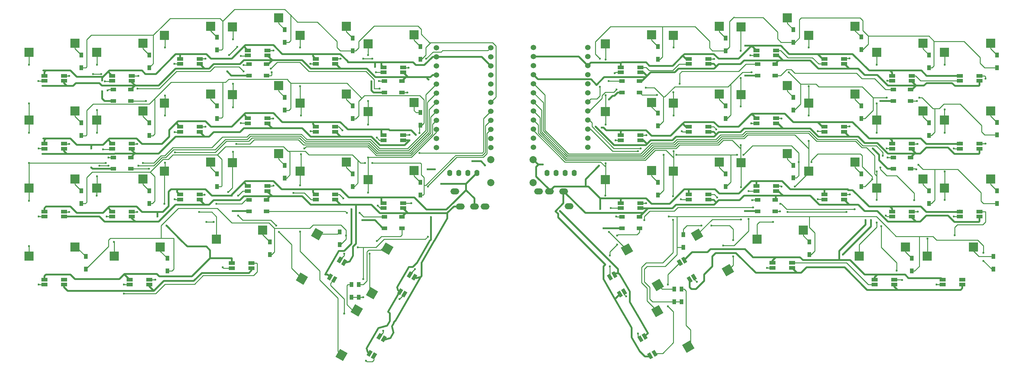
<source format=gbr>
%TF.GenerationSoftware,KiCad,Pcbnew,(5.1.6-0-10_14)*%
%TF.CreationDate,2020-10-01T16:36:50+02:00*%
%TF.ProjectId,cornetrack,636f726e-6574-4726-9163-6b2e6b696361,1.1*%
%TF.SameCoordinates,Original*%
%TF.FileFunction,Copper,L2,Bot*%
%TF.FilePolarity,Positive*%
%FSLAX46Y46*%
G04 Gerber Fmt 4.6, Leading zero omitted, Abs format (unit mm)*
G04 Created by KiCad (PCBNEW (5.1.6-0-10_14)) date 2020-10-01 16:36:50*
%MOMM*%
%LPD*%
G01*
G04 APERTURE LIST*
%TA.AperFunction,SMDPad,CuDef*%
%ADD10R,2.550000X2.500000*%
%TD*%
%TA.AperFunction,SMDPad,CuDef*%
%ADD11R,1.000000X1.400000*%
%TD*%
%TA.AperFunction,SMDPad,CuDef*%
%ADD12C,0.100000*%
%TD*%
%TA.AperFunction,SMDPad,CuDef*%
%ADD13R,1.700000X1.000000*%
%TD*%
%TA.AperFunction,ComponentPad*%
%ADD14O,2.500000X1.700000*%
%TD*%
%TA.AperFunction,ComponentPad*%
%ADD15C,1.524000*%
%TD*%
%TA.AperFunction,ComponentPad*%
%ADD16O,1.397000X1.778000*%
%TD*%
%TA.AperFunction,ComponentPad*%
%ADD17C,2.000000*%
%TD*%
%TA.AperFunction,SMDPad,CuDef*%
%ADD18R,1.500000X1.000000*%
%TD*%
%TA.AperFunction,ViaPad*%
%ADD19C,0.600000*%
%TD*%
%TA.AperFunction,Conductor*%
%ADD20C,0.250000*%
%TD*%
%TA.AperFunction,Conductor*%
%ADD21C,0.254000*%
%TD*%
%TA.AperFunction,Conductor*%
%ADD22C,0.500000*%
%TD*%
%TA.AperFunction,Conductor*%
%ADD23C,0.508000*%
%TD*%
G04 APERTURE END LIST*
D10*
%TO.P,SW3,1*%
%TO.N,col2*%
X51022500Y-28490000D03*
%TO.P,SW3,2*%
%TO.N,Net-(D3-Pad2)*%
X63949500Y-25950000D03*
%TD*%
%TO.P,SW6,1*%
%TO.N,col5*%
X108022500Y-30865000D03*
%TO.P,SW6,2*%
%TO.N,Net-(D6-Pad2)*%
X120949500Y-28325000D03*
%TD*%
D11*
%TO.P,D43,2*%
%TO.N,Net-(D43-Pad2)*%
X28956000Y-90427000D03*
%TO.P,D43,1*%
%TO.N,row3*%
X28956000Y-93977000D03*
%TD*%
%TA.AperFunction,SMDPad,CuDef*%
D12*
%TO.P,SW41,1*%
%TO.N,col4_r*%
G36*
X190790711Y-106205709D02*
G01*
X188625647Y-107455709D01*
X187350647Y-105247345D01*
X189515711Y-103997345D01*
X190790711Y-106205709D01*
G37*
%TD.AperFunction*%
%TA.AperFunction,SMDPad,CuDef*%
%TO.P,SW41,2*%
%TO.N,Net-(D41-Pad2)*%
G36*
X199453915Y-116130819D02*
G01*
X197288851Y-117380819D01*
X196013851Y-115172455D01*
X198178915Y-113922455D01*
X199453915Y-116130819D01*
G37*
%TD.AperFunction*%
%TD*%
D10*
%TO.P,SW44,1*%
%TO.N,col1*%
X36898500Y-90290000D03*
%TO.P,SW44,2*%
%TO.N,Net-(D44-Pad2)*%
X49825500Y-87750000D03*
%TD*%
%TA.AperFunction,SMDPad,CuDef*%
D12*
%TO.P,SW21,1*%
%TO.N,col5*%
G36*
X108695263Y-98990639D02*
G01*
X110860327Y-100240639D01*
X109585327Y-102449003D01*
X107420263Y-101199003D01*
X108695263Y-98990639D01*
G37*
%TD.AperFunction*%
%TA.AperFunction,SMDPad,CuDef*%
%TO.P,SW21,2*%
%TO.N,Net-(D21-Pad2)*%
G36*
X112959059Y-86525529D02*
G01*
X115124123Y-87775529D01*
X113849123Y-89983893D01*
X111684059Y-88733893D01*
X112959059Y-86525529D01*
G37*
%TD.AperFunction*%
%TD*%
D10*
%TO.P,SW8,1*%
%TO.N,col1*%
X32022500Y-52240000D03*
%TO.P,SW8,2*%
%TO.N,Net-(D8-Pad2)*%
X44949500Y-49700000D03*
%TD*%
D11*
%TO.P,D41,1*%
%TO.N,row3_r*%
X195834000Y-103121000D03*
%TO.P,D41,2*%
%TO.N,Net-(D41-Pad2)*%
X195834000Y-99571000D03*
%TD*%
%TO.P,D47,2*%
%TO.N,Net-(D47-Pad2)*%
X260350000Y-90935000D03*
%TO.P,D47,1*%
%TO.N,row3_r*%
X260350000Y-94485000D03*
%TD*%
%TO.P,D46,1*%
%TO.N,row3_r*%
X283210000Y-93977000D03*
%TO.P,D46,2*%
%TO.N,Net-(D46-Pad2)*%
X283210000Y-90427000D03*
%TD*%
%TO.P,D45,2*%
%TO.N,Net-(D45-Pad2)*%
X80518000Y-86363000D03*
%TO.P,D45,1*%
%TO.N,row3*%
X80518000Y-89913000D03*
%TD*%
%TO.P,D44,2*%
%TO.N,Net-(D44-Pad2)*%
X51816000Y-90932000D03*
%TO.P,D44,1*%
%TO.N,row3*%
X51816000Y-94482000D03*
%TD*%
%TA.AperFunction,SMDPad,CuDef*%
D12*
%TO.P,SW42,1*%
%TO.N,col5_r*%
G36*
X182281557Y-88927423D02*
G01*
X180116493Y-90177423D01*
X178841493Y-87969059D01*
X181006557Y-86719059D01*
X182281557Y-88927423D01*
G37*
%TD.AperFunction*%
%TA.AperFunction,SMDPad,CuDef*%
%TO.P,SW42,2*%
%TO.N,Net-(D42-Pad2)*%
G36*
X190944761Y-98852533D02*
G01*
X188779697Y-100102533D01*
X187504697Y-97894169D01*
X189669761Y-96644169D01*
X190944761Y-98852533D01*
G37*
%TD.AperFunction*%
%TD*%
D10*
%TO.P,SW48,1*%
%TO.N,col2_r*%
X216999500Y-85602000D03*
%TO.P,SW48,2*%
%TO.N,Net-(D48-Pad2)*%
X229926500Y-83062000D03*
%TD*%
%TO.P,SW38,1*%
%TO.N,col4_r*%
X193529500Y-66485000D03*
%TO.P,SW38,2*%
%TO.N,Net-(D38-Pad2)*%
X206456500Y-63945000D03*
%TD*%
%TO.P,SW34,1*%
%TO.N,col0_r*%
X269529500Y-71235000D03*
%TO.P,SW34,2*%
%TO.N,Net-(D34-Pad2)*%
X282456500Y-68695000D03*
%TD*%
%TO.P,SW32,1*%
%TO.N,col4_r*%
X193529500Y-47485000D03*
%TO.P,SW32,2*%
%TO.N,Net-(D32-Pad2)*%
X206456500Y-44945000D03*
%TD*%
%TO.P,SW31,1*%
%TO.N,col3_r*%
X212529500Y-45110000D03*
%TO.P,SW31,2*%
%TO.N,Net-(D31-Pad2)*%
X225456500Y-42570000D03*
%TD*%
%TO.P,SW30,1*%
%TO.N,col2_r*%
X231529500Y-47485000D03*
%TO.P,SW30,2*%
%TO.N,Net-(D30-Pad2)*%
X244456500Y-44945000D03*
%TD*%
%TO.P,SW29,1*%
%TO.N,col1_r*%
X250529500Y-52235000D03*
%TO.P,SW29,2*%
%TO.N,Net-(D29-Pad2)*%
X263456500Y-49695000D03*
%TD*%
%TO.P,SW28,1*%
%TO.N,col0_r*%
X269529500Y-52235000D03*
%TO.P,SW28,2*%
%TO.N,Net-(D28-Pad2)*%
X282456500Y-49695000D03*
%TD*%
%TO.P,SW27,1*%
%TO.N,col5_r*%
X174522500Y-30865000D03*
%TO.P,SW27,2*%
%TO.N,Net-(D27-Pad2)*%
X187449500Y-28325000D03*
%TD*%
%TO.P,SW26,1*%
%TO.N,col4_r*%
X193529500Y-28485000D03*
%TO.P,SW26,2*%
%TO.N,Net-(D26-Pad2)*%
X206456500Y-25945000D03*
%TD*%
%TO.P,SW25,1*%
%TO.N,col3_r*%
X212529500Y-26110000D03*
%TO.P,SW25,2*%
%TO.N,Net-(D25-Pad2)*%
X225456500Y-23570000D03*
%TD*%
%TO.P,SW24,1*%
%TO.N,col2_r*%
X231529500Y-28485000D03*
%TO.P,SW24,2*%
%TO.N,Net-(D24-Pad2)*%
X244456500Y-25945000D03*
%TD*%
%TO.P,SW23,1*%
%TO.N,col1_r*%
X250529500Y-33235000D03*
%TO.P,SW23,2*%
%TO.N,Net-(D23-Pad2)*%
X263456500Y-30695000D03*
%TD*%
%TO.P,SW22,1*%
%TO.N,col0_r*%
X269529500Y-33235000D03*
%TO.P,SW22,2*%
%TO.N,Net-(D22-Pad2)*%
X282456500Y-30695000D03*
%TD*%
%TA.AperFunction,SMDPad,CuDef*%
D12*
%TO.P,SW20,1*%
%TO.N,col4*%
G36*
X100161263Y-116268925D02*
G01*
X102326327Y-117518925D01*
X101051327Y-119727289D01*
X98886263Y-118477289D01*
X100161263Y-116268925D01*
G37*
%TD.AperFunction*%
%TA.AperFunction,SMDPad,CuDef*%
%TO.P,SW20,2*%
%TO.N,Net-(D20-Pad2)*%
G36*
X104425059Y-103803815D02*
G01*
X106590123Y-105053815D01*
X105315123Y-107262179D01*
X103150059Y-106012179D01*
X104425059Y-103803815D01*
G37*
%TD.AperFunction*%
%TD*%
%TA.AperFunction,SMDPad,CuDef*%
%TO.P,SW19,1*%
%TO.N,col3*%
G36*
X89056263Y-94882232D02*
G01*
X91221327Y-96132232D01*
X89946327Y-98340596D01*
X87781263Y-97090596D01*
X89056263Y-94882232D01*
G37*
%TD.AperFunction*%
%TA.AperFunction,SMDPad,CuDef*%
%TO.P,SW19,2*%
%TO.N,Net-(D19-Pad2)*%
G36*
X93320059Y-82417122D02*
G01*
X95485123Y-83667122D01*
X94210123Y-85875486D01*
X92045059Y-84625486D01*
X93320059Y-82417122D01*
G37*
%TD.AperFunction*%
%TD*%
D10*
%TO.P,SW18,1*%
%TO.N,col5*%
X108022500Y-68865000D03*
%TO.P,SW18,2*%
%TO.N,Net-(D18-Pad2)*%
X120949500Y-66325000D03*
%TD*%
%TO.P,SW17,1*%
%TO.N,col4*%
X89022500Y-66490000D03*
%TO.P,SW17,2*%
%TO.N,Net-(D17-Pad2)*%
X101949500Y-63950000D03*
%TD*%
%TO.P,SW16,1*%
%TO.N,col3*%
X70022500Y-64115000D03*
%TO.P,SW16,2*%
%TO.N,Net-(D16-Pad2)*%
X82949500Y-61575000D03*
%TD*%
%TO.P,SW12,1*%
%TO.N,col5*%
X108022500Y-49865000D03*
%TO.P,SW12,2*%
%TO.N,Net-(D12-Pad2)*%
X120949500Y-47325000D03*
%TD*%
%TO.P,SW11,1*%
%TO.N,col4*%
X89022500Y-47490000D03*
%TO.P,SW11,2*%
%TO.N,Net-(D11-Pad2)*%
X101949500Y-44950000D03*
%TD*%
%TO.P,SW10,1*%
%TO.N,col3*%
X70022500Y-45115000D03*
%TO.P,SW10,2*%
%TO.N,Net-(D10-Pad2)*%
X82949500Y-42575000D03*
%TD*%
%TO.P,SW9,1*%
%TO.N,col2*%
X51022500Y-47490000D03*
%TO.P,SW9,2*%
%TO.N,Net-(D9-Pad2)*%
X63949500Y-44950000D03*
%TD*%
%TO.P,SW5,1*%
%TO.N,col4*%
X89022500Y-28490000D03*
%TO.P,SW5,2*%
%TO.N,Net-(D5-Pad2)*%
X101949500Y-25950000D03*
%TD*%
%TO.P,SW4,1*%
%TO.N,col3*%
X70022500Y-26115000D03*
%TO.P,SW4,2*%
%TO.N,Net-(D4-Pad2)*%
X82949500Y-23575000D03*
%TD*%
%TO.P,SW2,1*%
%TO.N,col1*%
X32022500Y-33240000D03*
%TO.P,SW2,2*%
%TO.N,Net-(D2-Pad2)*%
X44949500Y-30700000D03*
%TD*%
%TO.P,SW1,1*%
%TO.N,col0*%
X13022500Y-33240000D03*
%TO.P,SW1,2*%
%TO.N,Net-(D1-Pad2)*%
X25949500Y-30700000D03*
%TD*%
%TO.P,SW7,1*%
%TO.N,col0*%
X13022500Y-52240000D03*
%TO.P,SW7,2*%
%TO.N,Net-(D7-Pad2)*%
X25949500Y-49700000D03*
%TD*%
%TO.P,SW14,1*%
%TO.N,col1*%
X32022500Y-71240000D03*
%TO.P,SW14,2*%
%TO.N,Net-(D14-Pad2)*%
X44949500Y-68700000D03*
%TD*%
%TO.P,SW37,1*%
%TO.N,col3_r*%
X212529500Y-64110000D03*
%TO.P,SW37,2*%
%TO.N,Net-(D37-Pad2)*%
X225456500Y-61570000D03*
%TD*%
%TO.P,SW35,1*%
%TO.N,col1_r*%
X250529500Y-71235000D03*
%TO.P,SW35,2*%
%TO.N,Net-(D35-Pad2)*%
X263456500Y-68695000D03*
%TD*%
%TO.P,SW13,1*%
%TO.N,col0*%
X13022500Y-71240000D03*
%TO.P,SW13,2*%
%TO.N,Net-(D13-Pad2)*%
X25949500Y-68700000D03*
%TD*%
%TO.P,SW39,1*%
%TO.N,col5_r*%
X174529500Y-68860000D03*
%TO.P,SW39,2*%
%TO.N,Net-(D39-Pad2)*%
X187456500Y-66320000D03*
%TD*%
%TO.P,SW33,1*%
%TO.N,col5_r*%
X174529500Y-49860000D03*
%TO.P,SW33,2*%
%TO.N,Net-(D33-Pad2)*%
X187456500Y-47320000D03*
%TD*%
%TO.P,SW43,1*%
%TO.N,col0*%
X13022500Y-90290000D03*
%TO.P,SW43,2*%
%TO.N,Net-(D43-Pad2)*%
X25949500Y-87750000D03*
%TD*%
%TO.P,SW46,1*%
%TO.N,col0_r*%
X264703500Y-90285000D03*
%TO.P,SW46,2*%
%TO.N,Net-(D46-Pad2)*%
X277630500Y-87745000D03*
%TD*%
%TO.P,SW47,1*%
%TO.N,col1_r*%
X245653500Y-90285000D03*
%TO.P,SW47,2*%
%TO.N,Net-(D47-Pad2)*%
X258580500Y-87745000D03*
%TD*%
%TO.P,SW45,1*%
%TO.N,col2*%
X65559000Y-85598000D03*
%TO.P,SW45,2*%
%TO.N,Net-(D45-Pad2)*%
X78486000Y-83058000D03*
%TD*%
%TA.AperFunction,SMDPad,CuDef*%
D12*
%TO.P,SW40,1*%
%TO.N,col3_r*%
G36*
X201920240Y-84819016D02*
G01*
X199755176Y-86069016D01*
X198480176Y-83860652D01*
X200645240Y-82610652D01*
X201920240Y-84819016D01*
G37*
%TD.AperFunction*%
%TA.AperFunction,SMDPad,CuDef*%
%TO.P,SW40,2*%
%TO.N,Net-(D40-Pad2)*%
G36*
X210583444Y-94744126D02*
G01*
X208418380Y-95994126D01*
X207143380Y-93785762D01*
X209308444Y-92535762D01*
X210583444Y-94744126D01*
G37*
%TD.AperFunction*%
%TD*%
D10*
%TO.P,SW15,1*%
%TO.N,col2*%
X51022500Y-66490000D03*
%TO.P,SW15,2*%
%TO.N,Net-(D15-Pad2)*%
X63949500Y-63950000D03*
%TD*%
%TO.P,SW36,1*%
%TO.N,col2_r*%
X231529500Y-66485000D03*
%TO.P,SW36,2*%
%TO.N,Net-(D36-Pad2)*%
X244456500Y-63945000D03*
%TD*%
%TA.AperFunction,SMDPad,CuDef*%
D12*
%TO.P,LED52,4*%
%TO.N,Net-(LED52-Pad4)*%
G36*
X194524333Y-91640933D02*
G01*
X195390359Y-91140933D01*
X196240359Y-92613177D01*
X195374333Y-93113177D01*
X194524333Y-91640933D01*
G37*
%TD.AperFunction*%
%TA.AperFunction,SMDPad,CuDef*%
%TO.P,LED52,3*%
%TO.N,GNDA*%
G36*
X195736769Y-90940933D02*
G01*
X196602795Y-90440933D01*
X197452795Y-91913177D01*
X196586769Y-92413177D01*
X195736769Y-90940933D01*
G37*
%TD.AperFunction*%
%TA.AperFunction,SMDPad,CuDef*%
%TO.P,LED52,1*%
%TO.N,VDD*%
G36*
X197274333Y-96404073D02*
G01*
X198140359Y-95904073D01*
X198990359Y-97376317D01*
X198124333Y-97876317D01*
X197274333Y-96404073D01*
G37*
%TD.AperFunction*%
%TA.AperFunction,SMDPad,CuDef*%
%TO.P,LED52,2*%
%TO.N,Net-(LED49-Pad4)*%
G36*
X198486769Y-95704073D02*
G01*
X199352795Y-95204073D01*
X200202795Y-96676317D01*
X199336769Y-97176317D01*
X198486769Y-95704073D01*
G37*
%TD.AperFunction*%
%TD*%
D13*
%TO.P,LED59,2*%
%TO.N,Net-(LED56-Pad4)*%
X75394000Y-92264000D03*
%TO.P,LED59,1*%
%TO.N,VCC*%
X75394000Y-93664000D03*
%TO.P,LED59,3*%
%TO.N,GND*%
X69894000Y-92264000D03*
%TO.P,LED59,4*%
%TO.N,Net-(LED21-Pad2)*%
X69894000Y-93664000D03*
%TD*%
%TO.P,LED56,2*%
%TO.N,Net-(LED20-Pad4)*%
X46733500Y-96880000D03*
%TO.P,LED56,1*%
%TO.N,VCC*%
X46733500Y-98280000D03*
%TO.P,LED56,3*%
%TO.N,GND*%
X41233500Y-96880000D03*
%TO.P,LED56,4*%
%TO.N,Net-(LED56-Pad4)*%
X41233500Y-98280000D03*
%TD*%
%TO.P,LED58,2*%
%TO.N,Net-(LED47-Pad4)*%
X255481500Y-96880000D03*
%TO.P,LED58,1*%
%TO.N,VDD*%
X255481500Y-98280000D03*
%TO.P,LED58,3*%
%TO.N,GNDA*%
X249981500Y-96880000D03*
%TO.P,LED58,4*%
%TO.N,Net-(LED58-Pad4)*%
X249981500Y-98280000D03*
%TD*%
%TO.P,LED57,2*%
%TO.N,Net-(LED57-Pad2)*%
X274531500Y-96880000D03*
%TO.P,LED57,1*%
%TO.N,VDD*%
X274531500Y-98280000D03*
%TO.P,LED57,3*%
%TO.N,GNDA*%
X269031500Y-96880000D03*
%TO.P,LED57,4*%
%TO.N,Net-(LED46-Pad2)*%
X269031500Y-98280000D03*
%TD*%
%TO.P,LED55,2*%
%TO.N,Net-(LED55-Pad2)*%
X22857500Y-96880000D03*
%TO.P,LED55,1*%
%TO.N,VCC*%
X22857500Y-98280000D03*
%TO.P,LED55,3*%
%TO.N,GND*%
X17357500Y-96880000D03*
%TO.P,LED55,4*%
%TO.N,Net-(LED19-Pad2)*%
X17357500Y-98280000D03*
%TD*%
%TA.AperFunction,SMDPad,CuDef*%
D12*
%TO.P,LED26,2*%
%TO.N,Net-(LED25-Pad4)*%
G36*
X111238916Y-113761868D02*
G01*
X110372890Y-113261868D01*
X111222890Y-111789624D01*
X112088916Y-112289624D01*
X111238916Y-113761868D01*
G37*
%TD.AperFunction*%
%TA.AperFunction,SMDPad,CuDef*%
%TO.P,LED26,1*%
%TO.N,VCC*%
G36*
X112451352Y-114461868D02*
G01*
X111585326Y-113961868D01*
X112435326Y-112489624D01*
X113301352Y-112989624D01*
X112451352Y-114461868D01*
G37*
%TD.AperFunction*%
%TA.AperFunction,SMDPad,CuDef*%
%TO.P,LED26,3*%
%TO.N,GND*%
G36*
X108488916Y-118525008D02*
G01*
X107622890Y-118025008D01*
X108472890Y-116552764D01*
X109338916Y-117052764D01*
X108488916Y-118525008D01*
G37*
%TD.AperFunction*%
%TA.AperFunction,SMDPad,CuDef*%
%TO.P,LED26,4*%
%TO.N,Net-(LED23-Pad2)*%
G36*
X109701352Y-119225008D02*
G01*
X108835326Y-118725008D01*
X109685326Y-117252764D01*
X110551352Y-117752764D01*
X109701352Y-119225008D01*
G37*
%TD.AperFunction*%
%TD*%
D13*
%TO.P,LED7,2*%
%TO.N,Net-(LED13-Pad4)*%
X22857500Y-39830000D03*
%TO.P,LED7,1*%
%TO.N,VCC*%
X22857500Y-41230000D03*
%TO.P,LED7,3*%
%TO.N,GND*%
X17357500Y-39830000D03*
%TO.P,LED7,4*%
%TO.N,Net-(LED7-Pad4)*%
X17357500Y-41230000D03*
%TD*%
%TO.P,LED8,2*%
%TO.N,Net-(LED7-Pad4)*%
X41857500Y-39830000D03*
%TO.P,LED8,1*%
%TO.N,VCC*%
X41857500Y-41230000D03*
%TO.P,LED8,3*%
%TO.N,GND*%
X36357500Y-39830000D03*
%TO.P,LED8,4*%
%TO.N,Net-(LED14-Pad2)*%
X36357500Y-41230000D03*
%TD*%
%TO.P,LED9,2*%
%TO.N,Net-(LED15-Pad4)*%
X60857500Y-35080000D03*
%TO.P,LED9,1*%
%TO.N,VCC*%
X60857500Y-36480000D03*
%TO.P,LED9,3*%
%TO.N,GND*%
X55357500Y-35080000D03*
%TO.P,LED9,4*%
%TO.N,Net-(LED10-Pad2)*%
X55357500Y-36480000D03*
%TD*%
%TO.P,LED10,2*%
%TO.N,Net-(LED10-Pad2)*%
X79857500Y-32705000D03*
%TO.P,LED10,1*%
%TO.N,VCC*%
X79857500Y-34105000D03*
%TO.P,LED10,3*%
%TO.N,GND*%
X74357500Y-32705000D03*
%TO.P,LED10,4*%
%TO.N,Net-(LED10-Pad4)*%
X74357500Y-34105000D03*
%TD*%
%TO.P,LED11,2*%
%TO.N,Net-(LED11-Pad2)*%
X98857500Y-35080000D03*
%TO.P,LED11,1*%
%TO.N,VCC*%
X98857500Y-36480000D03*
%TO.P,LED11,3*%
%TO.N,GND*%
X93357500Y-35080000D03*
%TO.P,LED11,4*%
%TO.N,Net-(LED11-Pad4)*%
X93357500Y-36480000D03*
%TD*%
%TO.P,LED12,2*%
%TO.N,Net-(LED11-Pad4)*%
X117857500Y-37455000D03*
%TO.P,LED12,1*%
%TO.N,VCC*%
X117857500Y-38855000D03*
%TO.P,LED12,3*%
%TO.N,GND*%
X112357500Y-37455000D03*
%TO.P,LED12,4*%
%TO.N,Net-(LED12-Pad4)*%
X112357500Y-38855000D03*
%TD*%
%TO.P,LED13,2*%
%TO.N,Net-(LED13-Pad2)*%
X22857500Y-58830000D03*
%TO.P,LED13,1*%
%TO.N,VCC*%
X22857500Y-60230000D03*
%TO.P,LED13,3*%
%TO.N,GND*%
X17357500Y-58830000D03*
%TO.P,LED13,4*%
%TO.N,Net-(LED13-Pad4)*%
X17357500Y-60230000D03*
%TD*%
%TO.P,LED14,2*%
%TO.N,Net-(LED14-Pad2)*%
X41857500Y-58830000D03*
%TO.P,LED14,1*%
%TO.N,VCC*%
X41857500Y-60230000D03*
%TO.P,LED14,3*%
%TO.N,GND*%
X36357500Y-58830000D03*
%TO.P,LED14,4*%
%TO.N,Net-(LED14-Pad4)*%
X36357500Y-60230000D03*
%TD*%
%TO.P,LED15,2*%
%TO.N,Net-(LED15-Pad2)*%
X60857500Y-54080000D03*
%TO.P,LED15,1*%
%TO.N,VCC*%
X60857500Y-55480000D03*
%TO.P,LED15,3*%
%TO.N,GND*%
X55357500Y-54080000D03*
%TO.P,LED15,4*%
%TO.N,Net-(LED15-Pad4)*%
X55357500Y-55480000D03*
%TD*%
%TO.P,LED16,2*%
%TO.N,Net-(LED10-Pad4)*%
X79857500Y-51705000D03*
%TO.P,LED16,1*%
%TO.N,VCC*%
X79857500Y-53105000D03*
%TO.P,LED16,3*%
%TO.N,GND*%
X74357500Y-51705000D03*
%TO.P,LED16,4*%
%TO.N,Net-(LED16-Pad4)*%
X74357500Y-53105000D03*
%TD*%
%TO.P,LED17,2*%
%TO.N,Net-(LED17-Pad2)*%
X98857500Y-54080000D03*
%TO.P,LED17,1*%
%TO.N,VCC*%
X98857500Y-55480000D03*
%TO.P,LED17,3*%
%TO.N,GND*%
X93357500Y-54080000D03*
%TO.P,LED17,4*%
%TO.N,Net-(LED11-Pad2)*%
X93357500Y-55480000D03*
%TD*%
%TO.P,LED18,2*%
%TO.N,Net-(LED12-Pad4)*%
X117857500Y-56455000D03*
%TO.P,LED18,1*%
%TO.N,VCC*%
X117857500Y-57855000D03*
%TO.P,LED18,3*%
%TO.N,GND*%
X112357500Y-56455000D03*
%TO.P,LED18,4*%
%TO.N,Net-(LED18-Pad4)*%
X112357500Y-57855000D03*
%TD*%
%TO.P,LED19,2*%
%TO.N,Net-(LED19-Pad2)*%
X22857500Y-77830000D03*
%TO.P,LED19,1*%
%TO.N,VCC*%
X22857500Y-79230000D03*
%TO.P,LED19,3*%
%TO.N,GND*%
X17357500Y-77830000D03*
%TO.P,LED19,4*%
%TO.N,Net-(LED13-Pad2)*%
X17357500Y-79230000D03*
%TD*%
%TO.P,LED20,2*%
%TO.N,Net-(LED14-Pad4)*%
X41857500Y-77830000D03*
%TO.P,LED20,1*%
%TO.N,VCC*%
X41857500Y-79230000D03*
%TO.P,LED20,3*%
%TO.N,GND*%
X36357500Y-77830000D03*
%TO.P,LED20,4*%
%TO.N,Net-(LED20-Pad4)*%
X36357500Y-79230000D03*
%TD*%
%TO.P,LED21,2*%
%TO.N,Net-(LED21-Pad2)*%
X60857500Y-73080000D03*
%TO.P,LED21,1*%
%TO.N,VCC*%
X60857500Y-74480000D03*
%TO.P,LED21,3*%
%TO.N,GND*%
X55357500Y-73080000D03*
%TO.P,LED21,4*%
%TO.N,Net-(LED15-Pad2)*%
X55357500Y-74480000D03*
%TD*%
%TO.P,LED22,2*%
%TO.N,Net-(LED16-Pad4)*%
X79857500Y-70705000D03*
%TO.P,LED22,1*%
%TO.N,VCC*%
X79857500Y-72105000D03*
%TO.P,LED22,3*%
%TO.N,GND*%
X74357500Y-70705000D03*
%TO.P,LED22,4*%
%TO.N,Net-(LED22-Pad4)*%
X74357500Y-72105000D03*
%TD*%
%TO.P,LED24,2*%
%TO.N,Net-(LED18-Pad4)*%
X117857500Y-75455000D03*
%TO.P,LED24,1*%
%TO.N,VCC*%
X117857500Y-76855000D03*
%TO.P,LED24,3*%
%TO.N,GND*%
X112357500Y-75455000D03*
%TO.P,LED24,4*%
%TO.N,Net-(LED24-Pad4)*%
X112357500Y-76855000D03*
%TD*%
%TA.AperFunction,SMDPad,CuDef*%
D12*
%TO.P,LED25,2*%
%TO.N,Net-(LED22-Pad4)*%
G36*
X100133916Y-92375176D02*
G01*
X99267890Y-91875176D01*
X100117890Y-90402932D01*
X100983916Y-90902932D01*
X100133916Y-92375176D01*
G37*
%TD.AperFunction*%
%TA.AperFunction,SMDPad,CuDef*%
%TO.P,LED25,1*%
%TO.N,VCC*%
G36*
X101346352Y-93075176D02*
G01*
X100480326Y-92575176D01*
X101330326Y-91102932D01*
X102196352Y-91602932D01*
X101346352Y-93075176D01*
G37*
%TD.AperFunction*%
%TA.AperFunction,SMDPad,CuDef*%
%TO.P,LED25,3*%
%TO.N,GND*%
G36*
X97383916Y-97138316D02*
G01*
X96517890Y-96638316D01*
X97367890Y-95166072D01*
X98233916Y-95666072D01*
X97383916Y-97138316D01*
G37*
%TD.AperFunction*%
%TA.AperFunction,SMDPad,CuDef*%
%TO.P,LED25,4*%
%TO.N,Net-(LED25-Pad4)*%
G36*
X98596352Y-97838316D02*
G01*
X97730326Y-97338316D01*
X98580326Y-95866072D01*
X99446352Y-96366072D01*
X98596352Y-97838316D01*
G37*
%TD.AperFunction*%
%TD*%
%TA.AperFunction,SMDPad,CuDef*%
%TO.P,LED27,2*%
%TO.N,Net-(LED24-Pad4)*%
G36*
X119772916Y-96483583D02*
G01*
X118906890Y-95983583D01*
X119756890Y-94511339D01*
X120622916Y-95011339D01*
X119772916Y-96483583D01*
G37*
%TD.AperFunction*%
%TA.AperFunction,SMDPad,CuDef*%
%TO.P,LED27,1*%
%TO.N,VCC*%
G36*
X120985352Y-97183583D02*
G01*
X120119326Y-96683583D01*
X120969326Y-95211339D01*
X121835352Y-95711339D01*
X120985352Y-97183583D01*
G37*
%TD.AperFunction*%
%TA.AperFunction,SMDPad,CuDef*%
%TO.P,LED27,3*%
%TO.N,GND*%
G36*
X117022916Y-101246723D02*
G01*
X116156890Y-100746723D01*
X117006890Y-99274479D01*
X117872916Y-99774479D01*
X117022916Y-101246723D01*
G37*
%TD.AperFunction*%
%TA.AperFunction,SMDPad,CuDef*%
%TO.P,LED27,4*%
%TO.N,Net-(LED27-Pad4)*%
G36*
X118235352Y-101946723D02*
G01*
X117369326Y-101446723D01*
X118219326Y-99974479D01*
X119085352Y-100474479D01*
X118235352Y-101946723D01*
G37*
%TD.AperFunction*%
%TD*%
D13*
%TO.P,LED43,2*%
%TO.N,Net-(LED37-Pad4)*%
X222357500Y-51705000D03*
%TO.P,LED43,1*%
%TO.N,VDD*%
X222357500Y-53105000D03*
%TO.P,LED43,3*%
%TO.N,GNDA*%
X216857500Y-51705000D03*
%TO.P,LED43,4*%
%TO.N,Net-(LED43-Pad4)*%
X216857500Y-53105000D03*
%TD*%
%TO.P,LED44,2*%
%TO.N,Net-(LED44-Pad2)*%
X203357500Y-54080000D03*
%TO.P,LED44,1*%
%TO.N,VDD*%
X203357500Y-55480000D03*
%TO.P,LED44,3*%
%TO.N,GNDA*%
X197857500Y-54080000D03*
%TO.P,LED44,4*%
%TO.N,Net-(LED38-Pad2)*%
X197857500Y-55480000D03*
%TD*%
%TO.P,LED45,2*%
%TO.N,Net-(LED39-Pad4)*%
X184357500Y-56455000D03*
%TO.P,LED45,1*%
%TO.N,VDD*%
X184357500Y-57855000D03*
%TO.P,LED45,3*%
%TO.N,GNDA*%
X178857500Y-56455000D03*
%TO.P,LED45,4*%
%TO.N,Net-(LED45-Pad4)*%
X178857500Y-57855000D03*
%TD*%
%TO.P,LED46,2*%
%TO.N,Net-(LED46-Pad2)*%
X279357500Y-77830000D03*
%TO.P,LED46,1*%
%TO.N,VDD*%
X279357500Y-79230000D03*
%TO.P,LED46,3*%
%TO.N,GNDA*%
X273857500Y-77830000D03*
%TO.P,LED46,4*%
%TO.N,Net-(LED40-Pad2)*%
X273857500Y-79230000D03*
%TD*%
%TO.P,LED47,2*%
%TO.N,Net-(LED41-Pad4)*%
X260357500Y-77830000D03*
%TO.P,LED47,1*%
%TO.N,VDD*%
X260357500Y-79230000D03*
%TO.P,LED47,3*%
%TO.N,GNDA*%
X254857500Y-77830000D03*
%TO.P,LED47,4*%
%TO.N,Net-(LED47-Pad4)*%
X254857500Y-79230000D03*
%TD*%
%TO.P,LED48,2*%
%TO.N,Net-(LED48-Pad2)*%
X241357500Y-73080000D03*
%TO.P,LED48,1*%
%TO.N,VDD*%
X241357500Y-74480000D03*
%TO.P,LED48,3*%
%TO.N,GNDA*%
X235857500Y-73080000D03*
%TO.P,LED48,4*%
%TO.N,Net-(LED42-Pad2)*%
X235857500Y-74480000D03*
%TD*%
%TO.P,LED49,2*%
%TO.N,Net-(LED43-Pad4)*%
X222357500Y-70705000D03*
%TO.P,LED49,1*%
%TO.N,VDD*%
X222357500Y-72105000D03*
%TO.P,LED49,3*%
%TO.N,GNDA*%
X216857500Y-70705000D03*
%TO.P,LED49,4*%
%TO.N,Net-(LED49-Pad4)*%
X216857500Y-72105000D03*
%TD*%
%TO.P,LED50,2*%
%TO.N,Net-(LED50-Pad2)*%
X203357500Y-73080000D03*
%TO.P,LED50,1*%
%TO.N,VDD*%
X203357500Y-74480000D03*
%TO.P,LED50,3*%
%TO.N,GNDA*%
X197857500Y-73080000D03*
%TO.P,LED50,4*%
%TO.N,Net-(LED44-Pad2)*%
X197857500Y-74480000D03*
%TD*%
%TO.P,LED51,2*%
%TO.N,Net-(LED45-Pad4)*%
X184357500Y-75455000D03*
%TO.P,LED51,1*%
%TO.N,VDD*%
X184357500Y-76855000D03*
%TO.P,LED51,3*%
%TO.N,GNDA*%
X178857500Y-75455000D03*
%TO.P,LED51,4*%
%TO.N,Net-(LED51-Pad4)*%
X178857500Y-76855000D03*
%TD*%
%TO.P,LED60,4*%
%TO.N,Net-(LED48-Pad2)*%
X221327500Y-93597000D03*
%TO.P,LED60,3*%
%TO.N,GNDA*%
X221327500Y-92197000D03*
%TO.P,LED60,1*%
%TO.N,VDD*%
X226827500Y-93597000D03*
%TO.P,LED60,2*%
%TO.N,Net-(LED58-Pad4)*%
X226827500Y-92197000D03*
%TD*%
%TA.AperFunction,SMDPad,CuDef*%
D12*
%TO.P,LED53,2*%
%TO.N,Net-(LED52-Pad4)*%
G36*
X187423058Y-117052766D02*
G01*
X188289084Y-116552766D01*
X189139084Y-118025010D01*
X188273058Y-118525010D01*
X187423058Y-117052766D01*
G37*
%TD.AperFunction*%
%TA.AperFunction,SMDPad,CuDef*%
%TO.P,LED53,1*%
%TO.N,VDD*%
G36*
X186210622Y-117752766D02*
G01*
X187076648Y-117252766D01*
X187926648Y-118725010D01*
X187060622Y-119225010D01*
X186210622Y-117752766D01*
G37*
%TD.AperFunction*%
%TA.AperFunction,SMDPad,CuDef*%
%TO.P,LED53,3*%
%TO.N,GNDA*%
G36*
X184673058Y-112289626D02*
G01*
X185539084Y-111789626D01*
X186389084Y-113261870D01*
X185523058Y-113761870D01*
X184673058Y-112289626D01*
G37*
%TD.AperFunction*%
%TA.AperFunction,SMDPad,CuDef*%
%TO.P,LED53,4*%
%TO.N,Net-(LED50-Pad2)*%
G36*
X183460622Y-112989626D02*
G01*
X184326648Y-112489626D01*
X185176648Y-113961870D01*
X184310622Y-114461870D01*
X183460622Y-112989626D01*
G37*
%TD.AperFunction*%
%TD*%
%TA.AperFunction,SMDPad,CuDef*%
%TO.P,LED54,2*%
%TO.N,Net-(LED51-Pad4)*%
G36*
X178913905Y-99774479D02*
G01*
X179779931Y-99274479D01*
X180629931Y-100746723D01*
X179763905Y-101246723D01*
X178913905Y-99774479D01*
G37*
%TD.AperFunction*%
%TA.AperFunction,SMDPad,CuDef*%
%TO.P,LED54,1*%
%TO.N,VDD*%
G36*
X177701469Y-100474479D02*
G01*
X178567495Y-99974479D01*
X179417495Y-101446723D01*
X178551469Y-101946723D01*
X177701469Y-100474479D01*
G37*
%TD.AperFunction*%
%TA.AperFunction,SMDPad,CuDef*%
%TO.P,LED54,3*%
%TO.N,GNDA*%
G36*
X176163905Y-95011339D02*
G01*
X177029931Y-94511339D01*
X177879931Y-95983583D01*
X177013905Y-96483583D01*
X176163905Y-95011339D01*
G37*
%TD.AperFunction*%
%TA.AperFunction,SMDPad,CuDef*%
%TO.P,LED54,4*%
%TO.N,Net-(LED33-Pad2)*%
G36*
X174951469Y-95711339D02*
G01*
X175817495Y-95211339D01*
X176667495Y-96683583D01*
X175801469Y-97183583D01*
X174951469Y-95711339D01*
G37*
%TD.AperFunction*%
%TD*%
D13*
%TO.P,LED23,2*%
%TO.N,Net-(LED23-Pad2)*%
X98857500Y-73080000D03*
%TO.P,LED23,1*%
%TO.N,VCC*%
X98857500Y-74480000D03*
%TO.P,LED23,3*%
%TO.N,GND*%
X93357500Y-73080000D03*
%TO.P,LED23,4*%
%TO.N,Net-(LED17-Pad2)*%
X93357500Y-74480000D03*
%TD*%
%TO.P,LED34,2*%
%TO.N,Net-(LED34-Pad2)*%
X279357500Y-39830000D03*
%TO.P,LED34,1*%
%TO.N,VDD*%
X279357500Y-41230000D03*
%TO.P,LED34,3*%
%TO.N,GNDA*%
X273857500Y-39830000D03*
%TO.P,LED34,4*%
%TO.N,Net-(LED34-Pad4)*%
X273857500Y-41230000D03*
%TD*%
%TO.P,LED35,2*%
%TO.N,Net-(LED34-Pad4)*%
X260357500Y-39830000D03*
%TO.P,LED35,1*%
%TO.N,VDD*%
X260357500Y-41230000D03*
%TO.P,LED35,3*%
%TO.N,GNDA*%
X254857500Y-39830000D03*
%TO.P,LED35,4*%
%TO.N,Net-(LED35-Pad4)*%
X254857500Y-41230000D03*
%TD*%
%TO.P,LED36,2*%
%TO.N,Net-(LED36-Pad2)*%
X241357500Y-35080000D03*
%TO.P,LED36,1*%
%TO.N,VDD*%
X241357500Y-36480000D03*
%TO.P,LED36,3*%
%TO.N,GNDA*%
X235857500Y-35080000D03*
%TO.P,LED36,4*%
%TO.N,Net-(LED36-Pad4)*%
X235857500Y-36480000D03*
%TD*%
%TO.P,LED37,2*%
%TO.N,Net-(LED36-Pad4)*%
X222357500Y-32705000D03*
%TO.P,LED37,1*%
%TO.N,VDD*%
X222357500Y-34105000D03*
%TO.P,LED37,3*%
%TO.N,GNDA*%
X216857500Y-32705000D03*
%TO.P,LED37,4*%
%TO.N,Net-(LED37-Pad4)*%
X216857500Y-34105000D03*
%TD*%
%TO.P,LED38,2*%
%TO.N,Net-(LED38-Pad2)*%
X203357500Y-35080000D03*
%TO.P,LED38,1*%
%TO.N,VDD*%
X203357500Y-36480000D03*
%TO.P,LED38,3*%
%TO.N,GNDA*%
X197857500Y-35080000D03*
%TO.P,LED38,4*%
%TO.N,Net-(LED38-Pad4)*%
X197857500Y-36480000D03*
%TD*%
%TO.P,LED39,2*%
%TO.N,Net-(LED38-Pad4)*%
X184357500Y-37455000D03*
%TO.P,LED39,1*%
%TO.N,VDD*%
X184357500Y-38855000D03*
%TO.P,LED39,3*%
%TO.N,GNDA*%
X178857500Y-37455000D03*
%TO.P,LED39,4*%
%TO.N,Net-(LED39-Pad4)*%
X178857500Y-38855000D03*
%TD*%
%TO.P,LED40,2*%
%TO.N,Net-(LED40-Pad2)*%
X279357500Y-58830000D03*
%TO.P,LED40,1*%
%TO.N,VDD*%
X279357500Y-60230000D03*
%TO.P,LED40,3*%
%TO.N,GNDA*%
X273857500Y-58830000D03*
%TO.P,LED40,4*%
%TO.N,Net-(LED34-Pad2)*%
X273857500Y-60230000D03*
%TD*%
%TO.P,LED41,2*%
%TO.N,Net-(LED35-Pad4)*%
X260357500Y-58830000D03*
%TO.P,LED41,1*%
%TO.N,VDD*%
X260357500Y-60230000D03*
%TO.P,LED41,3*%
%TO.N,GNDA*%
X254857500Y-58830000D03*
%TO.P,LED41,4*%
%TO.N,Net-(LED41-Pad4)*%
X254857500Y-60230000D03*
%TD*%
%TO.P,LED42,2*%
%TO.N,Net-(LED42-Pad2)*%
X241357500Y-54080000D03*
%TO.P,LED42,1*%
%TO.N,VDD*%
X241357500Y-55480000D03*
%TO.P,LED42,3*%
%TO.N,GNDA*%
X235857500Y-54080000D03*
%TO.P,LED42,4*%
%TO.N,Net-(LED36-Pad2)*%
X235857500Y-55480000D03*
%TD*%
D14*
%TO.P,J3,B*%
%TO.N,data_r*%
X155837500Y-72170000D03*
%TO.P,J3,C*%
%TO.N,GNDA*%
X158837500Y-72170000D03*
%TO.P,J3,D*%
%TO.N,VDD*%
X162837500Y-72170000D03*
%TO.P,J3,A*%
%TO.N,Net-(J3-PadA)*%
X164337500Y-76370000D03*
%TD*%
%TO.P,J1,B*%
%TO.N,data*%
X140834500Y-76392000D03*
%TO.P,J1,C*%
%TO.N,GND*%
X137834500Y-76392000D03*
%TO.P,J1,D*%
%TO.N,VCC*%
X133834500Y-76392000D03*
%TO.P,J1,A*%
%TO.N,Net-(J1-PadA)*%
X132334500Y-72192000D03*
%TD*%
D15*
%TO.P,U1,24*%
%TO.N,Net-(U1-Pad24)*%
X127203900Y-31942000D03*
%TO.P,U1,23*%
%TO.N,GND*%
X127203900Y-34482000D03*
%TO.P,U1,22*%
%TO.N,reset*%
X127203900Y-37022000D03*
%TO.P,U1,21*%
%TO.N,VCC*%
X127203900Y-39562000D03*
%TO.P,U1,20*%
%TO.N,col0*%
X127203900Y-42102000D03*
%TO.P,U1,19*%
%TO.N,col1*%
X127203900Y-44642000D03*
%TO.P,U1,18*%
%TO.N,col2*%
X127203900Y-47182000D03*
%TO.P,U1,17*%
%TO.N,col3*%
X127203900Y-49722000D03*
%TO.P,U1,16*%
%TO.N,col4*%
X127203900Y-52262000D03*
%TO.P,U1,15*%
%TO.N,col5*%
X127203900Y-54802000D03*
%TO.P,U1,14*%
%TO.N,Net-(U1-Pad14)*%
X127203900Y-57342000D03*
%TO.P,U1,13*%
%TO.N,Net-(U1-Pad13)*%
X127203900Y-59882000D03*
%TO.P,U1,12*%
%TO.N,Net-(U1-Pad12)*%
X142423900Y-59882000D03*
%TO.P,U1,11*%
%TO.N,Net-(U1-Pad11)*%
X142423900Y-57342000D03*
%TO.P,U1,10*%
%TO.N,row3*%
X142423900Y-54802000D03*
%TO.P,U1,9*%
%TO.N,row2*%
X142423900Y-52262000D03*
%TO.P,U1,8*%
%TO.N,row1*%
X142423900Y-49722000D03*
%TO.P,U1,7*%
%TO.N,row0*%
X142423900Y-47182000D03*
%TO.P,U1,6*%
%TO.N,SCL*%
X142423900Y-44642000D03*
%TO.P,U1,5*%
%TO.N,SDA*%
X142423900Y-42102000D03*
%TO.P,U1,4*%
%TO.N,GND*%
X142423900Y-39562000D03*
%TO.P,U1,3*%
X142423900Y-37022000D03*
%TO.P,U1,2*%
%TO.N,data*%
X142423900Y-34482000D03*
%TO.P,U1,1*%
%TO.N,LED*%
X142423900Y-31942000D03*
%TD*%
%TO.P,U2,24*%
%TO.N,Net-(U2-Pad24)*%
X154378900Y-31912000D03*
%TO.P,U2,23*%
%TO.N,GNDA*%
X154378900Y-34452000D03*
%TO.P,U2,22*%
%TO.N,reset_r*%
X154378900Y-36992000D03*
%TO.P,U2,21*%
%TO.N,VDD*%
X154378900Y-39532000D03*
%TO.P,U2,20*%
%TO.N,col0_r*%
X154378900Y-42072000D03*
%TO.P,U2,19*%
%TO.N,col1_r*%
X154378900Y-44612000D03*
%TO.P,U2,18*%
%TO.N,col2_r*%
X154378900Y-47152000D03*
%TO.P,U2,17*%
%TO.N,col3_r*%
X154378900Y-49692000D03*
%TO.P,U2,16*%
%TO.N,col4_r*%
X154378900Y-52232000D03*
%TO.P,U2,15*%
%TO.N,col5_r*%
X154378900Y-54772000D03*
%TO.P,U2,14*%
%TO.N,Net-(U2-Pad14)*%
X154378900Y-57312000D03*
%TO.P,U2,13*%
%TO.N,Net-(U2-Pad13)*%
X154378900Y-59852000D03*
%TO.P,U2,12*%
%TO.N,Net-(U2-Pad12)*%
X169598900Y-59852000D03*
%TO.P,U2,11*%
%TO.N,Net-(U2-Pad11)*%
X169598900Y-57312000D03*
%TO.P,U2,10*%
%TO.N,row3_r*%
X169598900Y-54772000D03*
%TO.P,U2,9*%
%TO.N,row2_r*%
X169598900Y-52232000D03*
%TO.P,U2,8*%
%TO.N,row1_r*%
X169598900Y-49692000D03*
%TO.P,U2,7*%
%TO.N,row0_r*%
X169598900Y-47152000D03*
%TO.P,U2,6*%
%TO.N,SCL_r*%
X169598900Y-44612000D03*
%TO.P,U2,5*%
%TO.N,SDA_r*%
X169598900Y-42072000D03*
%TO.P,U2,4*%
%TO.N,GNDA*%
X169598900Y-39532000D03*
%TO.P,U2,3*%
X169598900Y-36992000D03*
%TO.P,U2,2*%
%TO.N,data_r*%
X169598900Y-34452000D03*
%TO.P,U2,1*%
%TO.N,LED_r*%
X169598900Y-31912000D03*
%TD*%
D11*
%TO.P,D11,2*%
%TO.N,Net-(D11-Pad2)*%
X103707500Y-48255000D03*
%TO.P,D11,1*%
%TO.N,row1*%
X103707500Y-51805000D03*
%TD*%
%TO.P,D9,2*%
%TO.N,Net-(D9-Pad2)*%
X65707500Y-48255000D03*
%TO.P,D9,1*%
%TO.N,row1*%
X65707500Y-51805000D03*
%TD*%
%TO.P,D25,2*%
%TO.N,Net-(D25-Pad2)*%
X227214500Y-26875000D03*
%TO.P,D25,1*%
%TO.N,row0_r*%
X227214500Y-30425000D03*
%TD*%
%TO.P,D1,2*%
%TO.N,Net-(D1-Pad2)*%
X27734500Y-34001875D03*
%TO.P,D1,1*%
%TO.N,row0*%
X27734500Y-37551875D03*
%TD*%
%TO.P,D2,2*%
%TO.N,Net-(D2-Pad2)*%
X46734500Y-34005000D03*
%TO.P,D2,1*%
%TO.N,row0*%
X46734500Y-37555000D03*
%TD*%
%TO.P,D3,2*%
%TO.N,Net-(D3-Pad2)*%
X65707500Y-29005000D03*
%TO.P,D3,1*%
%TO.N,row0*%
X65707500Y-32555000D03*
%TD*%
%TO.P,D4,2*%
%TO.N,Net-(D4-Pad2)*%
X84707500Y-26880000D03*
%TO.P,D4,1*%
%TO.N,row0*%
X84707500Y-30430000D03*
%TD*%
%TO.P,D5,2*%
%TO.N,Net-(D5-Pad2)*%
X103707500Y-29255000D03*
%TO.P,D5,1*%
%TO.N,row0*%
X103707500Y-32805000D03*
%TD*%
%TO.P,D6,2*%
%TO.N,Net-(D6-Pad2)*%
X122707500Y-31630000D03*
%TO.P,D6,1*%
%TO.N,row0*%
X122707500Y-35180000D03*
%TD*%
%TO.P,D7,2*%
%TO.N,Net-(D7-Pad2)*%
X27734500Y-53001875D03*
%TO.P,D7,1*%
%TO.N,row1*%
X27734500Y-56551875D03*
%TD*%
%TO.P,D8,2*%
%TO.N,Net-(D8-Pad2)*%
X46734500Y-53005000D03*
%TO.P,D8,1*%
%TO.N,row1*%
X46734500Y-56555000D03*
%TD*%
%TO.P,D10,2*%
%TO.N,Net-(D10-Pad2)*%
X84707500Y-45880000D03*
%TO.P,D10,1*%
%TO.N,row1*%
X84707500Y-49430000D03*
%TD*%
%TO.P,D12,2*%
%TO.N,Net-(D12-Pad2)*%
X122707500Y-50122000D03*
%TO.P,D12,1*%
%TO.N,row1*%
X122707500Y-53672000D03*
%TD*%
%TO.P,D13,2*%
%TO.N,Net-(D13-Pad2)*%
X27734500Y-72001875D03*
%TO.P,D13,1*%
%TO.N,row2*%
X27734500Y-75551875D03*
%TD*%
%TO.P,D14,2*%
%TO.N,Net-(D14-Pad2)*%
X46734500Y-72005000D03*
%TO.P,D14,1*%
%TO.N,row2*%
X46734500Y-75555000D03*
%TD*%
%TO.P,D15,2*%
%TO.N,Net-(D15-Pad2)*%
X65707500Y-67255000D03*
%TO.P,D15,1*%
%TO.N,row2*%
X65707500Y-70805000D03*
%TD*%
%TO.P,D16,2*%
%TO.N,Net-(D16-Pad2)*%
X84707500Y-64880000D03*
%TO.P,D16,1*%
%TO.N,row2*%
X84707500Y-68430000D03*
%TD*%
%TO.P,D17,2*%
%TO.N,Net-(D17-Pad2)*%
X103707500Y-67255000D03*
%TO.P,D17,1*%
%TO.N,row2*%
X103707500Y-70805000D03*
%TD*%
%TO.P,D18,2*%
%TO.N,Net-(D18-Pad2)*%
X122707500Y-69630000D03*
%TO.P,D18,1*%
%TO.N,row2*%
X122707500Y-73180000D03*
%TD*%
%TO.P,D19,2*%
%TO.N,Net-(D19-Pad2)*%
X100076000Y-83569000D03*
%TO.P,D19,1*%
%TO.N,row3*%
X100076000Y-87119000D03*
%TD*%
%TO.P,D20,2*%
%TO.N,Net-(D20-Pad2)*%
X103378000Y-98301000D03*
%TO.P,D20,1*%
%TO.N,row3*%
X103378000Y-101851000D03*
%TD*%
%TO.P,D21,2*%
%TO.N,Net-(D21-Pad2)*%
X105410000Y-98301000D03*
%TO.P,D21,1*%
%TO.N,row3*%
X105410000Y-101851000D03*
%TD*%
%TO.P,D22,2*%
%TO.N,Net-(D22-Pad2)*%
X284214500Y-34000000D03*
%TO.P,D22,1*%
%TO.N,row0_r*%
X284214500Y-37550000D03*
%TD*%
%TO.P,D23,2*%
%TO.N,Net-(D23-Pad2)*%
X265214500Y-34000000D03*
%TO.P,D23,1*%
%TO.N,row0_r*%
X265214500Y-37550000D03*
%TD*%
%TO.P,D24,2*%
%TO.N,Net-(D24-Pad2)*%
X246214500Y-28959000D03*
%TO.P,D24,1*%
%TO.N,row0_r*%
X246214500Y-32509000D03*
%TD*%
%TO.P,D26,2*%
%TO.N,Net-(D26-Pad2)*%
X208214500Y-29250000D03*
%TO.P,D26,1*%
%TO.N,row0_r*%
X208214500Y-32800000D03*
%TD*%
%TO.P,D27,2*%
%TO.N,Net-(D27-Pad2)*%
X189207500Y-31630000D03*
%TO.P,D27,1*%
%TO.N,row0_r*%
X189207500Y-35180000D03*
%TD*%
%TO.P,D28,2*%
%TO.N,Net-(D28-Pad2)*%
X284214500Y-52850000D03*
%TO.P,D28,1*%
%TO.N,row1_r*%
X284214500Y-56400000D03*
%TD*%
%TO.P,D29,2*%
%TO.N,Net-(D29-Pad2)*%
X265214500Y-53000000D03*
%TO.P,D29,1*%
%TO.N,row1_r*%
X265214500Y-56550000D03*
%TD*%
%TO.P,D30,2*%
%TO.N,Net-(D30-Pad2)*%
X246214500Y-48250000D03*
%TO.P,D30,1*%
%TO.N,row1_r*%
X246214500Y-51800000D03*
%TD*%
%TO.P,D31,2*%
%TO.N,Net-(D31-Pad2)*%
X227214500Y-45875000D03*
%TO.P,D31,1*%
%TO.N,row1_r*%
X227214500Y-49425000D03*
%TD*%
%TO.P,D32,2*%
%TO.N,Net-(D32-Pad2)*%
X208214500Y-48250000D03*
%TO.P,D32,1*%
%TO.N,row1_r*%
X208214500Y-51800000D03*
%TD*%
%TO.P,D33,2*%
%TO.N,Net-(D33-Pad2)*%
X189207500Y-50295000D03*
%TO.P,D33,1*%
%TO.N,row1_r*%
X189207500Y-53845000D03*
%TD*%
%TO.P,D34,2*%
%TO.N,Net-(D34-Pad2)*%
X284214500Y-72000000D03*
%TO.P,D34,1*%
%TO.N,row2_r*%
X284214500Y-75550000D03*
%TD*%
%TO.P,D35,2*%
%TO.N,Net-(D35-Pad2)*%
X265214500Y-72000000D03*
%TO.P,D35,1*%
%TO.N,row2_r*%
X265214500Y-75550000D03*
%TD*%
%TO.P,D36,2*%
%TO.N,Net-(D36-Pad2)*%
X246214500Y-67250000D03*
%TO.P,D36,1*%
%TO.N,row2_r*%
X246214500Y-70800000D03*
%TD*%
%TO.P,D37,2*%
%TO.N,Net-(D37-Pad2)*%
X227214500Y-64875000D03*
%TO.P,D37,1*%
%TO.N,row2_r*%
X227214500Y-68425000D03*
%TD*%
%TO.P,D38,2*%
%TO.N,Net-(D38-Pad2)*%
X208214500Y-67250000D03*
%TO.P,D38,1*%
%TO.N,row2_r*%
X208214500Y-70800000D03*
%TD*%
%TO.P,D39,2*%
%TO.N,Net-(D39-Pad2)*%
X189207500Y-69630000D03*
%TO.P,D39,1*%
%TO.N,row2_r*%
X189207500Y-73180000D03*
%TD*%
%TO.P,D48,1*%
%TO.N,row3_r*%
X231684500Y-89902000D03*
%TO.P,D48,2*%
%TO.N,Net-(D48-Pad2)*%
X231684500Y-86352000D03*
%TD*%
%TO.P,D40,2*%
%TO.N,Net-(D40-Pad2)*%
X196342000Y-84331000D03*
%TO.P,D40,1*%
%TO.N,row3_r*%
X196342000Y-87881000D03*
%TD*%
%TO.P,D42,2*%
%TO.N,Net-(D42-Pad2)*%
X193802000Y-99571000D03*
%TO.P,D42,1*%
%TO.N,row3_r*%
X193802000Y-103121000D03*
%TD*%
D16*
%TO.P,J4,4*%
%TO.N,SDA_r*%
X158164500Y-67045000D03*
%TO.P,J4,3*%
%TO.N,SCL_r*%
X160704500Y-67045000D03*
%TO.P,J4,2*%
%TO.N,VDD*%
X163244500Y-67045000D03*
%TO.P,J4,1*%
%TO.N,GNDA*%
X165784500Y-67045000D03*
%TD*%
%TO.P,J2,4*%
%TO.N,GND*%
X138568500Y-67028000D03*
%TO.P,J2,3*%
%TO.N,VCC*%
X136028500Y-67028000D03*
%TO.P,J2,2*%
%TO.N,SCL*%
X133488500Y-67028000D03*
%TO.P,J2,1*%
%TO.N,SDA*%
X130948500Y-67028000D03*
%TD*%
D17*
%TO.P,RSW2,2*%
%TO.N,GNDA*%
X154304500Y-63272000D03*
%TO.P,RSW2,1*%
%TO.N,reset_r*%
X154304500Y-69772000D03*
%TD*%
%TO.P,RSW1,2*%
%TO.N,GND*%
X142424500Y-63281000D03*
%TO.P,RSW1,1*%
%TO.N,reset*%
X142424500Y-69781000D03*
%TD*%
D18*
%TO.P,LED3,1*%
%TO.N,VCC*%
X117557500Y-41305000D03*
%TO.P,LED3,2*%
%TO.N,Net-(LED2-Pad4)*%
X117557500Y-44505000D03*
%TO.P,LED3,4*%
%TO.N,LED*%
X112657500Y-41305000D03*
%TO.P,LED3,3*%
%TO.N,GND*%
X112657500Y-44505000D03*
%TD*%
%TO.P,LED1,1*%
%TO.N,VCC*%
X41557500Y-43680000D03*
%TO.P,LED1,2*%
%TO.N,Net-(LED1-Pad2)*%
X41557500Y-46880000D03*
%TO.P,LED1,4*%
%TO.N,Net-(LED1-Pad4)*%
X36657500Y-43680000D03*
%TO.P,LED1,3*%
%TO.N,GND*%
X36657500Y-46880000D03*
%TD*%
%TO.P,LED2,1*%
%TO.N,VCC*%
X79557500Y-36555000D03*
%TO.P,LED2,2*%
%TO.N,Net-(LED1-Pad4)*%
X79557500Y-39755000D03*
%TO.P,LED2,4*%
%TO.N,Net-(LED2-Pad4)*%
X74657500Y-36555000D03*
%TO.P,LED2,3*%
%TO.N,GND*%
X74657500Y-39755000D03*
%TD*%
%TO.P,LED4,1*%
%TO.N,VCC*%
X41557500Y-62680000D03*
%TO.P,LED4,2*%
%TO.N,Net-(LED4-Pad2)*%
X41557500Y-65880000D03*
%TO.P,LED4,4*%
%TO.N,Net-(LED1-Pad2)*%
X36657500Y-62680000D03*
%TO.P,LED4,3*%
%TO.N,GND*%
X36657500Y-65880000D03*
%TD*%
%TO.P,LED5,1*%
%TO.N,VCC*%
X79557500Y-74555000D03*
%TO.P,LED5,2*%
%TO.N,Net-(LED5-Pad2)*%
X79557500Y-77755000D03*
%TO.P,LED5,4*%
%TO.N,Net-(LED4-Pad2)*%
X74657500Y-74555000D03*
%TO.P,LED5,3*%
%TO.N,GND*%
X74657500Y-77755000D03*
%TD*%
%TO.P,LED6,1*%
%TO.N,VCC*%
X117557500Y-79305000D03*
%TO.P,LED6,2*%
%TO.N,Net-(LED27-Pad4)*%
X117557500Y-82505000D03*
%TO.P,LED6,4*%
%TO.N,Net-(LED5-Pad2)*%
X112657500Y-79305000D03*
%TO.P,LED6,3*%
%TO.N,GND*%
X112657500Y-82505000D03*
%TD*%
%TO.P,LED28,1*%
%TO.N,VDD*%
X260057500Y-43680000D03*
%TO.P,LED28,2*%
%TO.N,Net-(LED28-Pad2)*%
X260057500Y-46880000D03*
%TO.P,LED28,4*%
%TO.N,Net-(LED28-Pad4)*%
X255157500Y-43680000D03*
%TO.P,LED28,3*%
%TO.N,GNDA*%
X255157500Y-46880000D03*
%TD*%
%TO.P,LED29,1*%
%TO.N,VDD*%
X222057500Y-36555000D03*
%TO.P,LED29,2*%
%TO.N,Net-(LED28-Pad4)*%
X222057500Y-39755000D03*
%TO.P,LED29,4*%
%TO.N,Net-(LED29-Pad4)*%
X217157500Y-36555000D03*
%TO.P,LED29,3*%
%TO.N,GNDA*%
X217157500Y-39755000D03*
%TD*%
%TO.P,LED30,1*%
%TO.N,VDD*%
X184057500Y-41305000D03*
%TO.P,LED30,2*%
%TO.N,Net-(LED29-Pad4)*%
X184057500Y-44505000D03*
%TO.P,LED30,4*%
%TO.N,LED_r*%
X179157500Y-41305000D03*
%TO.P,LED30,3*%
%TO.N,GNDA*%
X179157500Y-44505000D03*
%TD*%
%TO.P,LED31,1*%
%TO.N,VDD*%
X260057500Y-62680000D03*
%TO.P,LED31,2*%
%TO.N,Net-(LED31-Pad2)*%
X260057500Y-65880000D03*
%TO.P,LED31,4*%
%TO.N,Net-(LED28-Pad2)*%
X255157500Y-62680000D03*
%TO.P,LED31,3*%
%TO.N,GNDA*%
X255157500Y-65880000D03*
%TD*%
%TO.P,LED32,1*%
%TO.N,VDD*%
X222057500Y-74555000D03*
%TO.P,LED32,2*%
%TO.N,Net-(LED32-Pad2)*%
X222057500Y-77755000D03*
%TO.P,LED32,4*%
%TO.N,Net-(LED31-Pad2)*%
X217157500Y-74555000D03*
%TO.P,LED32,3*%
%TO.N,GNDA*%
X217157500Y-77755000D03*
%TD*%
%TO.P,LED33,1*%
%TO.N,VDD*%
X184057500Y-79305000D03*
%TO.P,LED33,2*%
%TO.N,Net-(LED33-Pad2)*%
X184057500Y-82505000D03*
%TO.P,LED33,4*%
%TO.N,Net-(LED32-Pad2)*%
X179157500Y-79305000D03*
%TO.P,LED33,3*%
%TO.N,GNDA*%
X179157500Y-82505000D03*
%TD*%
D19*
%TO.N,row1*%
X122428000Y-55880000D03*
X122428000Y-61468000D03*
%TO.N,row2*%
X109220000Y-64262000D03*
X107188000Y-64262000D03*
%TO.N,row3*%
X124807500Y-70805000D03*
X101854000Y-84582000D03*
X105156000Y-87884000D03*
X124782499Y-84879999D03*
X106680000Y-96774000D03*
X106680000Y-101854000D03*
%TO.N,GND*%
X103378000Y-77216000D03*
X103378000Y-73914000D03*
X69850000Y-73406000D03*
X70104000Y-77724000D03*
X125641000Y-77305000D03*
X125641000Y-79413000D03*
X51562000Y-81788000D03*
X49022000Y-79248000D03*
X121412000Y-56388000D03*
X124714000Y-66040000D03*
X126746000Y-66040000D03*
X128524000Y-70104000D03*
X30480000Y-65532000D03*
X30480000Y-60198000D03*
X33528000Y-44196000D03*
X33528000Y-41148000D03*
X106426000Y-80264000D03*
X103378000Y-80264000D03*
X108966000Y-41402000D03*
X109982000Y-37338000D03*
X68580000Y-38608000D03*
X68580000Y-35052000D03*
X137287000Y-63754000D03*
X140843000Y-64897000D03*
%TO.N,VCC*%
X124957510Y-40905000D03*
X119634000Y-57912000D03*
X54864000Y-97282000D03*
X50927000Y-79121000D03*
%TO.N,col0*%
X13022500Y-74861500D03*
X13022500Y-55811500D03*
X13022500Y-36761500D03*
X13022500Y-47566500D03*
X13022500Y-64262000D03*
X34544000Y-64262000D03*
X44958000Y-64262000D03*
X13022500Y-87561500D03*
%TO.N,col1*%
X32072500Y-55811500D03*
X32072500Y-36761500D03*
X32072500Y-49461500D03*
X32072500Y-68003500D03*
X43688000Y-65024000D03*
X35306000Y-65024000D03*
X32766000Y-65024000D03*
X32004000Y-73406000D03*
X36830000Y-86360000D03*
%TO.N,col2*%
X51122500Y-50985500D03*
X51122500Y-31935500D03*
X51122500Y-45397500D03*
X51122500Y-64193500D03*
X51022500Y-75660500D03*
X60706000Y-77978000D03*
X53916500Y-61276000D03*
%TO.N,col3*%
X70172500Y-48699500D03*
X70172500Y-29649500D03*
X70172500Y-42095500D03*
X70172500Y-61145500D03*
X71120000Y-58928000D03*
X68834000Y-72390000D03*
X83058000Y-83566000D03*
%TO.N,col4*%
X89222500Y-50985500D03*
X89222500Y-61790500D03*
X88968500Y-31935500D03*
X88968500Y-42740500D03*
X90170000Y-60198000D03*
X89022500Y-70489500D03*
X89022500Y-83434500D03*
%TO.N,col5*%
X108018500Y-53525500D03*
X108018500Y-62738000D03*
X108018500Y-34036000D03*
X108018500Y-46921500D03*
X108022500Y-72571500D03*
X108458000Y-89662000D03*
%TO.N,LED*%
X111095000Y-41305000D03*
X124333000Y-35052000D03*
%TO.N,row0_r*%
X172974000Y-42860000D03*
X172974000Y-35052000D03*
%TO.N,row1_r*%
X177662500Y-43622000D03*
X215508500Y-38796000D03*
X225922500Y-38796000D03*
X262498500Y-45908000D03*
X253354500Y-45908000D03*
X185862000Y-43114000D03*
%TO.N,row2_r*%
X262244500Y-64704000D03*
X249290500Y-68768000D03*
X232272500Y-63942000D03*
X228716500Y-63942000D03*
X194426500Y-61910000D03*
X190870500Y-61910000D03*
X211444500Y-61910000D03*
X213222500Y-61910000D03*
X184404000Y-60198000D03*
%TO.N,Net-(D40-Pad2)*%
X210312000Y-90424000D03*
X201422000Y-81788000D03*
X204216000Y-81788000D03*
X210312000Y-85852000D03*
%TO.N,row3_r*%
X183642000Y-60960000D03*
X192278000Y-79248000D03*
X280455050Y-89368950D03*
X280455050Y-91654950D03*
%TO.N,LED_r*%
X175417000Y-41305000D03*
%TO.N,col0_r*%
X269562500Y-49210000D03*
X269562500Y-66616500D03*
X264736500Y-85412500D03*
X269562500Y-74607500D03*
X269562500Y-55811500D03*
X269562500Y-36761500D03*
X252222000Y-62230000D03*
%TO.N,col1_r*%
X250512500Y-74607500D03*
X250512500Y-66616500D03*
X250512500Y-47566500D03*
X250512500Y-55811500D03*
X250512500Y-36761500D03*
X250512500Y-80957500D03*
%TO.N,col2_r*%
X231462500Y-50985500D03*
X231462500Y-42740500D03*
X231462500Y-31935500D03*
X227584000Y-70866000D03*
X221488000Y-80772000D03*
X231521000Y-58039000D03*
%TO.N,col3_r*%
X212412500Y-59250500D03*
X212412500Y-48445500D03*
X212412500Y-40454500D03*
X212529500Y-70985000D03*
X212529500Y-80078500D03*
X212412500Y-32834500D03*
%TO.N,col4_r*%
X193479500Y-73525000D03*
X193616500Y-60960000D03*
X193616500Y-50985500D03*
X193616500Y-31935500D03*
X193548000Y-44450000D03*
X193479500Y-80195500D03*
%TO.N,col5_r*%
X174566500Y-64330500D03*
X174566500Y-53525500D03*
X174566500Y-45280500D03*
X174566500Y-35306000D03*
X174529500Y-73406000D03*
X175514000Y-83566000D03*
%TO.N,VDD*%
X172074500Y-42352000D03*
X248920000Y-77724000D03*
X171787500Y-54069000D03*
X241046000Y-93472000D03*
X248920000Y-80264000D03*
X241046000Y-89916000D03*
%TO.N,GNDA*%
X161807500Y-77705000D03*
X247396000Y-75438000D03*
X247396000Y-80264000D03*
X213614000Y-77724000D03*
X172720000Y-65024000D03*
X173482000Y-54356000D03*
X213745000Y-39755000D03*
X213745000Y-31373000D03*
X173090520Y-77078520D03*
X173990000Y-82550000D03*
X249428000Y-60198000D03*
X249428000Y-57404000D03*
X175514000Y-46482000D03*
X251570000Y-46880000D03*
X251714000Y-38354000D03*
X213614000Y-88392000D03*
X158206000Y-34453000D03*
X158206000Y-34453000D03*
X156972000Y-64643000D03*
%TO.N,Net-(LED1-Pad2)*%
X45830000Y-46880000D03*
X35306000Y-62738000D03*
%TO.N,Net-(LED1-Pad4)*%
X81026000Y-38862000D03*
X73152000Y-38608000D03*
X43434000Y-43434000D03*
X35052000Y-43942000D03*
%TO.N,Net-(LED2-Pad4)*%
X119071000Y-44505000D03*
X111252000Y-43434000D03*
X80772000Y-37846000D03*
X73152000Y-36830000D03*
%TO.N,Net-(LED10-Pad2)*%
X53752000Y-36480000D03*
X69088000Y-34036000D03*
X71374000Y-31750000D03*
X81534000Y-32766000D03*
%TO.N,Net-(LED11-Pad4)*%
X119380000Y-37592000D03*
X91852000Y-36480000D03*
X106680000Y-35052000D03*
X109220000Y-35052000D03*
%TO.N,Net-(LED13-Pad4)*%
X15748000Y-60198000D03*
X24336000Y-39830000D03*
%TO.N,Net-(LED14-Pad2)*%
X43386000Y-58880000D03*
X34290000Y-41402000D03*
%TO.N,Net-(LED15-Pad4)*%
X53848000Y-55626000D03*
X62484000Y-35052000D03*
%TO.N,Net-(LED10-Pad4)*%
X72390000Y-34290000D03*
X81486000Y-51768000D03*
%TO.N,Net-(LED11-Pad2)*%
X91948000Y-55372000D03*
X100330000Y-35052000D03*
%TO.N,Net-(LED12-Pad4)*%
X119634000Y-56340000D03*
X110236000Y-38862000D03*
%TO.N,Net-(LED13-Pad2)*%
X24336000Y-58880000D03*
X15748000Y-79248000D03*
%TO.N,Net-(LED14-Pad4)*%
X33782000Y-60452000D03*
X43386000Y-77930000D03*
%TO.N,Net-(LED16-Pad4)*%
X72390000Y-53086000D03*
X81534000Y-70612000D03*
%TO.N,Net-(LED17-Pad2)*%
X87122000Y-72644000D03*
X100838000Y-55118000D03*
%TO.N,Net-(LED18-Pad4)*%
X110490000Y-57150000D03*
X120125000Y-75455000D03*
%TO.N,Net-(LED22-Pad4)*%
X71628000Y-73406000D03*
X71628000Y-78994000D03*
X82296000Y-81788000D03*
X101346000Y-89662000D03*
%TO.N,Net-(LED24-Pad4)*%
X110744000Y-76200000D03*
X121158000Y-93980000D03*
%TO.N,Net-(LED25-Pad4)*%
X112268000Y-111252000D03*
X101346000Y-106426000D03*
%TO.N,Net-(LED27-Pad4)*%
X116840000Y-102362000D03*
X110490000Y-86106000D03*
%TO.N,Net-(LED28-Pad2)*%
X253608500Y-62672000D03*
X261764000Y-46880000D03*
%TO.N,Net-(LED29-Pad4)*%
X188976000Y-45212000D03*
X195326000Y-42037000D03*
%TO.N,Net-(LED32-Pad2)*%
X223489000Y-77755000D03*
X215900000Y-76708000D03*
X185420000Y-80264000D03*
X177546000Y-79248000D03*
%TO.N,Net-(LED34-Pad2)*%
X281040500Y-40574000D03*
X272150500Y-60132000D03*
%TO.N,Net-(LED35-Pad4)*%
X253502500Y-41230000D03*
X261990500Y-58862000D03*
%TO.N,Net-(LED37-Pad4)*%
X215119500Y-34105000D03*
X223890500Y-51750000D03*
%TO.N,Net-(LED38-Pad2)*%
X205000500Y-35080000D03*
X195950500Y-55306000D03*
%TO.N,Net-(LED39-Pad4)*%
X177154500Y-39050000D03*
X177154500Y-39050000D03*
X186044500Y-56455000D03*
%TO.N,Net-(LED4-Pad2)*%
X46642000Y-65880000D03*
X65532000Y-75692000D03*
X62738000Y-80772000D03*
X64770000Y-80772000D03*
%TO.N,Net-(LED5-Pad2)*%
X105664000Y-78232000D03*
X102108000Y-78232000D03*
%TO.N,Net-(LED7-Pad4)*%
X43688000Y-39878000D03*
X15652000Y-41306000D03*
X30988000Y-39370000D03*
X33274000Y-39370000D03*
%TO.N,Net-(LED15-Pad2)*%
X62484000Y-54102000D03*
X53848000Y-74422000D03*
%TO.N,Net-(LED20-Pad4)*%
X34798000Y-79248000D03*
X48408000Y-96880000D03*
%TO.N,Net-(LED23-Pad2)*%
X101092000Y-74168000D03*
X107442000Y-119634000D03*
%TO.N,Net-(LED31-Pad2)*%
X261620000Y-66040000D03*
X244348000Y-77216000D03*
X223520000Y-75692000D03*
X215646000Y-74676000D03*
%TO.N,Net-(LED33-Pad2)*%
X177800000Y-84582000D03*
X177800000Y-87122000D03*
X175768000Y-90170000D03*
X175768000Y-93218000D03*
%TO.N,Net-(LED40-Pad2)*%
X272150500Y-79182000D03*
X281008500Y-58830000D03*
%TO.N,Net-(LED41-Pad4)*%
X262072500Y-77830000D03*
X253354500Y-60132000D03*
X251576500Y-65466000D03*
X261012750Y-74648250D03*
%TO.N,Net-(LED42-Pad2)*%
X234050500Y-74356000D03*
X242908500Y-54004000D03*
%TO.N,Net-(LED43-Pad4)*%
X215423500Y-53105000D03*
X223890500Y-70800000D03*
%TO.N,Net-(LED44-Pad2)*%
X205602500Y-54798000D03*
X195696500Y-74356000D03*
%TO.N,Net-(LED45-Pad4)*%
X177408500Y-57846000D03*
X185961500Y-75455000D03*
%TO.N,Net-(LED47-Pad4)*%
X253100500Y-78928000D03*
X257672500Y-96962000D03*
X256148500Y-94371500D03*
X251841000Y-81915000D03*
%TO.N,Net-(LED49-Pad4)*%
X214630000Y-72105000D03*
X214630000Y-79907500D03*
X207518000Y-87376000D03*
X200152000Y-97536000D03*
%TO.N,Net-(LED50-Pad2)*%
X205856500Y-73848000D03*
X183642000Y-112014000D03*
%TO.N,Net-(LED51-Pad4)*%
X176022000Y-76855000D03*
X180340000Y-101600000D03*
%TO.N,Net-(LED52-Pad4)*%
X192024000Y-98298000D03*
X192024000Y-104394000D03*
%TO.N,Net-(LED36-Pad2)*%
X234050500Y-55306000D03*
X242908500Y-34954000D03*
%TO.N,Net-(LED19-Pad2)*%
X15748000Y-98298000D03*
X24336000Y-77930000D03*
%TO.N,Net-(LED46-Pad2)*%
X267324500Y-98232000D03*
X272404500Y-84465500D03*
%TO.N,Net-(LED21-Pad2)*%
X62230000Y-73152000D03*
X67310000Y-93472000D03*
%TO.N,Net-(LED48-Pad2)*%
X243006000Y-73080000D03*
X219839000Y-93597000D03*
X242062000Y-77978000D03*
X225552000Y-77978000D03*
%TO.N,Net-(LED56-Pad4)*%
X39624000Y-98298000D03*
X39624000Y-100838000D03*
%TD*%
D20*
%TO.N,row0*%
X27734500Y-37551875D02*
X28996125Y-37551875D01*
X28996125Y-37551875D02*
X29210000Y-37338000D01*
X65707500Y-32555000D02*
X67013000Y-32555000D01*
X67013000Y-32555000D02*
X67310000Y-32258000D01*
X84707500Y-30430000D02*
X85902000Y-30430000D01*
X85902000Y-30430000D02*
X86360000Y-29972000D01*
X86360000Y-29972000D02*
X86360000Y-23114000D01*
X86360000Y-23114000D02*
X86360000Y-22860000D01*
X93853000Y-24765000D02*
X99314000Y-30226000D01*
X99314000Y-30226000D02*
X99314000Y-31877000D01*
X100242000Y-32805000D02*
X103707500Y-32805000D01*
X99314000Y-31877000D02*
X100242000Y-32805000D01*
X88265000Y-24765000D02*
X86360000Y-22860000D01*
X93853000Y-24765000D02*
X88265000Y-24765000D01*
X86360000Y-22860000D02*
X84709000Y-21209000D01*
X124206000Y-34036000D02*
X123062000Y-35180000D01*
X124206000Y-31877000D02*
X124206000Y-34036000D01*
X123062000Y-35180000D02*
X122707500Y-35180000D01*
X125578000Y-30505000D02*
X124206000Y-31877000D01*
X142907500Y-30505000D02*
X125578000Y-30505000D01*
X105410000Y-30226000D02*
X105410000Y-32004000D01*
X109728000Y-25908000D02*
X105410000Y-30226000D01*
X104609000Y-32805000D02*
X103707500Y-32805000D01*
X105410000Y-32004000D02*
X104609000Y-32805000D01*
X122936000Y-26797000D02*
X122047000Y-25908000D01*
X125578000Y-30505000D02*
X125247000Y-30505000D01*
X122047000Y-25908000D02*
X109728000Y-25908000D01*
X122936000Y-28194000D02*
X122936000Y-26797000D01*
X125247000Y-30505000D02*
X122936000Y-28194000D01*
X67310000Y-24511000D02*
X70612000Y-21209000D01*
X84709000Y-21209000D02*
X70612000Y-21209000D01*
X67310000Y-32258000D02*
X67310000Y-24511000D01*
X66548000Y-23749000D02*
X67310000Y-24511000D01*
X52578000Y-23749000D02*
X66548000Y-23749000D01*
X50051753Y-26275247D02*
X52578000Y-23749000D01*
X50038000Y-26275247D02*
X50051753Y-26275247D01*
X48881247Y-27432000D02*
X50038000Y-26275247D01*
X30480000Y-28448000D02*
X29210000Y-29718000D01*
X29210000Y-37338000D02*
X29210000Y-29718000D01*
X48881247Y-27445753D02*
X47879000Y-28448000D01*
X48881247Y-27432000D02*
X48881247Y-27445753D01*
X47879000Y-28448000D02*
X30480000Y-28448000D01*
X47879000Y-36410500D02*
X46734500Y-37555000D01*
X47879000Y-28448000D02*
X47879000Y-36410500D01*
X143891000Y-31488500D02*
X143831250Y-31428750D01*
X143891000Y-45720000D02*
X143891000Y-31488500D01*
X143831250Y-31428750D02*
X142907500Y-30505000D01*
X143769100Y-45841900D02*
X143891000Y-45720000D01*
X143764000Y-45841900D02*
X143769100Y-45841900D01*
X142423900Y-47182000D02*
X143764000Y-45841900D01*
%TO.N,Net-(D1-Pad2)*%
X25949500Y-32216875D02*
X27734500Y-34001875D01*
X25949500Y-30700000D02*
X25949500Y-32216875D01*
%TO.N,row1*%
X67013000Y-51605000D02*
X67310000Y-51308000D01*
X27734500Y-56601875D02*
X28996125Y-56601875D01*
X28996125Y-56601875D02*
X29210000Y-56388000D01*
X67310000Y-41656000D02*
X68072000Y-41656000D01*
X86360000Y-49022000D02*
X86360000Y-41910000D01*
X84707500Y-49480000D02*
X85902000Y-49480000D01*
X67310000Y-51308000D02*
X67310000Y-41656000D01*
X65707500Y-51605000D02*
X67013000Y-51605000D01*
X85902000Y-49480000D02*
X86360000Y-49022000D01*
X48260000Y-56134000D02*
X48260000Y-46228000D01*
X47789000Y-56605000D02*
X48260000Y-56134000D01*
X46734500Y-56605000D02*
X47789000Y-56605000D01*
X29210000Y-56388000D02*
X29210000Y-49503998D01*
X29210000Y-49503998D02*
X29236002Y-49503998D01*
X29236002Y-49503998D02*
X30988000Y-47752000D01*
X46736000Y-47752000D02*
X48260000Y-46228000D01*
X30988000Y-47752000D02*
X46736000Y-47752000D01*
X67056000Y-41656000D02*
X67310000Y-41656000D01*
X52832000Y-41656000D02*
X67056000Y-41656000D01*
X48260000Y-46228000D02*
X52832000Y-41656000D01*
X68978001Y-40749999D02*
X85488001Y-40749999D01*
X68072000Y-41656000D02*
X68978001Y-40749999D01*
X85488001Y-41038001D02*
X86360000Y-41910000D01*
X85488001Y-40749999D02*
X85488001Y-41038001D01*
X123062000Y-53722000D02*
X122707500Y-53722000D01*
X105410000Y-51054000D02*
X105410000Y-46963998D01*
X104609000Y-51855000D02*
X105410000Y-51054000D01*
X103707500Y-51855000D02*
X104609000Y-51855000D01*
X86360000Y-41910000D02*
X102108000Y-41910000D01*
X102108000Y-41910000D02*
X106285999Y-46087999D01*
X105410000Y-46963998D02*
X106285999Y-46087999D01*
X122707500Y-53672000D02*
X122350000Y-53672000D01*
X122428000Y-53951500D02*
X122707500Y-53672000D01*
X122428000Y-55880000D02*
X122428000Y-53951500D01*
X122546001Y-45330001D02*
X107043997Y-45330001D01*
X107043997Y-45330001D02*
X106285999Y-46087999D01*
X123751990Y-53032010D02*
X123751990Y-46535990D01*
X123751990Y-46535990D02*
X122546001Y-45330001D01*
X123112000Y-53672000D02*
X123751990Y-53032010D01*
X122707500Y-53672000D02*
X123112000Y-53672000D01*
X140407500Y-61014500D02*
X140407500Y-51805000D01*
X140407500Y-51805000D02*
X142423900Y-49788600D01*
X142423900Y-49788600D02*
X142423900Y-49722000D01*
X139954000Y-61468000D02*
X140017500Y-61404500D01*
X122428000Y-61468000D02*
X139954000Y-61468000D01*
X140017500Y-61404500D02*
X140407500Y-61014500D01*
%TO.N,Net-(D2-Pad2)*%
X44999500Y-30700000D02*
X44999500Y-32216875D01*
X44999500Y-32216875D02*
X46784500Y-34001875D01*
D21*
%TO.N,row2*%
X141661901Y-53023999D02*
X142423900Y-52262000D01*
D20*
X27734500Y-75551875D02*
X28842125Y-75551875D01*
X28842125Y-75551875D02*
X29210000Y-75184000D01*
X29210000Y-75184000D02*
X29210000Y-68326000D01*
X29210000Y-68326000D02*
X30734000Y-66802000D01*
X30734000Y-66802000D02*
X46736000Y-66802000D01*
X46736000Y-66802000D02*
X46990000Y-66802000D01*
X46734500Y-75555000D02*
X47635000Y-75555000D01*
X47635000Y-75555000D02*
X48260000Y-74930000D01*
X48260000Y-68072000D02*
X46990000Y-66802000D01*
X48260000Y-74930000D02*
X48260000Y-68072000D01*
X67056000Y-70612000D02*
X66863000Y-70805000D01*
X66863000Y-70805000D02*
X65707500Y-70805000D01*
X67056000Y-63246000D02*
X67056000Y-70612000D01*
X65786000Y-61976000D02*
X67056000Y-63246000D01*
X86106000Y-67564000D02*
X86106000Y-61214000D01*
X85240000Y-68430000D02*
X86106000Y-67564000D01*
X84707500Y-68430000D02*
X85240000Y-68430000D01*
X86106000Y-61214000D02*
X85852000Y-60960000D01*
X104201000Y-70805000D02*
X103707500Y-70805000D01*
X105156000Y-69850000D02*
X104201000Y-70805000D01*
X105156000Y-63500000D02*
X105156000Y-69850000D01*
X103632000Y-61976000D02*
X105156000Y-63500000D01*
X91440000Y-61976000D02*
X103632000Y-61976000D01*
X90424000Y-60960000D02*
X91440000Y-61976000D01*
X85852000Y-60960000D02*
X90424000Y-60960000D01*
X53340000Y-61976000D02*
X52070000Y-63246000D01*
X65786000Y-61976000D02*
X53340000Y-61976000D01*
X46990000Y-66802000D02*
X49022000Y-64770000D01*
X49022000Y-64770000D02*
X50546000Y-63246000D01*
X52070000Y-63246000D02*
X50546000Y-63246000D01*
X122682000Y-64262000D02*
X119634000Y-64262000D01*
X123698000Y-68326000D02*
X122936000Y-67564000D01*
X123457500Y-73180000D02*
X123698000Y-72939500D01*
X122936000Y-67564000D02*
X122936000Y-64516000D01*
X122936000Y-64516000D02*
X122682000Y-64262000D01*
X122707500Y-73180000D02*
X123457500Y-73180000D01*
X123698000Y-72939500D02*
X123698000Y-70612000D01*
X123698000Y-70612000D02*
X123698000Y-70358000D01*
X123698000Y-70358000D02*
X123698000Y-68326000D01*
X119634000Y-64262000D02*
X109220000Y-64262000D01*
X109220000Y-64262000D02*
X109220000Y-64262000D01*
X105918000Y-64262000D02*
X105156000Y-63500000D01*
X107188000Y-64262000D02*
X105918000Y-64262000D01*
X85598000Y-60960000D02*
X85852000Y-60960000D01*
X84328000Y-59690000D02*
X85598000Y-60960000D01*
X68072000Y-59690000D02*
X84328000Y-59690000D01*
X65786000Y-61976000D02*
X68072000Y-59690000D01*
D21*
X140859511Y-53826389D02*
X141661901Y-53023999D01*
D20*
X123698000Y-70394802D02*
X123698000Y-70358000D01*
X131947900Y-62738000D02*
X124182499Y-70503401D01*
X123806599Y-70503401D02*
X123698000Y-70394802D01*
X124182499Y-70503401D02*
X123806599Y-70503401D01*
X140859511Y-53826389D02*
X140859511Y-61310989D01*
X140859511Y-61310989D02*
X140074250Y-62096250D01*
X131947900Y-62729600D02*
X132581250Y-62096250D01*
X131947900Y-62738000D02*
X131947900Y-62729600D01*
X140074250Y-62096250D02*
X132581250Y-62096250D01*
%TO.N,Net-(D3-Pad2)*%
X63949500Y-27247000D02*
X65707500Y-29005000D01*
X63949500Y-25950000D02*
X63949500Y-27247000D01*
D21*
%TO.N,row3*%
X142423900Y-54802000D02*
X141313522Y-55912378D01*
D20*
X53594000Y-85344000D02*
X53340000Y-85344000D01*
X51816000Y-94482000D02*
X53092000Y-94482000D01*
X53594000Y-93980000D02*
X53594000Y-85344000D01*
X53092000Y-94482000D02*
X53594000Y-93980000D01*
X50038000Y-85344000D02*
X53594000Y-85344000D01*
X50038000Y-81788000D02*
X50038000Y-85344000D01*
X69850000Y-81026000D02*
X65786000Y-76962000D01*
X80264000Y-81026000D02*
X69850000Y-81026000D01*
X81788000Y-82550000D02*
X80264000Y-81026000D01*
X54864000Y-76962000D02*
X50038000Y-81788000D01*
X65786000Y-76962000D02*
X54864000Y-76962000D01*
X101854000Y-84582000D02*
X101811500Y-84644000D01*
X101854000Y-83058000D02*
X101854000Y-84582000D01*
X100392000Y-81596000D02*
X101854000Y-83058000D01*
X92667500Y-81596000D02*
X100392000Y-81596000D01*
X91713500Y-82550000D02*
X92667500Y-81596000D01*
X81788000Y-82550000D02*
X91713500Y-82550000D01*
X101854000Y-85598000D02*
X101854000Y-84582000D01*
X100333000Y-87119000D02*
X101854000Y-85598000D01*
X100076000Y-87119000D02*
X100333000Y-87119000D01*
X106680000Y-87884000D02*
X106680000Y-93541000D01*
X124064498Y-85598000D02*
X124782499Y-84879999D01*
X112522000Y-85598000D02*
X124064498Y-85598000D01*
X110236000Y-87884000D02*
X112522000Y-85598000D01*
X105156000Y-87884000D02*
X110236000Y-87884000D01*
X102870000Y-101851000D02*
X104902000Y-101851000D01*
X106680000Y-93541000D02*
X106680000Y-96774000D01*
X106680000Y-96774000D02*
X106680000Y-96774000D01*
X106677000Y-101851000D02*
X106680000Y-101854000D01*
X105410000Y-101851000D02*
X106677000Y-101851000D01*
X80518000Y-89913000D02*
X81029000Y-89913000D01*
X81788000Y-89154000D02*
X81788000Y-82550000D01*
X81029000Y-89913000D02*
X81788000Y-89154000D01*
X104902000Y-101851000D02*
X105410000Y-101851000D01*
X35306000Y-85852000D02*
X35814000Y-85344000D01*
X28959000Y-93977000D02*
X35306000Y-87630000D01*
X28956000Y-93977000D02*
X28959000Y-93977000D01*
X35306000Y-87630000D02*
X35306000Y-85852000D01*
X35814000Y-85344000D02*
X50038000Y-85344000D01*
X141313522Y-61632478D02*
X141313522Y-55912378D01*
X140335000Y-62611000D02*
X141313522Y-61632478D01*
X124807500Y-70645500D02*
X132842000Y-62611000D01*
X132842000Y-62611000D02*
X140335000Y-62611000D01*
X124807500Y-70805000D02*
X124807500Y-70645500D01*
%TO.N,Net-(D4-Pad2)*%
X82949500Y-25122000D02*
X84707500Y-26880000D01*
X82949500Y-23575000D02*
X82949500Y-25122000D01*
%TO.N,Net-(D5-Pad2)*%
X101949500Y-27497000D02*
X103707500Y-29255000D01*
X101949500Y-25950000D02*
X101949500Y-27497000D01*
%TO.N,Net-(D6-Pad2)*%
X120949500Y-29872000D02*
X122707500Y-31630000D01*
X120949500Y-28325000D02*
X120949500Y-29872000D01*
%TO.N,Net-(D7-Pad2)*%
X25949500Y-51216875D02*
X27734500Y-53001875D01*
X25949500Y-49700000D02*
X25949500Y-51216875D01*
%TO.N,Net-(D8-Pad2)*%
X44949500Y-51220000D02*
X46734500Y-53005000D01*
X44949500Y-49700000D02*
X44949500Y-51220000D01*
%TO.N,Net-(D9-Pad2)*%
X63949500Y-46497000D02*
X65707500Y-48255000D01*
X63949500Y-44950000D02*
X63949500Y-46497000D01*
%TO.N,Net-(D10-Pad2)*%
X82949500Y-44122000D02*
X84707500Y-45880000D01*
X82949500Y-42575000D02*
X82949500Y-44122000D01*
%TO.N,Net-(D11-Pad2)*%
X101949500Y-46497000D02*
X103707500Y-48255000D01*
X101949500Y-44950000D02*
X101949500Y-46497000D01*
%TO.N,Net-(D12-Pad2)*%
X121496000Y-50122000D02*
X122707500Y-50122000D01*
X120949500Y-49575500D02*
X121496000Y-50122000D01*
X120949500Y-47325000D02*
X120949500Y-49575500D01*
%TO.N,Net-(D13-Pad2)*%
X25949500Y-70216875D02*
X27734500Y-72001875D01*
X25949500Y-68700000D02*
X25949500Y-70216875D01*
%TO.N,Net-(D14-Pad2)*%
X44949500Y-70220000D02*
X46734500Y-72005000D01*
X44949500Y-68700000D02*
X44949500Y-70220000D01*
%TO.N,Net-(D15-Pad2)*%
X63949500Y-65497000D02*
X65707500Y-67255000D01*
X63949500Y-63950000D02*
X63949500Y-65497000D01*
%TO.N,Net-(D16-Pad2)*%
X82949500Y-63122000D02*
X84707500Y-64880000D01*
X82949500Y-61575000D02*
X82949500Y-63122000D01*
%TO.N,Net-(D17-Pad2)*%
X101949500Y-65497000D02*
X103707500Y-67255000D01*
X101949500Y-63950000D02*
X101949500Y-65497000D01*
%TO.N,Net-(D18-Pad2)*%
X120949500Y-67872000D02*
X122707500Y-69630000D01*
X120949500Y-66325000D02*
X120949500Y-67872000D01*
%TO.N,Net-(D19-Pad2)*%
X99498696Y-84146304D02*
X100076000Y-83569000D01*
X93765091Y-84146304D02*
X99498696Y-84146304D01*
%TO.N,Net-(D20-Pad2)*%
X102359000Y-98301000D02*
X103378000Y-98301000D01*
X102108000Y-98552000D02*
X102359000Y-98301000D01*
X102108000Y-103886000D02*
X102108000Y-98552000D01*
X103754997Y-105532997D02*
X102108000Y-103886000D01*
X104870091Y-105532997D02*
X103754997Y-105532997D01*
%TO.N,Net-(D21-Pad2)*%
X107696000Y-97282000D02*
X106677000Y-98301000D01*
X107696000Y-89154000D02*
X107696000Y-97282000D01*
X108204000Y-88646000D02*
X107696000Y-89154000D01*
X111960715Y-88254711D02*
X111569426Y-88646000D01*
X111569426Y-88646000D02*
X108204000Y-88646000D01*
X113404091Y-88254711D02*
X111960715Y-88254711D01*
X106677000Y-98301000D02*
X105410000Y-98301000D01*
D22*
%TO.N,GND*%
X125349668Y-85993773D02*
X121793668Y-92152946D01*
X113623040Y-105888072D02*
X116911171Y-100192862D01*
X116163040Y-99030072D02*
X119451171Y-93334862D01*
X69850000Y-73152498D02*
X73406249Y-69596249D01*
X54552749Y-72375249D02*
X55357500Y-73180000D01*
X26416000Y-78232000D02*
X33782000Y-78232000D01*
X24638000Y-76454000D02*
X26416000Y-78232000D01*
X64262000Y-73406000D02*
X69850000Y-73406000D01*
X18288000Y-76454000D02*
X24638000Y-76454000D01*
X111760000Y-74957500D02*
X112357500Y-75555000D01*
X62484000Y-71628000D02*
X64262000Y-73406000D01*
X17357500Y-76930000D02*
X17357500Y-77930000D01*
X111760000Y-73914000D02*
X111760000Y-74957500D01*
X35306000Y-76878500D02*
X36357500Y-77930000D01*
X35306000Y-76708000D02*
X35306000Y-76878500D01*
X36322000Y-77894500D02*
X36357500Y-77930000D01*
X92647990Y-72470490D02*
X93357500Y-73180000D01*
X33782000Y-78232000D02*
X35306000Y-76708000D01*
X54552749Y-71824749D02*
X54749498Y-71628000D01*
X73406249Y-69596249D02*
X73406249Y-69853749D01*
X73406249Y-69853749D02*
X74357500Y-70805000D01*
X17833500Y-76454000D02*
X17357500Y-76930000D01*
X54749498Y-71628000D02*
X62484000Y-71628000D01*
X54552749Y-71824749D02*
X54552749Y-72375249D01*
X18288000Y-76454000D02*
X17833500Y-76454000D01*
X69850000Y-54102498D02*
X73406249Y-50546249D01*
X100267990Y-52769990D02*
X102108000Y-54610000D01*
X73660000Y-50292498D02*
X75184498Y-50292498D01*
X54552749Y-53325249D02*
X55357500Y-54130000D01*
X24638000Y-57404000D02*
X26416000Y-59182000D01*
X75184996Y-50292000D02*
X81534000Y-50292000D01*
X18288000Y-57404000D02*
X24638000Y-57404000D01*
X102362000Y-54864000D02*
X111760000Y-54864000D01*
X111760000Y-55907500D02*
X112357500Y-56505000D01*
X17357500Y-57880000D02*
X17357500Y-58880000D01*
X81534000Y-50292000D02*
X84011990Y-52769990D01*
X92647990Y-52769990D02*
X100267990Y-52769990D01*
X17018000Y-57404000D02*
X18288000Y-57404000D01*
X73406249Y-50546249D02*
X73660000Y-50292498D01*
X111760000Y-54864000D02*
X111760000Y-55907500D01*
X35306000Y-57828500D02*
X36357500Y-58880000D01*
X92647990Y-52769990D02*
X92647990Y-53420490D01*
X35306000Y-57658000D02*
X35306000Y-57828500D01*
X36322000Y-58844500D02*
X36357500Y-58880000D01*
X92647990Y-53420490D02*
X93357500Y-54130000D01*
X33782000Y-59182000D02*
X35306000Y-57658000D01*
X54552749Y-52774749D02*
X54749498Y-52578000D01*
X102108000Y-54610000D02*
X102362000Y-54864000D01*
X73406249Y-50546249D02*
X73406249Y-50803749D01*
X73406249Y-50803749D02*
X74357500Y-51755000D01*
X75184498Y-50292498D02*
X75184996Y-50292000D01*
X17833500Y-57404000D02*
X17357500Y-57880000D01*
X54749498Y-52578000D02*
X62484000Y-52578000D01*
X84011990Y-52769990D02*
X92647990Y-52769990D01*
X54552749Y-52774749D02*
X54552749Y-53325249D01*
X18288000Y-57404000D02*
X17833500Y-57404000D01*
X24638000Y-38354000D02*
X26416000Y-40132000D01*
X75184498Y-31242498D02*
X75184996Y-31242000D01*
X73660000Y-31242498D02*
X75184498Y-31242498D01*
X75184996Y-31242000D02*
X81534000Y-31242000D01*
X81534000Y-31242000D02*
X84011990Y-33719990D01*
D23*
X139883900Y-34482000D02*
X142423900Y-37022000D01*
X127203900Y-34482000D02*
X139883900Y-34482000D01*
D22*
X130007500Y-77305000D02*
X126721764Y-77305000D01*
X132307500Y-75005000D02*
X130007500Y-77305000D01*
X126721764Y-77305000D02*
X126297500Y-77305000D01*
X17357500Y-38830000D02*
X17357500Y-39830000D01*
X17833500Y-38354000D02*
X17357500Y-38830000D01*
X17018000Y-38354000D02*
X18288000Y-38354000D01*
X18288000Y-38354000D02*
X17833500Y-38354000D01*
X18288000Y-38354000D02*
X24638000Y-38354000D01*
X36322000Y-39794500D02*
X36357500Y-39830000D01*
X35306000Y-38778500D02*
X36357500Y-39830000D01*
X35306000Y-38608000D02*
X35306000Y-38778500D01*
X33782000Y-40132000D02*
X35306000Y-38608000D01*
X73406249Y-31753749D02*
X74357500Y-32705000D01*
X73406249Y-31496249D02*
X73406249Y-31753749D01*
X73406249Y-31496249D02*
X73660000Y-31242498D01*
X92647990Y-34370490D02*
X93357500Y-35080000D01*
X92647990Y-33719990D02*
X92647990Y-34370490D01*
X84011990Y-33719990D02*
X92647990Y-33719990D01*
X92647990Y-33719990D02*
X100267990Y-33719990D01*
X111760000Y-36857500D02*
X112357500Y-37455000D01*
X69850000Y-73152498D02*
X69850000Y-73406000D01*
X64008498Y-54102498D02*
X64008000Y-54102000D01*
X69850000Y-54102498D02*
X64008498Y-54102498D01*
X62484000Y-52578000D02*
X64008000Y-54102000D01*
X35560000Y-57404000D02*
X35306000Y-57658000D01*
X50292000Y-58928000D02*
X44704000Y-58928000D01*
X52324000Y-56896000D02*
X50292000Y-58928000D01*
X43180000Y-57404000D02*
X35560000Y-57404000D01*
X44704000Y-58928000D02*
X43180000Y-57404000D01*
X52324000Y-55003498D02*
X52324000Y-56896000D01*
X54552749Y-52774749D02*
X52324000Y-55003498D01*
X54749498Y-71628000D02*
X52832000Y-71628000D01*
X52197000Y-76327000D02*
X52197000Y-72263000D01*
X50546000Y-77978000D02*
X52197000Y-76327000D01*
X35560000Y-76454000D02*
X43180000Y-76454000D01*
X35306000Y-76708000D02*
X35560000Y-76454000D01*
X43180000Y-76454000D02*
X44704000Y-77978000D01*
X52832000Y-71628000D02*
X52197000Y-72263000D01*
X39797999Y-95330001D02*
X48687999Y-95330001D01*
X39797999Y-95444499D02*
X41233500Y-96880000D01*
X39797999Y-95330001D02*
X39797999Y-95444499D01*
X48687999Y-95330001D02*
X48848001Y-95330001D01*
X48848001Y-95330001D02*
X49530000Y-96012000D01*
X52832000Y-96012000D02*
X56388000Y-96012000D01*
X49530000Y-96012000D02*
X52832000Y-96012000D01*
X52832000Y-96012000D02*
X53086000Y-96012000D01*
X56388000Y-96012000D02*
X58674000Y-96012000D01*
X58674000Y-96012000D02*
X63782010Y-90903990D01*
X69821990Y-92191990D02*
X69894000Y-92264000D01*
X63782010Y-90903990D02*
X69821990Y-90903990D01*
X69821990Y-90903990D02*
X69821990Y-92191990D01*
X125873236Y-77305000D02*
X126297500Y-77305000D01*
X124357500Y-77305000D02*
X125641000Y-77305000D01*
X120966500Y-73914000D02*
X124357500Y-77305000D01*
X111760000Y-73914000D02*
X120966500Y-73914000D01*
X123803270Y-36805000D02*
X126126270Y-34482000D01*
X126126270Y-34482000D02*
X127203900Y-34482000D01*
X120650000Y-36068000D02*
X121387000Y-36805000D01*
X121387000Y-36805000D02*
X123803270Y-36805000D01*
X111760000Y-36068000D02*
X120650000Y-36068000D01*
X111760000Y-36068000D02*
X111760000Y-36857500D01*
X102362000Y-35814000D02*
X100267990Y-33719990D01*
X102362000Y-36068000D02*
X102362000Y-35814000D01*
X71755249Y-33147249D02*
X73406249Y-31496249D01*
X69850000Y-35052498D02*
X71755249Y-33147249D01*
X64262000Y-35052000D02*
X64261502Y-35052498D01*
X64261502Y-35052498D02*
X69850000Y-35052498D01*
X107942874Y-117228254D02*
X107653078Y-116146722D01*
X108480903Y-117538886D02*
X107942874Y-117228254D01*
X107653078Y-116146722D02*
X110941209Y-110451512D01*
X110941209Y-110451512D02*
X113370002Y-109800719D01*
X113370002Y-109800719D02*
X114132002Y-108480896D01*
X116397200Y-99903970D02*
X116163040Y-99030072D01*
X117014903Y-100260601D02*
X116397200Y-99903970D01*
X113623040Y-105888072D02*
X113668572Y-105888072D01*
X114132002Y-106351502D02*
X114132002Y-108480896D01*
X113668572Y-105888072D02*
X114132002Y-106351502D01*
X120570584Y-93334862D02*
X121752500Y-92152946D01*
X119451171Y-93334862D02*
X120570584Y-93334862D01*
X103378000Y-77216000D02*
X103378000Y-77216000D01*
X103378000Y-73914000D02*
X111760000Y-73914000D01*
X69850000Y-73406000D02*
X69850000Y-73406000D01*
X74626500Y-77724000D02*
X74657500Y-77755000D01*
X70104000Y-77724000D02*
X74626500Y-77724000D01*
X125641000Y-77305000D02*
X125873236Y-77305000D01*
X125641000Y-79413000D02*
X125641000Y-85702441D01*
X125349668Y-85993773D02*
X125641000Y-85702441D01*
X63782010Y-90903990D02*
X63782010Y-88674010D01*
X63782010Y-88674010D02*
X62738000Y-87630000D01*
X55657499Y-85883499D02*
X51562000Y-81788000D01*
X55657499Y-85883499D02*
X57404000Y-87630000D01*
X62738000Y-87630000D02*
X57404000Y-87630000D01*
X51562000Y-81788000D02*
X51562000Y-81788000D01*
X49022000Y-77978000D02*
X49022000Y-79248000D01*
X44704000Y-77978000D02*
X49022000Y-77978000D01*
X49022000Y-77978000D02*
X50546000Y-77978000D01*
X114097488Y-55094990D02*
X118848990Y-55094990D01*
X113866498Y-54864000D02*
X114097488Y-55094990D01*
X111760000Y-54864000D02*
X113866498Y-54864000D01*
X118848990Y-55094990D02*
X120118990Y-55094990D01*
X120118990Y-55094990D02*
X121412000Y-56388000D01*
X121412000Y-56388000D02*
X121412000Y-56388000D01*
X124714000Y-66040000D02*
X126746000Y-66040000D01*
X126746000Y-66040000D02*
X126746000Y-66040000D01*
X135492500Y-70104000D02*
X138568500Y-67028000D01*
X128524000Y-70104000D02*
X135492500Y-70104000D01*
X92647990Y-72470490D02*
X92647990Y-71628000D01*
X102616000Y-73914000D02*
X103378000Y-73914000D01*
X100330000Y-71628000D02*
X102616000Y-73914000D01*
X92647990Y-71628000D02*
X100330000Y-71628000D01*
X62738000Y-33732000D02*
X55372000Y-33732000D01*
X103378000Y-86868000D02*
X103378000Y-77216000D01*
X101341113Y-88904887D02*
X103378000Y-86868000D01*
X99821999Y-88904887D02*
X101341113Y-88904887D01*
X96012000Y-95504000D02*
X99821999Y-88904887D01*
X96727709Y-95504000D02*
X97375903Y-96152194D01*
X96012000Y-95504000D02*
X96727709Y-95504000D01*
X64261502Y-35052498D02*
X64008498Y-35052498D01*
X55372000Y-35065500D02*
X55357500Y-35080000D01*
X55372000Y-33782000D02*
X55372000Y-35065500D01*
X35560000Y-38354000D02*
X35306000Y-38608000D01*
X45662749Y-39312749D02*
X44704000Y-38354000D01*
X48571251Y-39312749D02*
X45662749Y-39312749D01*
X54102000Y-33782000D02*
X48571251Y-39312749D01*
X44704000Y-38354000D02*
X35560000Y-38354000D01*
X62738000Y-33782000D02*
X64008498Y-35052498D01*
X62738000Y-33732000D02*
X62738000Y-33782000D01*
X55372000Y-33782000D02*
X54102000Y-33782000D01*
X36657500Y-65880000D02*
X30828000Y-65880000D01*
X30828000Y-65880000D02*
X30480000Y-65532000D01*
X30480000Y-65532000D02*
X30480000Y-65532000D01*
X30480000Y-60198000D02*
X30480000Y-59436000D01*
X30480000Y-59436000D02*
X30734000Y-59182000D01*
X30734000Y-59182000D02*
X33782000Y-59182000D01*
X26416000Y-59182000D02*
X30734000Y-59182000D01*
X34180000Y-46880000D02*
X33528000Y-46228000D01*
X33528000Y-46228000D02*
X33528000Y-44196000D01*
X33274000Y-40132000D02*
X33782000Y-40132000D01*
X26416000Y-40132000D02*
X33274000Y-40132000D01*
X112657500Y-82505000D02*
X112223000Y-82505000D01*
X112223000Y-82505000D02*
X109982000Y-80264000D01*
X109982000Y-80264000D02*
X106426000Y-80264000D01*
X106426000Y-80264000D02*
X106426000Y-80264000D01*
X109982000Y-37338000D02*
X109982000Y-36068000D01*
X109982000Y-36068000D02*
X111760000Y-36068000D01*
X102362000Y-36068000D02*
X109982000Y-36068000D01*
X109529000Y-44505000D02*
X108966000Y-43942000D01*
X112657500Y-44505000D02*
X109529000Y-44505000D01*
X108966000Y-43942000D02*
X108966000Y-41402000D01*
X74657500Y-39755000D02*
X69727000Y-39755000D01*
X69727000Y-39755000D02*
X68580000Y-38608000D01*
X68580000Y-38608000D02*
X68580000Y-38608000D01*
X17764010Y-95519990D02*
X17357500Y-95926500D01*
X17357500Y-95926500D02*
X17357500Y-96880000D01*
X24653990Y-95519990D02*
X17764010Y-95519990D01*
X25908000Y-96774000D02*
X24653990Y-95519990D01*
X38354000Y-96774000D02*
X25908000Y-96774000D01*
X39797999Y-95330001D02*
X38354000Y-96774000D01*
X36657500Y-46880000D02*
X34180000Y-46880000D01*
X33528000Y-40386000D02*
X33782000Y-40132000D01*
X33528000Y-41148000D02*
X33528000Y-40386000D01*
X73660000Y-69342498D02*
X73406249Y-69596249D01*
X75184996Y-69342000D02*
X75184498Y-69342498D01*
X81534000Y-69342000D02*
X75184996Y-69342000D01*
X92647990Y-71628000D02*
X83820000Y-71628000D01*
X75184498Y-69342498D02*
X73660000Y-69342498D01*
X83820000Y-71628000D02*
X81534000Y-69342000D01*
X137287000Y-63754000D02*
X139573000Y-63754000D01*
X139573000Y-63754000D02*
X139700000Y-63754000D01*
X139700000Y-63754000D02*
X140843000Y-64897000D01*
X140843000Y-64897000D02*
X140843000Y-64897000D01*
X135492500Y-71820000D02*
X132307500Y-75005000D01*
X135492500Y-70104000D02*
X135492500Y-71820000D01*
X137834500Y-74162000D02*
X135492500Y-71820000D01*
X137834500Y-76392000D02*
X137834500Y-74162000D01*
%TO.N,VCC*%
X130175668Y-79897773D02*
X126619668Y-86056946D01*
X119348500Y-102170000D02*
X115792500Y-108329173D01*
X101384808Y-92210568D02*
X102895631Y-91805744D01*
X122809668Y-96153773D02*
X119253668Y-102312946D01*
X117857500Y-76960500D02*
X119212010Y-78315010D01*
X72136000Y-74676000D02*
X73246990Y-73565010D01*
X62230000Y-75946000D02*
X63500000Y-75946000D01*
X41857500Y-79280000D02*
X41857500Y-79703500D01*
X41857500Y-79703500D02*
X42844010Y-80690010D01*
X98964000Y-74580000D02*
X100324010Y-75940010D01*
X37096247Y-80690010D02*
X42844010Y-80690010D01*
X81185010Y-73565010D02*
X89567010Y-73565010D01*
X73246990Y-73565010D02*
X81185010Y-73565010D01*
X42844010Y-80690010D02*
X49357990Y-80690010D01*
X54102000Y-75946000D02*
X62230000Y-75946000D01*
X89567010Y-73565010D02*
X91942010Y-75940010D01*
X91942010Y-75940010D02*
X100324010Y-75940010D01*
X60864000Y-74580000D02*
X62230000Y-75946000D01*
X49357990Y-80690010D02*
X50927000Y-79121000D01*
X63500000Y-75946000D02*
X64770000Y-74676000D01*
X64770000Y-74676000D02*
X72136000Y-74676000D01*
X79857500Y-72237500D02*
X81185010Y-73565010D01*
X62230000Y-56896000D02*
X63500000Y-56896000D01*
X54102000Y-56896000D02*
X62230000Y-56896000D01*
X41857500Y-60653500D02*
X42844010Y-61640010D01*
X79857500Y-53187500D02*
X81185010Y-54515010D01*
X73246990Y-54515010D02*
X81185010Y-54515010D01*
X42844010Y-61640010D02*
X49357990Y-61640010D01*
X89567010Y-54515010D02*
X91942010Y-56890010D01*
X16764000Y-61722000D02*
X23622000Y-61722000D01*
X63500000Y-56896000D02*
X64770000Y-55626000D01*
X91942010Y-56890010D02*
X100324010Y-56890010D01*
X49357990Y-61640010D02*
X54102000Y-56896000D01*
X64770000Y-55626000D02*
X72136000Y-55626000D01*
X60864000Y-55530000D02*
X62230000Y-56896000D01*
X72136000Y-55626000D02*
X73246990Y-54515010D01*
X98964000Y-55530000D02*
X100324010Y-56890010D01*
X22857500Y-60957500D02*
X23622000Y-61722000D01*
X81185010Y-54515010D02*
X89567010Y-54515010D01*
X49357990Y-42590010D02*
X54102000Y-37846000D01*
X63500000Y-37846000D02*
X64770000Y-36576000D01*
X64770000Y-36576000D02*
X72136000Y-36576000D01*
X72136000Y-36576000D02*
X73246990Y-35465010D01*
X91942010Y-37840010D02*
X100324010Y-37840010D01*
X89567010Y-35465010D02*
X91942010Y-37840010D01*
X125483270Y-40205000D02*
X126126270Y-39562000D01*
X126126270Y-39562000D02*
X127203900Y-39562000D01*
X132084500Y-76392000D02*
X130271500Y-78205000D01*
X133834500Y-76392000D02*
X132084500Y-76392000D01*
X124607500Y-40205000D02*
X125483270Y-40205000D01*
X124657511Y-40605001D02*
X124957510Y-40905000D01*
X124607500Y-40554990D02*
X124657511Y-40605001D01*
X124607500Y-40205000D02*
X124607500Y-40554990D01*
X22857500Y-41907500D02*
X23622000Y-42672000D01*
X22857500Y-41230000D02*
X22857500Y-41907500D01*
X16764000Y-42672000D02*
X23622000Y-42672000D01*
X41857500Y-41230000D02*
X41857500Y-41603500D01*
X41857500Y-41603500D02*
X42844010Y-42590010D01*
X42844010Y-42590010D02*
X49357990Y-42590010D01*
X42647490Y-42590010D02*
X41557500Y-43680000D01*
X42844010Y-42590010D02*
X42647490Y-42590010D01*
X60864000Y-36480000D02*
X62230000Y-37846000D01*
X60857500Y-36480000D02*
X60864000Y-36480000D01*
X62230000Y-37846000D02*
X63500000Y-37846000D01*
X54102000Y-37846000D02*
X62230000Y-37846000D01*
X79857500Y-34105000D02*
X79857500Y-34137500D01*
X79857500Y-34137500D02*
X81185010Y-35465010D01*
X81185010Y-35465010D02*
X89567010Y-35465010D01*
X73246990Y-35465010D02*
X81185010Y-35465010D01*
X80095020Y-36555000D02*
X81185010Y-35465010D01*
X79557500Y-36555000D02*
X80095020Y-36555000D01*
X98964000Y-36480000D02*
X100324010Y-37840010D01*
X98857500Y-36480000D02*
X98964000Y-36480000D01*
X117857500Y-38855000D02*
X117857500Y-38860500D01*
X119212010Y-40215010D02*
X119296990Y-40215010D01*
X117857500Y-38860500D02*
X119212010Y-40215010D01*
X118647490Y-40215010D02*
X117557500Y-41305000D01*
X119296990Y-40215010D02*
X118647490Y-40215010D01*
X22857500Y-60957500D02*
X22857500Y-60230000D01*
X41857500Y-60230000D02*
X41857500Y-60653500D01*
X42597490Y-61640010D02*
X41557500Y-62680000D01*
X42844010Y-61640010D02*
X42597490Y-61640010D01*
X37096247Y-61640010D02*
X42844010Y-61640010D01*
X37014257Y-61722000D02*
X37096247Y-61640010D01*
X23622000Y-61722000D02*
X37014257Y-61722000D01*
X119296990Y-40215010D02*
X110065010Y-40215010D01*
X107701990Y-37851990D02*
X107701990Y-37840010D01*
X110065010Y-40215010D02*
X107701990Y-37851990D01*
X100324010Y-37840010D02*
X107701990Y-37840010D01*
X124597490Y-40215010D02*
X124607500Y-40205000D01*
X119296990Y-40215010D02*
X124597490Y-40215010D01*
X111335010Y-59265010D02*
X118280990Y-59265010D01*
X108960010Y-56890010D02*
X111335010Y-59265010D01*
X100324010Y-56890010D02*
X108960010Y-56890010D01*
D20*
X117857500Y-57910500D02*
X117856000Y-57912000D01*
X117857500Y-57855000D02*
X117857500Y-57910500D01*
X117857500Y-57855000D02*
X117856000Y-57912000D01*
D22*
X119380000Y-58166000D02*
X119634000Y-57912000D01*
X118280990Y-59265010D02*
X119380000Y-58166000D01*
X117914500Y-57912000D02*
X117857500Y-57855000D01*
X119634000Y-57912000D02*
X117914500Y-57912000D01*
X46733500Y-98803500D02*
X48006000Y-100076000D01*
X46733500Y-98280000D02*
X46733500Y-98803500D01*
X48006000Y-100076000D02*
X50292000Y-97790000D01*
X50292000Y-97790000D02*
X50800000Y-97282000D01*
X50800000Y-97282000D02*
X54864000Y-97282000D01*
X59182000Y-97282000D02*
X61439990Y-95024010D01*
X80547490Y-73565010D02*
X79557500Y-74555000D01*
X81185010Y-73565010D02*
X80547490Y-73565010D01*
X112443339Y-113475746D02*
X112788884Y-113675247D01*
X112788884Y-113675247D02*
X114299707Y-113270423D01*
X114299707Y-113270423D02*
X115188707Y-111730630D01*
X115188707Y-111730630D02*
X114723854Y-109995778D01*
X114723854Y-109995778D02*
X115231854Y-109115896D01*
X121506480Y-96502961D02*
X122809668Y-96153773D01*
X120977338Y-96197461D02*
X121506480Y-96502961D01*
X115231854Y-108889819D02*
X115792500Y-108329173D01*
X115231854Y-109115896D02*
X115231854Y-108889819D01*
X133834500Y-76392000D02*
X134234500Y-76392000D01*
X118547490Y-78315010D02*
X117557500Y-79305000D01*
X119212010Y-78315010D02*
X118547490Y-78315010D01*
X130271500Y-79801941D02*
X130175668Y-79897773D01*
X130271500Y-78205000D02*
X130271500Y-79801941D01*
X130161490Y-78315010D02*
X130271500Y-78205000D01*
X111335010Y-78315010D02*
X130161490Y-78315010D01*
X108960010Y-75940010D02*
X111335010Y-78315010D01*
X123063668Y-92152946D02*
X123063668Y-95899773D01*
X123063668Y-95899773D02*
X122809668Y-96153773D01*
X126619668Y-85993773D02*
X123063668Y-92152946D01*
X104648000Y-75946000D02*
X104653990Y-75940010D01*
X104648000Y-86830996D02*
X104648000Y-75946000D01*
X102895631Y-91805744D02*
X103784631Y-90265951D01*
X104653990Y-75940010D02*
X108960010Y-75940010D01*
X100324010Y-75940010D02*
X104653990Y-75940010D01*
X103784631Y-87694365D02*
X104648000Y-86830996D01*
X103784631Y-90265951D02*
X103784631Y-87694365D01*
X54864000Y-97282000D02*
X59182000Y-97282000D01*
X50927000Y-79121000D02*
X54102000Y-75946000D01*
X22857500Y-99057500D02*
X22857500Y-98280000D01*
X23876000Y-100076000D02*
X22857500Y-99057500D01*
X48006000Y-100076000D02*
X23876000Y-100076000D01*
X26162000Y-41910000D02*
X25400000Y-42672000D01*
X32766000Y-41910000D02*
X26162000Y-41910000D01*
X33446010Y-42590010D02*
X32766000Y-41910000D01*
X25400000Y-42672000D02*
X23622000Y-42672000D01*
X42844010Y-42590010D02*
X33446010Y-42590010D01*
X22857500Y-79230000D02*
X32748000Y-79230000D01*
X34208010Y-80690010D02*
X37096247Y-80690010D01*
X32748000Y-79230000D02*
X34208010Y-80690010D01*
X75394000Y-94285263D02*
X75394000Y-93664000D01*
X74655253Y-95024010D02*
X75394000Y-94285263D01*
X61439990Y-95024010D02*
X74655253Y-95024010D01*
D20*
%TO.N,col0*%
X13022500Y-71340000D02*
X13022500Y-74861500D01*
X13022500Y-52290000D02*
X13022500Y-55811500D01*
D21*
X127203900Y-42102000D02*
X124234502Y-45071398D01*
D20*
X13022500Y-33240000D02*
X13022500Y-33088500D01*
X13022500Y-33240000D02*
X13022500Y-36761500D01*
X13022500Y-36761500D02*
X13022500Y-36761500D01*
X13022500Y-47566500D02*
X13022500Y-52240000D01*
X13022500Y-90290000D02*
X13022500Y-88206500D01*
D21*
X124234502Y-47081431D02*
X124204000Y-47111933D01*
X124234502Y-45071398D02*
X124234502Y-47081431D01*
X124204000Y-47111933D02*
X124204000Y-53594000D01*
X124204000Y-53594000D02*
X124204000Y-55118000D01*
X124204000Y-55118000D02*
X124204000Y-55120000D01*
X124204000Y-55120000D02*
X120396000Y-58928000D01*
X120396000Y-58928000D02*
X119126000Y-60198000D01*
X119126000Y-60198000D02*
X112014000Y-60198000D01*
X112014000Y-60198000D02*
X111252000Y-60198000D01*
X111252000Y-60198000D02*
X110236000Y-59182000D01*
X110236000Y-59182000D02*
X109728000Y-58674000D01*
X109728000Y-58674000D02*
X109220000Y-58166000D01*
X109220000Y-58166000D02*
X108966000Y-57912000D01*
X108966000Y-57912000D02*
X108712000Y-57658000D01*
X108712000Y-57658000D02*
X104394000Y-57658000D01*
X104394000Y-57658000D02*
X95250000Y-57658000D01*
X95250000Y-57658000D02*
X93218000Y-57658000D01*
X93218000Y-57658000D02*
X92456000Y-57658000D01*
X92456000Y-57658000D02*
X91186000Y-57658000D01*
D20*
X13022500Y-64262000D02*
X13022500Y-64262000D01*
X13022500Y-64262000D02*
X13022500Y-71240000D01*
X13022500Y-64262000D02*
X33274000Y-64262000D01*
X50038000Y-62230000D02*
X48006000Y-64262000D01*
X65997500Y-58228000D02*
X65978000Y-58228000D01*
X65978000Y-58228000D02*
X64262000Y-59944000D01*
X51054000Y-62230000D02*
X50038000Y-62230000D01*
X53340000Y-59944000D02*
X51054000Y-62230000D01*
X74125500Y-56958000D02*
X67267500Y-56958000D01*
X89365500Y-56196000D02*
X74887500Y-56196000D01*
X67267500Y-56958000D02*
X65997500Y-58228000D01*
X90827500Y-57658000D02*
X89365500Y-56196000D01*
X64262000Y-59944000D02*
X53340000Y-59944000D01*
X74887500Y-56196000D02*
X74125500Y-56958000D01*
X48006000Y-64262000D02*
X44958000Y-64262000D01*
X91186000Y-57658000D02*
X90827500Y-57658000D01*
X33274000Y-64262000D02*
X34544000Y-64262000D01*
X13022500Y-88206500D02*
X13022500Y-87561500D01*
X13022500Y-87561500D02*
X13022500Y-87561500D01*
%TO.N,col1*%
X32072500Y-52290000D02*
X32072500Y-55811500D01*
X32072500Y-33240000D02*
X32072500Y-36761500D01*
X32072500Y-52190000D02*
X32022500Y-52240000D01*
X32072500Y-49461500D02*
X32072500Y-52190000D01*
X32072500Y-71190000D02*
X32022500Y-71240000D01*
X32072500Y-68003500D02*
X32072500Y-71190000D01*
D21*
X92456000Y-58166000D02*
X92336066Y-58166000D01*
X124688510Y-47157390D02*
X127203900Y-44642000D01*
X124658010Y-47299990D02*
X124688510Y-47269490D01*
X124658010Y-55427990D02*
X124658010Y-47299990D01*
X119380000Y-60706000D02*
X124658010Y-55427990D01*
X110998000Y-60706000D02*
X119380000Y-60706000D01*
X108458000Y-58166000D02*
X110998000Y-60706000D01*
X124688510Y-47269490D02*
X124688510Y-47157390D01*
X92456000Y-58166000D02*
X108458000Y-58166000D01*
X92456000Y-58166000D02*
X90932000Y-58166000D01*
D20*
X32004000Y-73406000D02*
X32022500Y-73387500D01*
X32004000Y-71258500D02*
X32022500Y-71240000D01*
X32004000Y-73406000D02*
X32004000Y-71258500D01*
X36898500Y-86428500D02*
X36830000Y-86360000D01*
X36898500Y-90290000D02*
X36898500Y-86428500D01*
X35306000Y-65024000D02*
X32766000Y-65024000D01*
X48006000Y-65024000D02*
X43688000Y-65024000D01*
X53532000Y-60514000D02*
X51308000Y-62738000D01*
X51308000Y-62738000D02*
X50292000Y-62738000D01*
X89111500Y-56704000D02*
X75141500Y-56704000D01*
X65216000Y-60514000D02*
X53532000Y-60514000D01*
X74360000Y-57466000D02*
X74168000Y-57658000D01*
X90932000Y-58166000D02*
X90573500Y-58166000D01*
X74379500Y-57466000D02*
X74360000Y-57466000D01*
X74168000Y-57658000D02*
X68072000Y-57658000D01*
X68072000Y-57658000D02*
X65216000Y-60514000D01*
X50292000Y-62738000D02*
X48006000Y-65024000D01*
X90573500Y-58166000D02*
X89111500Y-56704000D01*
X75141500Y-56704000D02*
X74379500Y-57466000D01*
%TO.N,col2*%
X51122500Y-47464000D02*
X51122500Y-50985500D01*
X51122500Y-28414000D02*
X51122500Y-31935500D01*
X51122500Y-47390000D02*
X51022500Y-47490000D01*
X51122500Y-45397500D02*
X51122500Y-47390000D01*
X51122500Y-66390000D02*
X51022500Y-66490000D01*
X51122500Y-64193500D02*
X51122500Y-66390000D01*
D21*
X108218133Y-58674000D02*
X90424000Y-58674000D01*
X110714108Y-61169975D02*
X108218133Y-58674000D01*
X119675805Y-61169975D02*
X110714108Y-61169975D01*
X125142521Y-55703259D02*
X119675805Y-61169975D01*
X125142521Y-49243379D02*
X125142521Y-55703259D01*
X127203900Y-47182000D02*
X125142521Y-49243379D01*
D20*
X51022500Y-66490000D02*
X51022500Y-75660500D01*
X51022500Y-75660500D02*
X51022500Y-75660500D01*
X65559000Y-79275000D02*
X65559000Y-85598000D01*
X64262000Y-77978000D02*
X65559000Y-79275000D01*
X64262000Y-77978000D02*
X60706000Y-77978000D01*
D21*
X87822000Y-57212000D02*
X75649500Y-57212000D01*
X72898000Y-58166000D02*
X68983500Y-58166000D01*
D20*
X72898000Y-58166000D02*
X74571500Y-58166000D01*
X90424000Y-58674000D02*
X90319500Y-58674000D01*
X90319500Y-58674000D02*
X89365500Y-57720000D01*
X89365500Y-57720000D02*
X88857500Y-57212000D01*
X87822000Y-57212000D02*
X88857500Y-57212000D01*
X75525500Y-57212000D02*
X74571500Y-58166000D01*
X75649500Y-57212000D02*
X75525500Y-57212000D01*
X65235500Y-61276000D02*
X68345500Y-58166000D01*
X68345500Y-58166000D02*
X68983500Y-58166000D01*
X53916500Y-61276000D02*
X65235500Y-61276000D01*
%TO.N,col3*%
X70172500Y-45178000D02*
X70172500Y-48699500D01*
X70172500Y-26128000D02*
X70172500Y-29649500D01*
X70172500Y-44965000D02*
X70022500Y-45115000D01*
X70172500Y-42095500D02*
X70172500Y-44965000D01*
X70172500Y-63965000D02*
X70022500Y-64115000D01*
X70172500Y-61145500D02*
X70172500Y-63965000D01*
D21*
X71120000Y-58928000D02*
X71120000Y-58928000D01*
X73914000Y-58928000D02*
X71120000Y-58928000D01*
X108084067Y-59182000D02*
X89916000Y-59182000D01*
X119863862Y-61623986D02*
X110526052Y-61623985D01*
X125596532Y-55891316D02*
X119863862Y-61623986D01*
X110526052Y-61623985D02*
X108084067Y-59182000D01*
X125596532Y-51329368D02*
X125596532Y-55891316D01*
X127203900Y-49722000D02*
X125596532Y-51329368D01*
X87079500Y-57720000D02*
X76157500Y-57720000D01*
D20*
X88454000Y-57720000D02*
X89916000Y-59182000D01*
X87079500Y-57720000D02*
X88454000Y-57720000D01*
X75203500Y-58674000D02*
X76157500Y-57720000D01*
X89501295Y-96611414D02*
X86614000Y-93724119D01*
X70022500Y-64115000D02*
X70022500Y-71201500D01*
X70022500Y-71201500D02*
X68834000Y-72390000D01*
X68834000Y-72390000D02*
X68834000Y-72390000D01*
X86614000Y-93724119D02*
X86614000Y-87630000D01*
X86614000Y-87630000D02*
X86614000Y-87122000D01*
X86614000Y-87122000D02*
X83058000Y-83566000D01*
X83058000Y-83566000D02*
X83058000Y-83566000D01*
X74949500Y-58928000D02*
X75203500Y-58674000D01*
X73914000Y-58928000D02*
X74949500Y-58928000D01*
%TO.N,col4*%
X89222500Y-61790500D02*
X89222500Y-66464000D01*
X89222500Y-47464000D02*
X89222500Y-50985500D01*
X88968500Y-42740500D02*
X88968500Y-47414000D01*
X88968500Y-28414000D02*
X88968500Y-31935500D01*
D21*
X110365000Y-62105000D02*
X107950000Y-59690000D01*
X120024919Y-62105000D02*
X110365000Y-62105000D01*
X107950000Y-59690000D02*
X90678000Y-59690000D01*
X126050543Y-56079376D02*
X120024919Y-62105000D01*
X90678000Y-59690000D02*
X90170000Y-60198000D01*
X126050543Y-53415357D02*
X126050543Y-56079376D01*
X127203900Y-52262000D02*
X126050543Y-53415357D01*
D20*
X89022500Y-66490000D02*
X89022500Y-70489500D01*
X89022500Y-70489500D02*
X89022500Y-70489500D01*
X99568000Y-102108000D02*
X96520000Y-99060000D01*
X96520000Y-99060000D02*
X94488000Y-97028000D01*
X94488000Y-97028000D02*
X94488000Y-94488000D01*
X94488000Y-94488000D02*
X94470874Y-94488000D01*
X89022500Y-89039626D02*
X89145437Y-89162563D01*
X89022500Y-83434500D02*
X89022500Y-89039626D01*
X94470874Y-94488000D02*
X89145437Y-89162563D01*
X99568000Y-107950000D02*
X99568000Y-107823000D01*
X99568000Y-107823000D02*
X99568000Y-102108000D01*
X99568000Y-107823000D02*
X99568000Y-116959812D01*
X99568000Y-116959812D02*
X99571594Y-116963406D01*
X100606295Y-117998107D02*
X99571594Y-116963406D01*
%TO.N,col5*%
X108018500Y-50004000D02*
X108018500Y-53525500D01*
D21*
X127203900Y-55597053D02*
X120195953Y-62605000D01*
X127203900Y-54802000D02*
X127203900Y-55597053D01*
D20*
X108022500Y-49865000D02*
X108022500Y-49602500D01*
X108018500Y-49861000D02*
X108022500Y-49865000D01*
X108018500Y-46921500D02*
X108018500Y-49861000D01*
X108018500Y-30869000D02*
X108022500Y-30865000D01*
X108018500Y-32951500D02*
X107950000Y-33020000D01*
X108018500Y-34036000D02*
X108018500Y-32951500D01*
X108018500Y-32951500D02*
X108018500Y-30869000D01*
D21*
X120195953Y-62605000D02*
X111131000Y-62605000D01*
D20*
X108018500Y-69004000D02*
X108018500Y-64330500D01*
X108018500Y-64330500D02*
X108018500Y-62738000D01*
X108022500Y-68865000D02*
X108022500Y-72571500D01*
X108151500Y-62605000D02*
X108018500Y-62738000D01*
X111131000Y-62605000D02*
X108151500Y-62605000D01*
X108022500Y-72571500D02*
X108022500Y-72571500D01*
X109140295Y-100719821D02*
X108458000Y-100037526D01*
X108458000Y-100037526D02*
X108458000Y-89662000D01*
X108458000Y-89662000D02*
X108458000Y-89662000D01*
%TO.N,LED*%
X112657500Y-41305000D02*
X111349000Y-41305000D01*
X111349000Y-41305000D02*
X111095000Y-41305000D01*
X111095000Y-41305000D02*
X111095000Y-41305000D01*
X124333000Y-35052000D02*
X126238000Y-33147000D01*
X128270000Y-33147000D02*
X128524000Y-33147000D01*
X126238000Y-33147000D02*
X128270000Y-33147000D01*
X128524000Y-33147000D02*
X128905000Y-32766000D01*
X141599900Y-32766000D02*
X142423900Y-31942000D01*
X128905000Y-32766000D02*
X141599900Y-32766000D01*
%TO.N,Net-(D22-Pad2)*%
X282456500Y-32242000D02*
X284214500Y-34000000D01*
X282456500Y-30695000D02*
X282456500Y-32242000D01*
%TO.N,row0_r*%
X169598900Y-47152000D02*
X170485900Y-46265000D01*
X227214500Y-30425000D02*
X227639000Y-30425000D01*
X227639000Y-30425000D02*
X228854000Y-29210000D01*
X189864000Y-35180000D02*
X189207500Y-35180000D01*
X246214500Y-32292000D02*
X246346000Y-32292000D01*
X190500000Y-34544000D02*
X189864000Y-35180000D01*
X190500000Y-26085197D02*
X190500000Y-34544000D01*
X208246000Y-32800000D02*
X209296000Y-31750000D01*
X208214500Y-32800000D02*
X208246000Y-32800000D01*
X228854000Y-24130000D02*
X229362000Y-23622000D01*
X228854000Y-29210000D02*
X228854000Y-24130000D01*
X175007872Y-27022522D02*
X175945197Y-26085197D01*
X175006000Y-27022522D02*
X175007872Y-27022522D01*
X190500000Y-26085197D02*
X175945197Y-26085197D01*
X170485900Y-46265000D02*
X172175000Y-46265000D01*
X172175000Y-46265000D02*
X172974000Y-45466000D01*
X172388261Y-29640261D02*
X175006000Y-27022522D01*
X171704000Y-30324522D02*
X172388261Y-29640261D01*
X171704000Y-33782000D02*
X171704000Y-30324522D01*
X172974000Y-35052000D02*
X171704000Y-33782000D01*
X172974000Y-45466000D02*
X172974000Y-42860000D01*
X266562500Y-37018000D02*
X266562500Y-30160000D01*
X266030500Y-37550000D02*
X266562500Y-37018000D01*
X265214500Y-37550000D02*
X266030500Y-37550000D01*
X248158000Y-28702000D02*
X264972500Y-28702000D01*
X246637000Y-32509000D02*
X248158000Y-30988000D01*
X248158000Y-30988000D02*
X248158000Y-28702000D01*
X246214500Y-32509000D02*
X246637000Y-32509000D01*
X246634000Y-24384000D02*
X245872000Y-23622000D01*
X246634000Y-27178000D02*
X246634000Y-24384000D01*
X248158000Y-28702000D02*
X246634000Y-27178000D01*
X245872000Y-23622000D02*
X229362000Y-23622000D01*
X282236000Y-37550000D02*
X282236000Y-37550000D01*
X280755000Y-37550000D02*
X279527000Y-36322000D01*
X279527000Y-36322000D02*
X279527000Y-34671000D01*
X284214500Y-37550000D02*
X280755000Y-37550000D01*
X266562500Y-30160000D02*
X275016000Y-30160000D01*
X275016000Y-30160000D02*
X275209000Y-30353000D01*
X279527000Y-34671000D02*
X275209000Y-30353000D01*
X266562500Y-30160000D02*
X266562500Y-30088500D01*
X265176000Y-28702000D02*
X264972500Y-28702000D01*
X266562500Y-30088500D02*
X265176000Y-28702000D01*
X203708000Y-32004000D02*
X204504000Y-32800000D01*
X203708000Y-30099000D02*
X203708000Y-32004000D01*
X199694197Y-26085197D02*
X203708000Y-30099000D01*
X204504000Y-32800000D02*
X208214500Y-32800000D01*
X190500000Y-26085197D02*
X199694197Y-26085197D01*
X209296000Y-31750000D02*
X209296000Y-24638000D01*
X209296000Y-24638000D02*
X210566000Y-23368000D01*
X210566000Y-23368000D02*
X210693000Y-23495000D01*
X210693000Y-23495000D02*
X218694000Y-23495000D01*
X218694000Y-23495000D02*
X222758000Y-27559000D01*
X222758000Y-27559000D02*
X222758000Y-29464000D01*
X223719000Y-30425000D02*
X227214500Y-30425000D01*
X222758000Y-29464000D02*
X223719000Y-30425000D01*
%TO.N,Net-(D23-Pad2)*%
X263456500Y-32242000D02*
X265214500Y-34000000D01*
X263456500Y-30695000D02*
X263456500Y-32242000D01*
%TO.N,Net-(D24-Pad2)*%
X244456500Y-27201000D02*
X246214500Y-28959000D01*
X244456500Y-25945000D02*
X244456500Y-27201000D01*
%TO.N,Net-(D25-Pad2)*%
X225456500Y-25117000D02*
X227214500Y-26875000D01*
X225456500Y-23570000D02*
X225456500Y-25117000D01*
%TO.N,Net-(D26-Pad2)*%
X206456500Y-27492000D02*
X208214500Y-29250000D01*
X206456500Y-25945000D02*
X206456500Y-27492000D01*
%TO.N,Net-(D27-Pad2)*%
X187449500Y-29872000D02*
X189207500Y-31630000D01*
X187449500Y-28325000D02*
X187449500Y-29872000D01*
%TO.N,row1_r*%
X169990500Y-49692000D02*
X172527500Y-47155000D01*
X169598900Y-49692000D02*
X169990500Y-49692000D01*
X172527500Y-47155000D02*
X172559500Y-47155000D01*
X172559500Y-47155000D02*
X173598500Y-46116000D01*
X173598500Y-45323498D02*
X174537998Y-44384000D01*
X173598500Y-46116000D02*
X173598500Y-45323498D01*
X174537998Y-44384000D02*
X176900500Y-44384000D01*
X176900500Y-44384000D02*
X177662500Y-43622000D01*
X177662500Y-43622000D02*
X177662500Y-43622000D01*
X212968500Y-38796000D02*
X215508500Y-38796000D01*
X215508500Y-38796000D02*
X215508500Y-38796000D01*
X225922500Y-38796000D02*
X229224500Y-42098000D01*
X229224500Y-42098000D02*
X233542500Y-42098000D01*
X233542500Y-42098000D02*
X234304500Y-42860000D01*
X234304500Y-42860000D02*
X246496500Y-42860000D01*
X246496500Y-42860000D02*
X249544500Y-45908000D01*
X227214500Y-49425000D02*
X227485500Y-49425000D01*
X229224500Y-47686000D02*
X229224500Y-42098000D01*
X227485500Y-49425000D02*
X229224500Y-47686000D01*
X246214500Y-51800000D02*
X247208500Y-51800000D01*
X249544500Y-49464000D02*
X249544500Y-45908000D01*
X247208500Y-51800000D02*
X249544500Y-49464000D01*
X268086500Y-48956000D02*
X269356500Y-47686000D01*
X266816500Y-48956000D02*
X268086500Y-48956000D01*
X266816500Y-55560000D02*
X266816500Y-48956000D01*
X265826500Y-56550000D02*
X266816500Y-55560000D01*
X265214500Y-56550000D02*
X265826500Y-56550000D01*
X266816500Y-48956000D02*
X266308500Y-48956000D01*
X266308500Y-48956000D02*
X263260500Y-45908000D01*
X263260500Y-45908000D02*
X262498500Y-45908000D01*
X262498500Y-45908000D02*
X262498500Y-45908000D01*
X208214500Y-51800000D02*
X208600500Y-51800000D01*
X209666500Y-50734000D02*
X209666500Y-42098000D01*
X208600500Y-51800000D02*
X209666500Y-50734000D01*
X209666500Y-42098000D02*
X212968500Y-38796000D01*
X251576500Y-45908000D02*
X249544500Y-45908000D01*
X251576500Y-45908000D02*
X253354500Y-45908000D01*
X185928000Y-43180000D02*
X185862000Y-43114000D01*
X188214000Y-43180000D02*
X185928000Y-43180000D01*
X190754000Y-45720000D02*
X188214000Y-43180000D01*
X208904500Y-42860000D02*
X209666500Y-42098000D01*
X193958998Y-42860000D02*
X208904500Y-42860000D01*
X191098998Y-45720000D02*
X193958998Y-42860000D01*
X190754000Y-45720000D02*
X191098998Y-45720000D01*
X189487000Y-53845000D02*
X190754000Y-52578000D01*
X190754000Y-52578000D02*
X190754000Y-45720000D01*
X189207500Y-53845000D02*
X189487000Y-53845000D01*
X281432498Y-56400000D02*
X281420498Y-56388000D01*
X284214500Y-56400000D02*
X281432498Y-56400000D01*
X281420498Y-56388000D02*
X280797000Y-56388000D01*
X280797000Y-56388000D02*
X279908000Y-55499000D01*
X279908000Y-55499000D02*
X279908000Y-53721000D01*
X273873000Y-47686000D02*
X279908000Y-53721000D01*
X269356500Y-47686000D02*
X273873000Y-47686000D01*
%TO.N,Net-(D28-Pad2)*%
X282456500Y-51092000D02*
X284214500Y-52850000D01*
X282456500Y-49695000D02*
X282456500Y-51092000D01*
%TO.N,Net-(D29-Pad2)*%
X263456500Y-51242000D02*
X265214500Y-53000000D01*
X263456500Y-49695000D02*
X263456500Y-51242000D01*
%TO.N,Net-(D30-Pad2)*%
X244456500Y-46492000D02*
X246214500Y-48250000D01*
X244456500Y-44945000D02*
X244456500Y-46492000D01*
%TO.N,Net-(D31-Pad2)*%
X225456500Y-44117000D02*
X227214500Y-45875000D01*
X225456500Y-42570000D02*
X225456500Y-44117000D01*
%TO.N,Net-(D32-Pad2)*%
X206456500Y-46492000D02*
X208214500Y-48250000D01*
X206456500Y-44945000D02*
X206456500Y-46492000D01*
%TO.N,Net-(D33-Pad2)*%
X187456500Y-48544000D02*
X189207500Y-50295000D01*
X187456500Y-47320000D02*
X187456500Y-48544000D01*
%TO.N,row2_r*%
X266816500Y-65974000D02*
X266816500Y-74610000D01*
X265876500Y-75550000D02*
X265214500Y-75550000D01*
X266816500Y-74610000D02*
X265876500Y-75550000D01*
X266816500Y-65974000D02*
X263514500Y-65974000D01*
X263514500Y-65974000D02*
X262244500Y-64704000D01*
X262244500Y-64704000D02*
X262244500Y-64704000D01*
X247258500Y-70800000D02*
X249290500Y-68768000D01*
X246214500Y-70800000D02*
X247258500Y-70800000D01*
X232780500Y-62926000D02*
X232780500Y-62926000D01*
X227214500Y-68425000D02*
X228043500Y-68425000D01*
X228043500Y-68425000D02*
X228716500Y-67752000D01*
X228716500Y-67752000D02*
X228716500Y-64450000D01*
X232272500Y-63434000D02*
X232272500Y-63942000D01*
X234050500Y-61656000D02*
X232272500Y-63434000D01*
X246496500Y-62164000D02*
X245988500Y-61656000D01*
X246496500Y-65212000D02*
X246496500Y-62164000D01*
X245988500Y-61656000D02*
X234050500Y-61656000D01*
X249290500Y-68006000D02*
X246496500Y-65212000D01*
X249290500Y-68768000D02*
X249290500Y-68006000D01*
X228716500Y-64450000D02*
X228716500Y-63942000D01*
X228716500Y-63942000D02*
X228716500Y-63942000D01*
X208214500Y-70800000D02*
X208396500Y-70800000D01*
X208396500Y-70800000D02*
X209666500Y-69530000D01*
X209666500Y-69530000D02*
X209666500Y-61910000D01*
X209666500Y-61910000D02*
X195442500Y-61910000D01*
X189207500Y-73180000D02*
X189207500Y-72971000D01*
X209666500Y-61910000D02*
X211444500Y-61910000D01*
X211444500Y-61910000D02*
X211444500Y-61910000D01*
X213222500Y-61910000D02*
X213222500Y-61910000D01*
X228716500Y-61402000D02*
X228716500Y-63942000D01*
X226684500Y-59370000D02*
X228716500Y-61402000D01*
X215762500Y-59370000D02*
X226684500Y-59370000D01*
X213222500Y-61910000D02*
X215762500Y-59370000D01*
X170747500Y-52985000D02*
X170747500Y-54033090D01*
X169994500Y-52232000D02*
X170747500Y-52985000D01*
X169598900Y-52232000D02*
X169994500Y-52232000D01*
X184404000Y-60198000D02*
X184404000Y-60198000D01*
X176912410Y-60198000D02*
X176848205Y-60133795D01*
X184404000Y-60198000D02*
X176912410Y-60198000D01*
X170747500Y-54033090D02*
X176848205Y-60133795D01*
X194426500Y-61910000D02*
X195442500Y-61910000D01*
X189506500Y-73180000D02*
X189207500Y-73180000D01*
X190870500Y-71816000D02*
X189506500Y-73180000D01*
X190870500Y-61910000D02*
X190870500Y-71816000D01*
X279781000Y-74930000D02*
X280401000Y-75550000D01*
X280401000Y-75550000D02*
X284214500Y-75550000D01*
X279781000Y-72517000D02*
X279781000Y-74930000D01*
X273238000Y-65974000D02*
X279781000Y-72517000D01*
X266816500Y-65974000D02*
X273238000Y-65974000D01*
%TO.N,Net-(D34-Pad2)*%
X282456500Y-70242000D02*
X284214500Y-72000000D01*
X282456500Y-68695000D02*
X282456500Y-70242000D01*
%TO.N,Net-(D35-Pad2)*%
X263456500Y-70242000D02*
X265214500Y-72000000D01*
X263456500Y-68695000D02*
X263456500Y-70242000D01*
%TO.N,Net-(D36-Pad2)*%
X244456500Y-65492000D02*
X246214500Y-67250000D01*
X244456500Y-63945000D02*
X244456500Y-65492000D01*
%TO.N,Net-(D37-Pad2)*%
X225456500Y-63117000D02*
X227214500Y-64875000D01*
X225456500Y-61570000D02*
X225456500Y-63117000D01*
%TO.N,Net-(D38-Pad2)*%
X206456500Y-65492000D02*
X208214500Y-67250000D01*
X206456500Y-63945000D02*
X206456500Y-65492000D01*
%TO.N,Net-(D39-Pad2)*%
X187456500Y-67879000D02*
X189207500Y-69630000D01*
X187456500Y-66320000D02*
X187456500Y-67879000D01*
%TO.N,Net-(D40-Pad2)*%
X208863412Y-94264944D02*
X210312000Y-92816356D01*
X210312000Y-92816356D02*
X210312000Y-90424000D01*
X210312000Y-90424000D02*
X210312000Y-90424000D01*
X201422000Y-81788000D02*
X201422000Y-81788000D01*
X204216000Y-81788000D02*
X209042000Y-81788000D01*
X209042000Y-81788000D02*
X209296000Y-81788000D01*
X210312000Y-82804000D02*
X209296000Y-81788000D01*
X210312000Y-85852000D02*
X210312000Y-82804000D01*
X197358000Y-81788000D02*
X201422000Y-81788000D01*
X196342000Y-82804000D02*
X197358000Y-81788000D01*
X196342000Y-84331000D02*
X196342000Y-82804000D01*
%TO.N,row3_r*%
X262498500Y-93152000D02*
X261165500Y-94485000D01*
X262498500Y-84770000D02*
X262498500Y-93152000D01*
X267324500Y-85786000D02*
X266308500Y-84770000D01*
X261165500Y-94485000D02*
X260350000Y-94485000D01*
X278781502Y-85786000D02*
X267324500Y-85786000D01*
X280455050Y-87459548D02*
X278781502Y-85786000D01*
X231684500Y-89902000D02*
X232170000Y-89902000D01*
X232170000Y-89902000D02*
X233172000Y-88900000D01*
X233172000Y-88900000D02*
X233172000Y-83820000D01*
X231648000Y-82296000D02*
X231648000Y-79248000D01*
X233172000Y-83820000D02*
X231648000Y-82296000D01*
X183642000Y-60960000D02*
X183642000Y-60960000D01*
X176530000Y-60960000D02*
X183642000Y-60960000D01*
X170342000Y-54772000D02*
X176530000Y-60960000D01*
X169598900Y-54772000D02*
X170342000Y-54772000D01*
X231648000Y-79248000D02*
X211074000Y-79248000D01*
X211074000Y-79248000D02*
X210820000Y-79248000D01*
X195072000Y-79248000D02*
X195072000Y-79248000D01*
X196088000Y-79248000D02*
X195072000Y-79248000D01*
X211074000Y-79248000D02*
X196088000Y-79248000D01*
X266308500Y-84770000D02*
X262498500Y-84770000D01*
X193802000Y-103121000D02*
X195834000Y-103121000D01*
X187706000Y-103124000D02*
X187709000Y-103121000D01*
X186944000Y-102362000D02*
X187706000Y-103124000D01*
X186944000Y-99060000D02*
X186944000Y-102362000D01*
X185420000Y-97536000D02*
X186944000Y-99060000D01*
X187709000Y-103121000D02*
X193802000Y-103121000D01*
X196342000Y-87881000D02*
X194561000Y-87881000D01*
X195072000Y-79248000D02*
X194564000Y-79248000D01*
X194564000Y-79248000D02*
X192278000Y-79248000D01*
X194564000Y-82804000D02*
X194564000Y-79248000D01*
X194564000Y-85344000D02*
X194564000Y-82804000D01*
X280455050Y-89368950D02*
X280455050Y-89368950D01*
X280455050Y-87459548D02*
X280455050Y-89368950D01*
X282777100Y-93977000D02*
X280455050Y-91654950D01*
X283210000Y-93977000D02*
X282777100Y-93977000D01*
X250444000Y-79248000D02*
X254000000Y-82804000D01*
X231648000Y-79248000D02*
X250444000Y-79248000D01*
X255966000Y-84770000D02*
X254000000Y-82804000D01*
X262498500Y-84770000D02*
X255966000Y-84770000D01*
X185420000Y-93980000D02*
X186182000Y-93218000D01*
X185420000Y-93980000D02*
X185420000Y-97536000D01*
X186182000Y-93218000D02*
X191262000Y-93218000D01*
X194561000Y-89919000D02*
X194561000Y-87881000D01*
X191262000Y-93218000D02*
X194561000Y-89919000D01*
X194561000Y-85347000D02*
X194564000Y-85344000D01*
X194561000Y-87881000D02*
X194561000Y-85347000D01*
%TO.N,Net-(D41-Pad2)*%
X197104000Y-100076000D02*
X197104000Y-109728000D01*
X197104000Y-109728000D02*
X198374000Y-110998000D01*
X198374000Y-115011520D02*
X197733883Y-115651637D01*
X198374000Y-110998000D02*
X198374000Y-115011520D01*
X196599000Y-99571000D02*
X197104000Y-100076000D01*
X195834000Y-99571000D02*
X196599000Y-99571000D01*
%TO.N,Net-(D42-Pad2)*%
X190422378Y-99571000D02*
X189224729Y-98373351D01*
X193802000Y-99571000D02*
X190422378Y-99571000D01*
%TO.N,LED_r*%
X179157500Y-41305000D02*
X175853500Y-41305000D01*
X175853500Y-41305000D02*
X175417000Y-41305000D01*
X175417000Y-41305000D02*
X175417000Y-41305000D01*
%TO.N,col0_r*%
X269562500Y-71086000D02*
X269562500Y-74607500D01*
X269562500Y-74607500D02*
X269562500Y-74607500D01*
X269562500Y-52290000D02*
X269562500Y-55811500D01*
X269562500Y-55811500D02*
X269562500Y-55811500D01*
X269562500Y-33240000D02*
X269562500Y-36761500D01*
X269562500Y-36761500D02*
X269562500Y-36761500D01*
X264703500Y-90017500D02*
X264736500Y-89984500D01*
X264703500Y-90285000D02*
X264703500Y-90017500D01*
X264736500Y-89984500D02*
X264736500Y-90086000D01*
X264736500Y-85412500D02*
X264736500Y-89984500D01*
X269529500Y-71084500D02*
X269562500Y-71051500D01*
X269529500Y-71235000D02*
X269529500Y-71084500D01*
X269562500Y-71051500D02*
X269562500Y-71290000D01*
X269562500Y-66616500D02*
X269562500Y-71051500D01*
X269529500Y-51917500D02*
X269562500Y-51884500D01*
X269529500Y-52235000D02*
X269529500Y-51917500D01*
X269562500Y-51884500D02*
X269562500Y-52240000D01*
X269529500Y-49243000D02*
X269562500Y-49210000D01*
X269529500Y-52235000D02*
X269529500Y-49243000D01*
D21*
X154450500Y-42073000D02*
X154383900Y-42073000D01*
X164172444Y-61674944D02*
X157567501Y-55070001D01*
X187452000Y-58674000D02*
X184451056Y-61674944D01*
X157567501Y-55070001D02*
X157567501Y-45190001D01*
X193548000Y-58674000D02*
X187452000Y-58674000D01*
X212852000Y-56388000D02*
X206756000Y-56388000D01*
X233934000Y-57658000D02*
X231648000Y-55372000D01*
X252156000Y-61148000D02*
X250444000Y-59436000D01*
X213868000Y-55372000D02*
X212852000Y-56388000D01*
X250444000Y-59436000D02*
X246634000Y-59436000D01*
X244856000Y-57658000D02*
X233934000Y-57658000D01*
X231648000Y-55372000D02*
X213868000Y-55372000D01*
X206756000Y-56388000D02*
X205486000Y-57658000D01*
X157567501Y-45190001D02*
X154450500Y-42073000D01*
X184451056Y-61674944D02*
X164172444Y-61674944D01*
X246634000Y-59436000D02*
X244856000Y-57658000D01*
X205486000Y-57658000D02*
X194564000Y-57658000D01*
X194564000Y-57658000D02*
X193548000Y-58674000D01*
D20*
X252222000Y-62230000D02*
X252222000Y-61214000D01*
X252222000Y-61214000D02*
X252156000Y-61148000D01*
%TO.N,col1_r*%
X250512500Y-71086000D02*
X250512500Y-74607500D01*
X250512500Y-66616500D02*
X250512500Y-71051500D01*
X250512500Y-47566500D02*
X250512500Y-51884500D01*
X250512500Y-52290000D02*
X250512500Y-55811500D01*
X250512500Y-51884500D02*
X250512500Y-52240000D01*
X250479500Y-52235000D02*
X250479500Y-51917500D01*
X250512500Y-33240000D02*
X250512500Y-36761500D01*
D21*
X157113491Y-47342591D02*
X157113491Y-55288059D01*
X163954387Y-62128955D02*
X172365167Y-62128955D01*
X154383900Y-44613000D02*
X157113491Y-47342591D01*
X157113491Y-55288059D02*
X163954387Y-62128955D01*
X172365167Y-62128955D02*
X184759045Y-62128955D01*
X184759045Y-62128955D02*
X187706000Y-59182000D01*
X187706000Y-59182000D02*
X191008000Y-59182000D01*
X191008000Y-59182000D02*
X193802000Y-59182000D01*
X193802000Y-59182000D02*
X194564000Y-58420000D01*
X194564000Y-58420000D02*
X194818000Y-58166000D01*
X194818000Y-58166000D02*
X198374000Y-58166000D01*
X198374000Y-58166000D02*
X204470000Y-58166000D01*
X204470000Y-58166000D02*
X205740000Y-58166000D01*
X205740000Y-58166000D02*
X207010000Y-56896000D01*
X207010000Y-56896000D02*
X211074000Y-56896000D01*
X211074000Y-56896000D02*
X213106000Y-56896000D01*
X213106000Y-56896000D02*
X214122000Y-55880000D01*
X214122000Y-55880000D02*
X218440000Y-55880000D01*
X218440000Y-55880000D02*
X225298000Y-55880000D01*
X225298000Y-55880000D02*
X231394000Y-55880000D01*
X231394000Y-55880000D02*
X233172000Y-57658000D01*
X233172000Y-57658000D02*
X233680000Y-58166000D01*
X233680000Y-58166000D02*
X239268000Y-58166000D01*
X239268000Y-58166000D02*
X243586000Y-58166000D01*
X243586000Y-58166000D02*
X244602000Y-58166000D01*
X244602000Y-58166000D02*
X246126000Y-59690000D01*
X246126000Y-59690000D02*
X246380000Y-59944000D01*
X246380000Y-59944000D02*
X247650000Y-59944000D01*
X247650000Y-59944000D02*
X249936000Y-62230000D01*
X249936000Y-62230000D02*
X249936000Y-67310000D01*
X249936000Y-67310000D02*
X250444000Y-67818000D01*
X250444000Y-67818000D02*
X250444000Y-67564000D01*
D20*
X245653500Y-87086500D02*
X250512500Y-82227500D01*
X250512500Y-82227500D02*
X250512500Y-80957500D01*
X245653500Y-90285000D02*
X245653500Y-87086500D01*
%TO.N,col2_r*%
X231462500Y-47464000D02*
X231462500Y-50985500D01*
X231462500Y-42740500D02*
X231462500Y-47058500D01*
X231462500Y-47058500D02*
X231462500Y-47414000D01*
X231429500Y-47409000D02*
X231429500Y-47091500D01*
X231462500Y-28414000D02*
X231462500Y-31935500D01*
D21*
X154383900Y-47153000D02*
X156659480Y-49428580D01*
X195072000Y-58674000D02*
X205994000Y-58674000D01*
X156659480Y-49428580D02*
X156659480Y-55476116D01*
X185067035Y-62582965D02*
X188013990Y-59636010D01*
X188013990Y-59636010D02*
X194109990Y-59636010D01*
X156659480Y-55476116D02*
X163766330Y-62582966D01*
X207264000Y-57404000D02*
X213360000Y-57404000D01*
X163766330Y-62582966D02*
X185067035Y-62582965D01*
X213360000Y-57404000D02*
X214376000Y-56388000D01*
X194109990Y-59636010D02*
X195072000Y-58674000D01*
X205994000Y-58674000D02*
X207264000Y-57404000D01*
D20*
X216999500Y-85602000D02*
X216999500Y-82974500D01*
X216999500Y-82974500D02*
X216999500Y-82974500D01*
X231529500Y-66485000D02*
X231529500Y-66920500D01*
X231529500Y-66920500D02*
X227584000Y-70866000D01*
X227584000Y-70866000D02*
X227584000Y-70866000D01*
X216999500Y-82974500D02*
X216999500Y-81450500D01*
X216999500Y-81450500D02*
X217678000Y-80772000D01*
X217678000Y-80772000D02*
X221488000Y-80772000D01*
X221488000Y-80772000D02*
X221488000Y-80772000D01*
D21*
X214376000Y-56388000D02*
X227584000Y-56388000D01*
D20*
X231462500Y-58097500D02*
X231521000Y-58039000D01*
X230378000Y-59182000D02*
X231462500Y-60266500D01*
X231462500Y-60266500D02*
X231462500Y-58097500D01*
X227584000Y-56388000D02*
X230378000Y-59182000D01*
X231462500Y-66225500D02*
X231462500Y-60266500D01*
%TO.N,col3_r*%
X212412500Y-44924000D02*
X212412500Y-48445500D01*
X212412500Y-40454500D02*
X212412500Y-44772500D01*
X212412500Y-44772500D02*
X212412500Y-45128000D01*
X212379500Y-45123000D02*
X212379500Y-44805500D01*
X212412500Y-26128000D02*
X212412500Y-29649500D01*
D21*
X206248000Y-59182000D02*
X207518000Y-57912000D01*
X194310000Y-60198000D02*
X195326000Y-59182000D01*
X195326000Y-59182000D02*
X206248000Y-59182000D01*
X188214000Y-60198000D02*
X194310000Y-60198000D01*
X185375023Y-63036977D02*
X188214000Y-60198000D01*
X207518000Y-57912000D02*
X210058000Y-57912000D01*
X163578273Y-63036977D02*
X185375023Y-63036977D01*
X156205469Y-51514569D02*
X156205469Y-55664173D01*
X154383900Y-49693000D02*
X156205469Y-51514569D01*
D20*
X212412500Y-60266500D02*
X212412500Y-63685500D01*
D21*
X156205469Y-55664173D02*
X163578273Y-63036977D01*
X212344000Y-59944000D02*
X212412500Y-60012500D01*
X212090000Y-59944000D02*
X212344000Y-59944000D01*
D20*
X212412500Y-60012500D02*
X212412500Y-60266500D01*
X212412500Y-59250500D02*
X212412500Y-60012500D01*
D21*
X210058000Y-57912000D02*
X212090000Y-59944000D01*
X212090000Y-59944000D02*
X212412500Y-60266500D01*
D20*
X212529500Y-64110000D02*
X212529500Y-70985000D01*
X212529500Y-70985000D02*
X212529500Y-70985000D01*
X204461542Y-80078500D02*
X200200208Y-84339834D01*
X212529500Y-80078500D02*
X204461542Y-80078500D01*
X212412500Y-29649500D02*
X212412500Y-32834500D01*
X212412500Y-32834500D02*
X212412500Y-32834500D01*
%TO.N,col4_r*%
X193479500Y-66650000D02*
X193479500Y-73525000D01*
X193616500Y-47464000D02*
X193616500Y-50985500D01*
X193616500Y-47058500D02*
X193616500Y-47414000D01*
X193583500Y-47409000D02*
X193583500Y-47091500D01*
X193616500Y-28414000D02*
X193616500Y-31935500D01*
D21*
X188468000Y-60706000D02*
X191516000Y-60706000D01*
X185674000Y-63500000D02*
X188468000Y-60706000D01*
X180866022Y-63500000D02*
X185674000Y-63500000D01*
X180857011Y-63490989D02*
X180866022Y-63500000D01*
X155751460Y-55852232D02*
X163390217Y-63490989D01*
X155751460Y-53600560D02*
X155751460Y-55852232D01*
X163390217Y-63490989D02*
X180857011Y-63490989D01*
D20*
X193616500Y-62806500D02*
X193616500Y-66225500D01*
D21*
X154383900Y-52233000D02*
X155751460Y-53600560D01*
X193548000Y-62484000D02*
X193616500Y-62415500D01*
D20*
X193616500Y-62415500D02*
X193616500Y-62806500D01*
X193616500Y-61790500D02*
X193616500Y-62415500D01*
D21*
X191516000Y-60706000D02*
X193294000Y-62484000D01*
X193294000Y-62484000D02*
X193548000Y-62484000D01*
X193294000Y-62484000D02*
X193616500Y-62806500D01*
D20*
X193616500Y-61790500D02*
X193616500Y-60960000D01*
X193529500Y-44468500D02*
X193548000Y-44450000D01*
X193529500Y-47485000D02*
X193529500Y-44468500D01*
X187484152Y-104140000D02*
X189070679Y-105726527D01*
X187452000Y-104140000D02*
X187484152Y-104140000D01*
X186182000Y-99314000D02*
X186182000Y-102870000D01*
X184658000Y-97790000D02*
X186182000Y-99314000D01*
X186182000Y-102870000D02*
X187452000Y-104140000D01*
X193479500Y-89339500D02*
X190617000Y-92202000D01*
X185928000Y-92202000D02*
X184658000Y-93472000D01*
X184658000Y-93472000D02*
X184658000Y-97790000D01*
X190617000Y-92202000D02*
X185928000Y-92202000D01*
X193479500Y-80195500D02*
X193479500Y-89339500D01*
%TO.N,col5_r*%
X174566500Y-50004000D02*
X174566500Y-53525500D01*
X174566500Y-45280500D02*
X174566500Y-49598500D01*
X174566500Y-49598500D02*
X174566500Y-49954000D01*
X174533500Y-49949000D02*
X174533500Y-49631500D01*
X174566500Y-30954000D02*
X174566500Y-34475500D01*
D21*
X174429500Y-65209500D02*
X174566500Y-65209500D01*
X163202160Y-63945000D02*
X173165000Y-63945000D01*
X154383900Y-55126740D02*
X163202160Y-63945000D01*
X154383900Y-54773000D02*
X154383900Y-55126740D01*
D20*
X174566500Y-65209500D02*
X174566500Y-68765500D01*
D21*
X174498000Y-65024000D02*
X174566500Y-64955500D01*
X174244000Y-65024000D02*
X174498000Y-65024000D01*
D20*
X174566500Y-64330500D02*
X174566500Y-64955500D01*
X174566500Y-64955500D02*
X174566500Y-65209500D01*
D21*
X173165000Y-63945000D02*
X174244000Y-65024000D01*
X174244000Y-65024000D02*
X174429500Y-65209500D01*
D20*
X174566500Y-34475500D02*
X174566500Y-35306000D01*
X174529500Y-72866500D02*
X174529500Y-73406000D01*
X174529500Y-68860000D02*
X174529500Y-72866500D01*
X174529500Y-72866500D02*
X174529500Y-73120500D01*
X180396241Y-88448241D02*
X180561525Y-88448241D01*
X175514000Y-83566000D02*
X180396241Y-88448241D01*
D22*
%TO.N,VDD*%
X184150000Y-116950819D02*
X181916795Y-113082795D01*
X181864000Y-110346819D02*
X179630795Y-106478795D01*
X206248000Y-74676000D02*
X205613000Y-75311000D01*
X231902000Y-73406000D02*
X224282000Y-73406000D01*
X203357500Y-74580000D02*
X204882000Y-74580000D01*
X253664010Y-80690010D02*
X261538010Y-80690010D01*
X250698000Y-77724000D02*
X253664010Y-80690010D01*
X272288000Y-80772000D02*
X279146000Y-80772000D01*
X247142000Y-77724000D02*
X248920000Y-77724000D01*
X262717990Y-80690010D02*
X264414000Y-78994000D01*
X279357500Y-80560500D02*
X279357500Y-79330000D01*
X204882000Y-74580000D02*
X205613000Y-75311000D01*
X245364000Y-75946000D02*
X247142000Y-77724000D01*
X270510000Y-78994000D02*
X272288000Y-80772000D01*
X242824000Y-75946000D02*
X245364000Y-75946000D01*
X279146000Y-80772000D02*
X279357500Y-80560500D01*
X260357500Y-79509500D02*
X261538010Y-80690010D01*
X261538010Y-80690010D02*
X262717990Y-80690010D01*
X241458000Y-74580000D02*
X242824000Y-75946000D01*
X264414000Y-78994000D02*
X270510000Y-78994000D01*
X206248000Y-55626000D02*
X205613000Y-56261000D01*
X231902000Y-54610000D02*
X224282000Y-54610000D01*
X203357500Y-55530000D02*
X204882000Y-55530000D01*
X253664010Y-61640010D02*
X261538010Y-61640010D01*
X222827000Y-53155000D02*
X224282000Y-54610000D01*
X250698000Y-58674000D02*
X253664010Y-61640010D01*
X272288000Y-61722000D02*
X279146000Y-61722000D01*
X247142000Y-58674000D02*
X250698000Y-58674000D01*
X212344000Y-55626000D02*
X206248000Y-55626000D01*
X262717990Y-61640010D02*
X264414000Y-59944000D01*
X279357500Y-61510500D02*
X279357500Y-60280000D01*
X204882000Y-55530000D02*
X205613000Y-56261000D01*
X204978000Y-56896000D02*
X194310000Y-56896000D01*
X213360000Y-54610000D02*
X212344000Y-55626000D01*
X205613000Y-56261000D02*
X204978000Y-56896000D01*
X245364000Y-56896000D02*
X247142000Y-58674000D01*
X270510000Y-59944000D02*
X272288000Y-61722000D01*
X242824000Y-56896000D02*
X245364000Y-56896000D01*
X279146000Y-61722000D02*
X279357500Y-61510500D01*
X260357500Y-60459500D02*
X261538010Y-61640010D01*
X187198000Y-57912000D02*
X186182000Y-58928000D01*
X242824000Y-56896000D02*
X234188000Y-56896000D01*
X234188000Y-56896000D02*
X231902000Y-54610000D01*
X261538010Y-61640010D02*
X262717990Y-61640010D01*
X224282000Y-54610000D02*
X213360000Y-54610000D01*
X194310000Y-56896000D02*
X193294000Y-57912000D01*
X193294000Y-57912000D02*
X187198000Y-57912000D01*
X241458000Y-55530000D02*
X242824000Y-56896000D01*
X264414000Y-59944000D02*
X270510000Y-59944000D01*
X185159000Y-57905000D02*
X186182000Y-58928000D01*
X162702500Y-75510000D02*
X162702500Y-72305000D01*
X162702500Y-72305000D02*
X162837500Y-72170000D01*
X160567634Y-77763634D02*
X162702500Y-75510000D01*
X161290000Y-78486000D02*
X160567634Y-77763634D01*
X161290000Y-79502000D02*
X161290000Y-78486000D01*
X174498000Y-92710000D02*
X161290000Y-79502000D01*
X213360000Y-35560000D02*
X212344000Y-36576000D01*
X212344000Y-36576000D02*
X206248000Y-36576000D01*
X234188000Y-37846000D02*
X231902000Y-35560000D01*
X185159000Y-38855000D02*
X186182000Y-39878000D01*
X184357500Y-38855000D02*
X185159000Y-38855000D01*
X204882000Y-36480000D02*
X205613000Y-37211000D01*
X203357500Y-36480000D02*
X204882000Y-36480000D01*
X205613000Y-37211000D02*
X204978000Y-37846000D01*
X206248000Y-36576000D02*
X205613000Y-37211000D01*
X222357500Y-34105000D02*
X222827000Y-34105000D01*
X231902000Y-35560000D02*
X224282000Y-35560000D01*
X241458000Y-36480000D02*
X242824000Y-37846000D01*
X241357500Y-36480000D02*
X241458000Y-36480000D01*
X242824000Y-37846000D02*
X234188000Y-37846000D01*
X260357500Y-41230000D02*
X260357500Y-41155500D01*
X260057500Y-43680000D02*
X260104000Y-43680000D01*
X250698000Y-39624000D02*
X253664010Y-42590010D01*
X247142000Y-39624000D02*
X250698000Y-39624000D01*
X245364000Y-37846000D02*
X247142000Y-39624000D01*
X242824000Y-37846000D02*
X245364000Y-37846000D01*
X260357500Y-41230000D02*
X260357500Y-41409500D01*
X260357500Y-41409500D02*
X261538010Y-42590010D01*
X253664010Y-42590010D02*
X261538010Y-42590010D01*
X260448020Y-43680000D02*
X261538010Y-42590010D01*
X260057500Y-43680000D02*
X260448020Y-43680000D01*
X185109000Y-57855000D02*
X185159000Y-57905000D01*
X184357500Y-57855000D02*
X185109000Y-57855000D01*
X203357500Y-55480000D02*
X203357500Y-55530000D01*
X222777000Y-53105000D02*
X222827000Y-53155000D01*
X222357500Y-53105000D02*
X222777000Y-53105000D01*
X222727000Y-72105000D02*
X222827000Y-72205000D01*
X222357500Y-72105000D02*
X222727000Y-72105000D01*
X155651900Y-40805000D02*
X154378900Y-39532000D01*
X170407500Y-40805000D02*
X155651900Y-40805000D01*
X186182000Y-39878000D02*
X185844990Y-40215010D01*
X170407500Y-40805000D02*
X170527500Y-40805000D01*
X170527500Y-40805000D02*
X172074500Y-42352000D01*
X172074500Y-42352000D02*
X172074500Y-42352000D01*
X193984500Y-38862000D02*
X195000500Y-37846000D01*
X187198000Y-38862000D02*
X193984500Y-38862000D01*
X186182000Y-39878000D02*
X187198000Y-38862000D01*
X204978000Y-37846000D02*
X195000500Y-37846000D01*
X279146000Y-42672000D02*
X279357500Y-42460500D01*
X279357500Y-42460500D02*
X279357500Y-41230000D01*
X271642500Y-41844000D02*
X272470500Y-42672000D01*
X264530500Y-41844000D02*
X271642500Y-41844000D01*
X263784490Y-42590010D02*
X264530500Y-41844000D01*
X261538010Y-42590010D02*
X263784490Y-42590010D01*
X272470500Y-42672000D02*
X279146000Y-42672000D01*
X255481500Y-98280000D02*
X255481500Y-98835000D01*
X255481500Y-98835000D02*
X256402500Y-99756000D01*
X224028000Y-35306000D02*
X224282000Y-35560000D01*
X222827000Y-34105000D02*
X224028000Y-35306000D01*
X223052500Y-35560000D02*
X222057500Y-36555000D01*
X224028000Y-35560000D02*
X223052500Y-35560000D01*
X224282000Y-35560000D02*
X224028000Y-35560000D01*
X224028000Y-35560000D02*
X213360000Y-35560000D01*
D20*
X226827500Y-93597000D02*
X226827500Y-93477500D01*
D22*
X228226500Y-94996000D02*
X226827500Y-93597000D01*
X228854000Y-94996000D02*
X228226500Y-94996000D01*
X261097490Y-61640010D02*
X260057500Y-62680000D01*
X261538010Y-61640010D02*
X261097490Y-61640010D01*
X247838000Y-99756000D02*
X256402500Y-99756000D01*
X241554000Y-93472000D02*
X247838000Y-99756000D01*
X230886000Y-93472000D02*
X233934000Y-93472000D01*
X184464500Y-76962000D02*
X184357500Y-76855000D01*
X194310000Y-75946000D02*
X193294000Y-76962000D01*
X204978000Y-75946000D02*
X194310000Y-75946000D01*
X205613000Y-75311000D02*
X204978000Y-75946000D01*
X185147490Y-78215010D02*
X184057500Y-79305000D01*
X176017510Y-78215010D02*
X185147490Y-78215010D01*
X185182990Y-78215010D02*
X186436000Y-76962000D01*
X185147490Y-78215010D02*
X185182990Y-78215010D01*
X186436000Y-76962000D02*
X184464500Y-76962000D01*
X193294000Y-76962000D02*
X186436000Y-76962000D01*
X168882510Y-78215010D02*
X162837500Y-72170000D01*
X176017510Y-78215010D02*
X168882510Y-78215010D01*
X248920000Y-77724000D02*
X250698000Y-77724000D01*
X177271079Y-102249004D02*
X177150996Y-102249004D01*
X178559482Y-100960601D02*
X177271079Y-102249004D01*
X177150996Y-102249004D02*
X179705000Y-106672670D01*
X173990000Y-96774000D02*
X177150996Y-102249004D01*
X173990000Y-93218000D02*
X174498000Y-92710000D01*
X173990000Y-96774000D02*
X173990000Y-93218000D01*
X181864000Y-110346819D02*
X181864000Y-113030000D01*
X186919052Y-118388471D02*
X187068635Y-118238888D01*
X185587652Y-118388471D02*
X186919052Y-118388471D01*
X184150000Y-116950819D02*
X185587652Y-118388471D01*
X176983510Y-59265010D02*
X173159250Y-55440750D01*
X185844990Y-59265010D02*
X176983510Y-59265010D01*
X186182000Y-58928000D02*
X185844990Y-59265010D01*
X173159250Y-55440750D02*
X173532500Y-55814000D01*
X171787500Y-54069000D02*
X173159250Y-55440750D01*
X213360000Y-73406000D02*
X212090000Y-74676000D01*
X212090000Y-74676000D02*
X206248000Y-74676000D01*
X222981000Y-72105000D02*
X224282000Y-73406000D01*
X222357500Y-72105000D02*
X222981000Y-72105000D01*
X222250000Y-73406000D02*
X222250000Y-74362500D01*
X222250000Y-74362500D02*
X222057500Y-74555000D01*
X224282000Y-73406000D02*
X222250000Y-73406000D01*
X222250000Y-73406000D02*
X213360000Y-73406000D01*
X234442000Y-75946000D02*
X234696000Y-75946000D01*
X231902000Y-73406000D02*
X234442000Y-75946000D01*
X242824000Y-75946000D02*
X234696000Y-75946000D01*
X184755000Y-41305000D02*
X185844990Y-40215010D01*
X184057500Y-41305000D02*
X184755000Y-41305000D01*
X256402500Y-99756000D02*
X269814000Y-99756000D01*
X274055500Y-99756000D02*
X269814000Y-99756000D01*
X274531500Y-99280000D02*
X274055500Y-99756000D01*
X274531500Y-98280000D02*
X274531500Y-99280000D01*
X233934000Y-93472000D02*
X241046000Y-93472000D01*
X229362000Y-94996000D02*
X230886000Y-93472000D01*
X228854000Y-94996000D02*
X229362000Y-94996000D01*
X241046000Y-93472000D02*
X241554000Y-93472000D01*
X248920000Y-81788000D02*
X248920000Y-80264000D01*
X248920000Y-82042000D02*
X248920000Y-81788000D01*
X241046000Y-89916000D02*
X248920000Y-82042000D01*
X218948000Y-94996000D02*
X228854000Y-94996000D01*
X216662000Y-94996000D02*
X218948000Y-94996000D01*
X204470000Y-90424000D02*
X205438672Y-89455328D01*
X211121328Y-89455328D02*
X216662000Y-94996000D01*
X205438672Y-89455328D02*
X211121328Y-89455328D01*
X204470000Y-93218000D02*
X204470000Y-90424000D01*
X202184000Y-95504000D02*
X204470000Y-93218000D01*
X202184000Y-97282000D02*
X202184000Y-95504000D01*
X199898000Y-99568000D02*
X202184000Y-97282000D01*
X198628000Y-99568000D02*
X199898000Y-99568000D01*
X198132346Y-99072346D02*
X198628000Y-99568000D01*
X198132346Y-96890195D02*
X198132346Y-99072346D01*
X174211490Y-40215010D02*
X172074500Y-42352000D01*
X185844990Y-40215010D02*
X174211490Y-40215010D01*
%TO.N,GNDA*%
X181356000Y-100186819D02*
X179122795Y-96318795D01*
X242507990Y-71819990D02*
X243777990Y-71819990D01*
X254857500Y-77057500D02*
X254254000Y-76454000D01*
X243777990Y-71819990D02*
X247396000Y-75438000D01*
X178857500Y-75555000D02*
X178857500Y-74634500D01*
X248412000Y-76454000D02*
X254254000Y-76454000D01*
X178857500Y-74634500D02*
X178857500Y-74380500D01*
X273857500Y-77930000D02*
X273857500Y-77515500D01*
X178857500Y-74380500D02*
X179070000Y-74168000D01*
X254857500Y-77930000D02*
X254857500Y-77057500D01*
X242507990Y-52769990D02*
X243777990Y-52769990D01*
X254857500Y-58007500D02*
X254254000Y-57404000D01*
X179070000Y-55118000D02*
X185928000Y-55118000D01*
X196215000Y-53213000D02*
X196658010Y-52769990D01*
X235857500Y-54130000D02*
X235356020Y-54130000D01*
X215775500Y-50673000D02*
X216857500Y-51755000D01*
X196658010Y-52769990D02*
X204915990Y-52769990D01*
X235266010Y-52769990D02*
X242507990Y-52769990D01*
X187452000Y-56642000D02*
X192786000Y-56642000D01*
X243777990Y-52769990D02*
X248412000Y-57404000D01*
X235356020Y-54130000D02*
X233996010Y-52769990D01*
X215265000Y-50673000D02*
X215775500Y-50673000D01*
X178857500Y-56505000D02*
X178857500Y-55584500D01*
X185928000Y-55118000D02*
X187452000Y-56642000D01*
X248412000Y-57404000D02*
X254254000Y-57404000D01*
X178857500Y-55584500D02*
X178857500Y-55330500D01*
X206248000Y-54102000D02*
X211836000Y-54102000D01*
X197132000Y-54130000D02*
X196215000Y-53213000D01*
X273857500Y-58880000D02*
X273857500Y-58465500D01*
X233996010Y-52769990D02*
X235266010Y-52769990D01*
X178857500Y-55330500D02*
X179070000Y-55118000D01*
X254857500Y-58880000D02*
X254857500Y-58007500D01*
X192786000Y-56642000D02*
X196215000Y-53213000D01*
X204915990Y-52769990D02*
X206248000Y-54102000D01*
X211836000Y-54102000D02*
X215265000Y-50673000D01*
X197857500Y-54130000D02*
X197132000Y-54130000D01*
D23*
X167063900Y-34453000D02*
X169603900Y-36993000D01*
X154383900Y-34453000D02*
X158206000Y-34453000D01*
D22*
X178061094Y-93958594D02*
X161807500Y-77705000D01*
X196658010Y-33719990D02*
X204915990Y-33719990D01*
X204915990Y-33719990D02*
X206248000Y-35052000D01*
X206248000Y-35052000D02*
X211836000Y-35052000D01*
X215543010Y-31344990D02*
X223671010Y-31344990D01*
X223671010Y-31344990D02*
X223671010Y-31393010D01*
X223671010Y-31393010D02*
X225997990Y-33719990D01*
X242507990Y-33719990D02*
X243777990Y-33719990D01*
X243777990Y-33719990D02*
X248412000Y-38354000D01*
X254857500Y-38957500D02*
X254254000Y-38354000D01*
X254857500Y-39830000D02*
X254857500Y-38957500D01*
X248412000Y-38354000D02*
X251714000Y-38354000D01*
X235266010Y-33719990D02*
X242507990Y-33719990D01*
X215775500Y-31623000D02*
X216857500Y-32705000D01*
X215265000Y-31623000D02*
X215775500Y-31623000D01*
X211836000Y-35052000D02*
X215265000Y-31623000D01*
X215265000Y-31623000D02*
X215543010Y-31344990D01*
X235356020Y-35080000D02*
X233996010Y-33719990D01*
X235857500Y-35080000D02*
X235356020Y-35080000D01*
X233996010Y-33719990D02*
X235266010Y-33719990D01*
X225997990Y-33719990D02*
X233996010Y-33719990D01*
X197132000Y-35080000D02*
X196215000Y-34163000D01*
X197857500Y-35080000D02*
X197132000Y-35080000D01*
X196215000Y-34163000D02*
X196658010Y-33719990D01*
X193360000Y-37018000D02*
X196215000Y-34163000D01*
X186878000Y-37018000D02*
X193360000Y-37018000D01*
X185928000Y-36068000D02*
X186878000Y-37018000D01*
X179070000Y-36068000D02*
X185928000Y-36068000D01*
X178857500Y-36280500D02*
X179070000Y-36068000D01*
X178857500Y-37455000D02*
X178857500Y-36280500D01*
X249981500Y-96258737D02*
X250720247Y-95519990D01*
X249981500Y-96880000D02*
X249981500Y-96258737D01*
X221327500Y-91575737D02*
X221327500Y-92197000D01*
X222066247Y-90836990D02*
X221327500Y-91575737D01*
X222091010Y-90836990D02*
X222066247Y-90836990D01*
X222285999Y-90642001D02*
X222091010Y-90836990D01*
X169727520Y-70805000D02*
X173090520Y-74168000D01*
X160007500Y-71005000D02*
X160207500Y-70805000D01*
X160002500Y-71005000D02*
X160007500Y-71005000D01*
X173090520Y-74168000D02*
X179070000Y-74168000D01*
X158837500Y-72170000D02*
X160002500Y-71005000D01*
X185531071Y-112775748D02*
X186436000Y-111870819D01*
X186436000Y-111870819D02*
X183570409Y-106907471D01*
X181408795Y-103176795D02*
X181408795Y-100277205D01*
X183642000Y-107044819D02*
X181408795Y-103176795D01*
X177387943Y-95131436D02*
X177021918Y-95497461D01*
X178243300Y-95131436D02*
X177387943Y-95131436D01*
X178569094Y-95457230D02*
X178243300Y-95131436D01*
X179066518Y-96318795D02*
X178569094Y-95457230D01*
X179122795Y-96318795D02*
X179066518Y-96318795D01*
X178061094Y-94949230D02*
X178243300Y-95131436D01*
X178061094Y-93958594D02*
X178061094Y-94949230D01*
X247396000Y-75438000D02*
X248412000Y-76454000D01*
X217126500Y-77724000D02*
X217157500Y-77755000D01*
X214122000Y-77724000D02*
X213614000Y-77724000D01*
X213868000Y-77724000D02*
X214122000Y-77724000D01*
X214122000Y-77724000D02*
X217126500Y-77724000D01*
X168971000Y-70805000D02*
X168971000Y-68773000D01*
X160207500Y-70805000D02*
X168971000Y-70805000D01*
X168971000Y-70805000D02*
X169727520Y-70805000D01*
X168971000Y-68773000D02*
X172720000Y-65024000D01*
X172720000Y-65024000D02*
X172720000Y-65024000D01*
X173482000Y-54356000D02*
X173990000Y-54356000D01*
X174752000Y-55118000D02*
X179070000Y-55118000D01*
X173990000Y-54356000D02*
X174752000Y-55118000D01*
X215392000Y-69342000D02*
X211938990Y-72795010D01*
X216857500Y-69537500D02*
X216662000Y-69342000D01*
X216857500Y-70705000D02*
X216857500Y-69537500D01*
X216662000Y-69342000D02*
X215392000Y-69342000D01*
X235857500Y-73080000D02*
X235857500Y-71773500D01*
X235857500Y-71773500D02*
X235712000Y-71628000D01*
X235712000Y-71628000D02*
X242507990Y-71628000D01*
X224028000Y-69342000D02*
X216662000Y-69342000D01*
X226314000Y-71628000D02*
X224028000Y-69342000D01*
X235712000Y-71628000D02*
X226314000Y-71628000D01*
X197857500Y-71636500D02*
X197866000Y-71628000D01*
X197857500Y-73080000D02*
X197857500Y-71636500D01*
X205232000Y-71628000D02*
X206399010Y-72795010D01*
X197866000Y-71628000D02*
X205232000Y-71628000D01*
X211938990Y-72795010D02*
X206399010Y-72795010D01*
X196596000Y-71628000D02*
X197866000Y-71628000D01*
X192532000Y-75692000D02*
X196596000Y-71628000D01*
X187452000Y-75692000D02*
X192532000Y-75692000D01*
X185928000Y-74118000D02*
X185928000Y-74168000D01*
X185928000Y-74168000D02*
X187452000Y-75692000D01*
X179070000Y-74118000D02*
X185928000Y-74118000D01*
X217157500Y-39755000D02*
X213745000Y-39755000D01*
X213745000Y-39755000D02*
X213745000Y-39755000D01*
X213773010Y-31344990D02*
X213745000Y-31373000D01*
X215543010Y-31344990D02*
X213773010Y-31344990D01*
X173090520Y-74168000D02*
X173090520Y-77078520D01*
X173090520Y-77078520D02*
X173090520Y-77078520D01*
X179112500Y-82550000D02*
X179157500Y-82505000D01*
X173990000Y-82550000D02*
X179112500Y-82550000D01*
X248412000Y-38354000D02*
X248412000Y-38354000D01*
X255157500Y-65880000D02*
X253586000Y-65880000D01*
X251206000Y-61976000D02*
X249428000Y-60198000D01*
X249428000Y-60198000D02*
X249428000Y-60198000D01*
X251206000Y-63500000D02*
X253586000Y-65880000D01*
X251206000Y-61976000D02*
X251206000Y-63500000D01*
X179157500Y-44505000D02*
X177999000Y-44505000D01*
X177999000Y-44505000D02*
X177038000Y-45466000D01*
X177038000Y-45466000D02*
X176530000Y-45466000D01*
X176530000Y-45466000D02*
X175514000Y-46482000D01*
X175514000Y-46482000D02*
X175514000Y-46482000D01*
X255157500Y-46880000D02*
X251570000Y-46880000D01*
X251570000Y-46880000D02*
X251570000Y-46880000D01*
X251714000Y-38354000D02*
X254254000Y-38354000D01*
X268605500Y-96454000D02*
X269031500Y-96880000D01*
X259450500Y-96454000D02*
X268605500Y-96454000D01*
X258516490Y-95519990D02*
X259450500Y-96454000D01*
X250720247Y-95519990D02*
X258516490Y-95519990D01*
X203962000Y-88392000D02*
X212161998Y-88392000D01*
X203108377Y-89245623D02*
X203962000Y-88392000D01*
X212161998Y-88392000D02*
X213614000Y-88392000D01*
X198776214Y-89245623D02*
X203108377Y-89245623D01*
X196594782Y-91427055D02*
X198776214Y-89245623D01*
X215646000Y-90424000D02*
X213614000Y-88392000D01*
X215864001Y-90642001D02*
X215646000Y-90424000D01*
X222285999Y-90642001D02*
X215864001Y-90642001D01*
X247157990Y-95519990D02*
X250720247Y-95519990D01*
X243078000Y-91440000D02*
X247157990Y-95519990D01*
X229072001Y-90642001D02*
X229870000Y-91440000D01*
X222285999Y-90642001D02*
X229072001Y-90642001D01*
X240030000Y-91440000D02*
X243078000Y-91440000D01*
X229870000Y-91440000D02*
X240030000Y-91440000D01*
X247396000Y-81534000D02*
X240030000Y-88900000D01*
X240030000Y-88900000D02*
X240030000Y-91440000D01*
X247396000Y-80264000D02*
X247396000Y-81534000D01*
X170445910Y-36144990D02*
X169598900Y-36992000D01*
X178993010Y-36144990D02*
X170445910Y-36144990D01*
X179070000Y-36068000D02*
X178993010Y-36144990D01*
X227140990Y-52769990D02*
X227265010Y-52769990D01*
X215543010Y-50394990D02*
X224765990Y-50394990D01*
X224765990Y-50394990D02*
X227140990Y-52769990D01*
X215265000Y-50673000D02*
X215543010Y-50394990D01*
X227265010Y-52769990D02*
X233996010Y-52769990D01*
X263072500Y-38354000D02*
X254254000Y-38354000D01*
X264548500Y-39830000D02*
X263072500Y-38354000D01*
X273857500Y-39830000D02*
X264548500Y-39830000D01*
X264414000Y-77978000D02*
X273709500Y-77978000D01*
X262890000Y-76454000D02*
X264414000Y-77978000D01*
X273709500Y-77978000D02*
X273857500Y-77830000D01*
X254254000Y-76454000D02*
X262890000Y-76454000D01*
X264414000Y-58928000D02*
X273759500Y-58928000D01*
X262890000Y-57404000D02*
X264414000Y-58928000D01*
X273759500Y-58928000D02*
X273857500Y-58830000D01*
X254254000Y-57404000D02*
X262890000Y-57404000D01*
D23*
X158206000Y-34453000D02*
X158206000Y-34453000D01*
X158206000Y-34453000D02*
X167063900Y-34453000D01*
D22*
X158837500Y-71715500D02*
X158837500Y-72170000D01*
X155130500Y-68008500D02*
X158837500Y-71715500D01*
X155130500Y-65341500D02*
X155130500Y-68008500D01*
X155829000Y-64643000D02*
X155130500Y-65341500D01*
X156972000Y-64643000D02*
X155829000Y-64643000D01*
X155675500Y-64643000D02*
X155829000Y-64643000D01*
X154304500Y-63272000D02*
X155675500Y-64643000D01*
D20*
%TO.N,Net-(LED1-Pad2)*%
X41557500Y-46880000D02*
X45830000Y-46880000D01*
X45830000Y-46880000D02*
X45830000Y-46880000D01*
X35364000Y-62680000D02*
X35306000Y-62738000D01*
X36657500Y-62680000D02*
X35364000Y-62680000D01*
%TO.N,Net-(LED1-Pad4)*%
X79557500Y-39755000D02*
X80895000Y-39755000D01*
X80895000Y-39755000D02*
X81026000Y-39624000D01*
X81026000Y-39624000D02*
X81026000Y-38862000D01*
X81026000Y-38862000D02*
X81026000Y-38862000D01*
X71882000Y-37338000D02*
X73152000Y-38608000D01*
X65024000Y-37338000D02*
X71882000Y-37338000D01*
X63754000Y-38608000D02*
X65024000Y-37338000D01*
X54356000Y-38608000D02*
X63754000Y-38608000D01*
X49530000Y-43434000D02*
X54356000Y-38608000D01*
X43434000Y-43434000D02*
X43434000Y-43434000D01*
X43434000Y-43434000D02*
X49530000Y-43434000D01*
X35314000Y-43680000D02*
X35052000Y-43942000D01*
X36657500Y-43680000D02*
X35314000Y-43680000D01*
%TO.N,Net-(LED2-Pad4)*%
X117557500Y-44505000D02*
X119071000Y-44505000D01*
X119071000Y-44505000D02*
X119071000Y-44505000D01*
X109728000Y-43434000D02*
X111252000Y-43434000D01*
X109728000Y-40894000D02*
X109728000Y-43434000D01*
X107442000Y-38608000D02*
X109728000Y-40894000D01*
X91440000Y-38608000D02*
X107442000Y-38608000D01*
X91440000Y-38608000D02*
X89662000Y-36830000D01*
X89662000Y-36830000D02*
X88900000Y-36068000D01*
X88900000Y-36068000D02*
X82550000Y-36068000D01*
X82550000Y-36068000D02*
X81534000Y-37084000D01*
X81534000Y-37084000D02*
X81026000Y-37592000D01*
X81026000Y-37592000D02*
X80772000Y-37846000D01*
X80772000Y-37846000D02*
X80772000Y-37846000D01*
X74189000Y-36555000D02*
X73914000Y-36830000D01*
X74657500Y-36555000D02*
X74189000Y-36555000D01*
X73152000Y-36830000D02*
X73914000Y-36830000D01*
%TO.N,Net-(LED10-Pad2)*%
X55357500Y-36480000D02*
X53752000Y-36480000D01*
X53752000Y-36480000D02*
X53752000Y-36480000D01*
X69088000Y-34036000D02*
X71374000Y-31750000D01*
X71374000Y-31750000D02*
X71374000Y-31750000D01*
X79918500Y-32766000D02*
X79857500Y-32705000D01*
X81534000Y-32766000D02*
X79918500Y-32766000D01*
%TO.N,Net-(LED11-Pad4)*%
X119380000Y-37592000D02*
X117764500Y-37592000D01*
X93457500Y-36480000D02*
X91852000Y-36480000D01*
X106680000Y-35052000D02*
X106728501Y-35100501D01*
X106680000Y-35052000D02*
X109220000Y-35052000D01*
X109220000Y-35052000D02*
X109220000Y-35052000D01*
%TO.N,Net-(LED13-Pad4)*%
X15748000Y-60198000D02*
X17339500Y-60198000D01*
X22857500Y-39830000D02*
X24336000Y-39830000D01*
X24336000Y-39830000D02*
X24336000Y-39830000D01*
%TO.N,Net-(LED14-Pad2)*%
X41907500Y-58880000D02*
X43386000Y-58880000D01*
X36185500Y-41402000D02*
X36357500Y-41230000D01*
X34798000Y-41402000D02*
X34290000Y-41402000D01*
X34544000Y-41402000D02*
X34798000Y-41402000D01*
X34798000Y-41402000D02*
X36185500Y-41402000D01*
%TO.N,Net-(LED15-Pad4)*%
X53848000Y-55626000D02*
X55439500Y-55626000D01*
X60857500Y-35080000D02*
X62484000Y-35052000D01*
X62484000Y-35052000D02*
X62456000Y-35080000D01*
%TO.N,Net-(LED10-Pad4)*%
X80007500Y-51768000D02*
X81486000Y-51768000D01*
X72898000Y-34290000D02*
X72390000Y-34290000D01*
X72644000Y-34290000D02*
X72898000Y-34290000D01*
X72898000Y-34290000D02*
X74285500Y-34290000D01*
%TO.N,Net-(LED11-Pad2)*%
X91948000Y-55372000D02*
X93539500Y-55372000D01*
X98703500Y-35080000D02*
X100330000Y-35052000D01*
X100330000Y-35052000D02*
X100302000Y-35080000D01*
%TO.N,Net-(LED12-Pad4)*%
X117853500Y-56340000D02*
X119332000Y-56340000D01*
X110744000Y-38862000D02*
X110236000Y-38862000D01*
X112385500Y-38862000D02*
X110744000Y-38862000D01*
X119332000Y-56340000D02*
X119634000Y-56340000D01*
%TO.N,Net-(LED13-Pad2)*%
X22857500Y-58880000D02*
X24336000Y-58880000D01*
X17339500Y-79248000D02*
X17357500Y-79230000D01*
X15748000Y-79248000D02*
X17339500Y-79248000D01*
%TO.N,Net-(LED14-Pad4)*%
X34544000Y-60452000D02*
X36185500Y-60452000D01*
X36185500Y-60452000D02*
X36357500Y-60280000D01*
X41907500Y-77930000D02*
X43386000Y-77930000D01*
X34544000Y-60452000D02*
X33782000Y-60452000D01*
%TO.N,Net-(LED16-Pad4)*%
X72390000Y-53086000D02*
X74031500Y-53086000D01*
X81441000Y-70705000D02*
X81534000Y-70612000D01*
X79857500Y-70705000D02*
X81441000Y-70705000D01*
%TO.N,Net-(LED17-Pad2)*%
X93357500Y-74480000D02*
X92006000Y-74480000D01*
X92006000Y-74480000D02*
X90170000Y-72644000D01*
X90170000Y-72644000D02*
X87376000Y-72644000D01*
X87376000Y-72644000D02*
X87122000Y-72644000D01*
X87122000Y-72644000D02*
X87122000Y-72644000D01*
X98857500Y-54080000D02*
X99800000Y-54080000D01*
X99800000Y-54080000D02*
X100838000Y-55118000D01*
X100838000Y-55118000D02*
X100838000Y-55118000D01*
%TO.N,Net-(LED18-Pad4)*%
X117857500Y-75455000D02*
X120125000Y-75455000D01*
X120125000Y-75455000D02*
X120125000Y-75455000D01*
X111195000Y-57855000D02*
X110490000Y-57150000D01*
X112357500Y-57855000D02*
X111195000Y-57855000D01*
%TO.N,Net-(LED22-Pad4)*%
X74357500Y-72105000D02*
X72929000Y-72105000D01*
X72929000Y-72105000D02*
X71628000Y-73406000D01*
X71628000Y-73406000D02*
X71628000Y-73406000D01*
X71628000Y-78994000D02*
X72136000Y-79502000D01*
X72136000Y-79502000D02*
X72898000Y-80264000D01*
X72898000Y-80264000D02*
X80010000Y-80264000D01*
X80010000Y-80264000D02*
X80772000Y-80264000D01*
X80772000Y-80264000D02*
X82296000Y-81788000D01*
X82296000Y-81788000D02*
X82296000Y-81788000D01*
X100125903Y-91389054D02*
X101344957Y-90170000D01*
X101344957Y-89663043D02*
X101346000Y-89662000D01*
X101344957Y-90170000D02*
X101344957Y-89663043D01*
%TO.N,Net-(LED24-Pad4)*%
X112357500Y-76855000D02*
X111399000Y-76855000D01*
X111399000Y-76855000D02*
X110744000Y-76200000D01*
X110744000Y-76200000D02*
X110744000Y-76200000D01*
X119764903Y-95497461D02*
X119764903Y-95119097D01*
X119764903Y-95373097D02*
X121158000Y-93980000D01*
X119764903Y-95497461D02*
X119764903Y-95373097D01*
%TO.N,Net-(LED25-Pad4)*%
X98588339Y-96852194D02*
X97536000Y-97904533D01*
X97536000Y-97904533D02*
X97536000Y-98552000D01*
X97536000Y-98552000D02*
X97536000Y-98552000D01*
X111230903Y-112775746D02*
X112268000Y-111738649D01*
X112268000Y-111738649D02*
X112268000Y-111252000D01*
X112268000Y-111252000D02*
X112268000Y-111252000D01*
X97536000Y-98552000D02*
X101346000Y-102362000D01*
X101346000Y-106426000D02*
X101346000Y-102362000D01*
%TO.N,Net-(LED27-Pad4)*%
X118227339Y-100960601D02*
X117348000Y-101839940D01*
X117348000Y-101839940D02*
X117348000Y-101854000D01*
X117348000Y-101854000D02*
X116840000Y-102362000D01*
X116840000Y-102362000D02*
X116840000Y-102362000D01*
X111760000Y-84836000D02*
X111760000Y-84836000D01*
X110490000Y-86106000D02*
X111760000Y-84836000D01*
X117557500Y-82505000D02*
X117557500Y-84372500D01*
X117094000Y-84836000D02*
X111760000Y-84836000D01*
X117557500Y-84372500D02*
X117094000Y-84836000D01*
%TO.N,Net-(LED28-Pad2)*%
X255157500Y-62680000D02*
X253608500Y-62672000D01*
X253608500Y-62672000D02*
X253616500Y-62680000D01*
X260057500Y-46880000D02*
X261764000Y-46880000D01*
X261764000Y-46880000D02*
X261764000Y-46880000D01*
%TO.N,Net-(LED29-Pad4)*%
X184057500Y-44505000D02*
X184095000Y-44505000D01*
X184095000Y-44505000D02*
X184802000Y-45212000D01*
X184802000Y-45212000D02*
X188976000Y-45212000D01*
X188976000Y-45212000D02*
X188976000Y-45212000D01*
X195961000Y-38608000D02*
X195326000Y-39243000D01*
X211836000Y-38608000D02*
X195961000Y-38608000D01*
X195326000Y-39243000D02*
X195326000Y-42037000D01*
X213889000Y-36555000D02*
X211836000Y-38608000D01*
X217157500Y-36555000D02*
X213889000Y-36555000D01*
%TO.N,Net-(LED32-Pad2)*%
X222057500Y-77755000D02*
X223489000Y-77755000D01*
X223489000Y-77755000D02*
X223489000Y-77755000D01*
X215900000Y-76708000D02*
X194818000Y-76708000D01*
X194818000Y-76708000D02*
X193802000Y-77724000D01*
X193802000Y-77724000D02*
X186944000Y-77724000D01*
X186944000Y-77724000D02*
X185420000Y-79248000D01*
X185420000Y-79248000D02*
X185420000Y-80264000D01*
X185420000Y-80264000D02*
X185420000Y-80264000D01*
X177603000Y-79305000D02*
X177546000Y-79248000D01*
X179157500Y-79305000D02*
X177603000Y-79305000D01*
%TO.N,Net-(LED34-Pad2)*%
X279357500Y-39830000D02*
X280804500Y-39830000D01*
X280804500Y-39830000D02*
X281040500Y-40066000D01*
X281040500Y-40066000D02*
X281040500Y-40574000D01*
X281040500Y-40574000D02*
X281040500Y-40574000D01*
X273857500Y-60230000D02*
X272248500Y-60230000D01*
X272248500Y-60230000D02*
X272150500Y-60132000D01*
X272150500Y-60132000D02*
X272150500Y-60132000D01*
%TO.N,Net-(LED35-Pad4)*%
X254857500Y-41230000D02*
X253502500Y-41230000D01*
X253502500Y-41230000D02*
X253502500Y-41230000D01*
X260357500Y-58830000D02*
X261990500Y-58862000D01*
X261990500Y-58862000D02*
X261958500Y-58830000D01*
%TO.N,Net-(LED37-Pad4)*%
X216857500Y-34105000D02*
X215119500Y-34105000D01*
X215119500Y-34105000D02*
X215119500Y-34105000D01*
X223845500Y-51705000D02*
X223890500Y-51750000D01*
X222357500Y-51705000D02*
X223845500Y-51705000D01*
%TO.N,Net-(LED38-Pad2)*%
X203357500Y-35080000D02*
X205000500Y-35080000D01*
X205000500Y-35080000D02*
X205000500Y-35080000D01*
X196124500Y-55480000D02*
X195950500Y-55306000D01*
X197857500Y-55480000D02*
X196124500Y-55480000D01*
%TO.N,Net-(LED39-Pad4)*%
X178857500Y-38855000D02*
X177349500Y-38855000D01*
X177349500Y-38855000D02*
X177154500Y-39050000D01*
X177154500Y-39050000D02*
X177154500Y-39050000D01*
X177154500Y-39050000D02*
X177154500Y-39050000D01*
X184357500Y-56455000D02*
X186044500Y-56455000D01*
%TO.N,Net-(LED4-Pad2)*%
X46642000Y-65880000D02*
X46642000Y-65880000D01*
X41557500Y-65880000D02*
X46576000Y-65880000D01*
X46642000Y-65880000D02*
X46576000Y-65880000D01*
X74657500Y-74555000D02*
X73781000Y-74555000D01*
X73781000Y-74555000D02*
X72644000Y-75692000D01*
X72644000Y-75692000D02*
X65532000Y-75692000D01*
X65532000Y-75692000D02*
X65532000Y-75692000D01*
X62738000Y-80772000D02*
X64770000Y-80772000D01*
X64770000Y-80772000D02*
X64770000Y-80772000D01*
%TO.N,Net-(LED5-Pad2)*%
X112657500Y-79305000D02*
X106737000Y-79305000D01*
X106737000Y-79305000D02*
X105664000Y-78232000D01*
X105664000Y-78232000D02*
X105664000Y-78232000D01*
X101631000Y-77755000D02*
X102108000Y-78232000D01*
X79557500Y-77755000D02*
X101631000Y-77755000D01*
%TO.N,Net-(LED7-Pad4)*%
X17257500Y-41306000D02*
X15652000Y-41306000D01*
X43640000Y-39830000D02*
X43688000Y-39878000D01*
X41857500Y-39830000D02*
X43640000Y-39830000D01*
X30988000Y-39370000D02*
X33274000Y-39370000D01*
X33274000Y-39370000D02*
X33274000Y-39370000D01*
%TO.N,Net-(LED15-Pad2)*%
X62462000Y-54080000D02*
X62484000Y-54102000D01*
X60857500Y-54080000D02*
X62462000Y-54080000D01*
X53906000Y-74480000D02*
X53848000Y-74422000D01*
X55357500Y-74480000D02*
X53906000Y-74480000D01*
%TO.N,Net-(LED20-Pad4)*%
X34798000Y-79248000D02*
X36389500Y-79248000D01*
X46733500Y-96880000D02*
X48408000Y-96880000D01*
X48408000Y-96880000D02*
X48408000Y-96880000D01*
%TO.N,Net-(LED23-Pad2)*%
X98857500Y-73080000D02*
X99957500Y-73080000D01*
X99957500Y-73080000D02*
X100004000Y-73080000D01*
X100004000Y-73080000D02*
X101092000Y-74168000D01*
X101092000Y-74168000D02*
X101092000Y-74168000D01*
X109693339Y-118238886D02*
X109693339Y-119414661D01*
X109693339Y-119414661D02*
X109220000Y-119888000D01*
X109220000Y-119888000D02*
X107696000Y-119888000D01*
X107696000Y-119888000D02*
X107442000Y-119634000D01*
X107442000Y-119634000D02*
X107442000Y-119634000D01*
%TO.N,Net-(LED28-Pad4)*%
X223643000Y-39755000D02*
X222057500Y-39755000D01*
X225298000Y-38100000D02*
X223643000Y-39755000D01*
X227584000Y-39116000D02*
X226568000Y-38100000D01*
X244856000Y-39116000D02*
X227584000Y-39116000D01*
X246380000Y-40640000D02*
X244856000Y-39116000D01*
X249936000Y-40640000D02*
X246380000Y-40640000D01*
X252976000Y-43680000D02*
X249936000Y-40640000D01*
X226568000Y-38100000D02*
X225298000Y-38100000D01*
X255157500Y-43680000D02*
X252976000Y-43680000D01*
%TO.N,Net-(LED31-Pad2)*%
X260057500Y-65880000D02*
X261460000Y-65880000D01*
X261460000Y-65880000D02*
X261620000Y-66040000D01*
X261620000Y-66040000D02*
X261620000Y-66040000D01*
X244348000Y-77216000D02*
X225298000Y-77216000D01*
X225298000Y-77216000D02*
X223774000Y-75692000D01*
X223774000Y-75692000D02*
X223520000Y-75692000D01*
X223520000Y-75692000D02*
X223520000Y-75692000D01*
X215767000Y-74555000D02*
X215646000Y-74676000D01*
X217157500Y-74555000D02*
X215767000Y-74555000D01*
%TO.N,Net-(LED33-Pad2)*%
X184057500Y-82505000D02*
X184057500Y-83658500D01*
X184057500Y-83658500D02*
X183388000Y-84328000D01*
X183388000Y-84328000D02*
X178054000Y-84328000D01*
X178054000Y-84328000D02*
X177800000Y-84582000D01*
X177800000Y-84582000D02*
X177800000Y-84582000D01*
X177800000Y-87122000D02*
X175768000Y-89154000D01*
X175768000Y-89154000D02*
X175768000Y-90170000D01*
X175768000Y-90170000D02*
X175768000Y-90170000D01*
X175809482Y-96197461D02*
X175809482Y-95291482D01*
X175809482Y-95291482D02*
X175768000Y-95250000D01*
X175768000Y-95250000D02*
X175768000Y-93218000D01*
%TO.N,Net-(LED40-Pad2)*%
X279357500Y-58830000D02*
X281008500Y-58830000D01*
X281008500Y-58830000D02*
X281008500Y-58830000D01*
X272198500Y-79230000D02*
X272150500Y-79182000D01*
X273857500Y-79230000D02*
X272198500Y-79230000D01*
%TO.N,Net-(LED41-Pad4)*%
X260357500Y-77830000D02*
X262072500Y-77830000D01*
X262072500Y-77830000D02*
X262072500Y-77830000D01*
X254857500Y-60230000D02*
X253354500Y-60132000D01*
X253354500Y-60132000D02*
X253452500Y-60230000D01*
X251576500Y-65466000D02*
X251576500Y-65974000D01*
X251576500Y-65974000D02*
X253354500Y-67752000D01*
X253354500Y-67752000D02*
X253354500Y-67752000D01*
X261012750Y-74648250D02*
X261012750Y-72925750D01*
X253354500Y-67752000D02*
X256093000Y-67752000D01*
X261012750Y-72671750D02*
X261012750Y-72925750D01*
X256093000Y-67752000D02*
X261012750Y-72671750D01*
%TO.N,Net-(LED42-Pad2)*%
X235757500Y-74404000D02*
X234098500Y-74404000D01*
X241257500Y-54004000D02*
X242908500Y-54004000D01*
%TO.N,Net-(LED43-Pad4)*%
X216857500Y-53105000D02*
X215423500Y-53105000D01*
X215423500Y-53105000D02*
X215423500Y-53105000D01*
X223795500Y-70705000D02*
X223890500Y-70800000D01*
X222357500Y-70705000D02*
X223795500Y-70705000D01*
%TO.N,Net-(LED44-Pad2)*%
X203357500Y-54080000D02*
X204884500Y-54080000D01*
X204884500Y-54080000D02*
X205602500Y-54798000D01*
X205602500Y-54798000D02*
X205602500Y-54798000D01*
X195820500Y-74480000D02*
X195696500Y-74356000D01*
X197857500Y-74480000D02*
X195820500Y-74480000D01*
%TO.N,Net-(LED45-Pad4)*%
X178857500Y-57855000D02*
X177408500Y-57846000D01*
X177408500Y-57846000D02*
X177417500Y-57855000D01*
X184357500Y-75455000D02*
X185961500Y-75455000D01*
X185961500Y-75455000D02*
X185961500Y-75455000D01*
%TO.N,Net-(LED47-Pad4)*%
X254857500Y-79230000D02*
X253656500Y-79230000D01*
X253656500Y-79230000D02*
X253402500Y-79230000D01*
X253402500Y-79230000D02*
X253100500Y-78928000D01*
X253100500Y-78928000D02*
X253100500Y-78928000D01*
X251830500Y-87818000D02*
X256148500Y-92136000D01*
X256148500Y-92136000D02*
X256148500Y-94371500D01*
X257590500Y-96880000D02*
X257672500Y-96962000D01*
X255481500Y-96880000D02*
X257590500Y-96880000D01*
X251841000Y-81915000D02*
X251830500Y-87818000D01*
%TO.N,Net-(LED49-Pad4)*%
X216857500Y-72105000D02*
X215035500Y-72105000D01*
X215035500Y-72105000D02*
X215035500Y-72105000D01*
X210566000Y-87376000D02*
X207518000Y-87376000D01*
X207518000Y-87376000D02*
X207518000Y-87376000D01*
X199344782Y-96728782D02*
X200152000Y-97536000D01*
X199344782Y-96190195D02*
X199344782Y-96728782D01*
X214630000Y-83312000D02*
X210566000Y-87376000D01*
X214630000Y-79907500D02*
X214630000Y-83312000D01*
X215035500Y-72105000D02*
X214630000Y-72105000D01*
%TO.N,Net-(LED50-Pad2)*%
X203357500Y-73080000D02*
X204834500Y-73080000D01*
X204834500Y-73080000D02*
X205088500Y-73080000D01*
X205088500Y-73080000D02*
X205856500Y-73848000D01*
X205856500Y-73848000D02*
X205856500Y-73848000D01*
X184318635Y-113475748D02*
X183642000Y-112799113D01*
X183642000Y-112799113D02*
X183642000Y-112014000D01*
X183642000Y-112014000D02*
X183642000Y-112014000D01*
%TO.N,Net-(LED51-Pad4)*%
X177449500Y-76855000D02*
X177449500Y-76855000D01*
X179771918Y-100260601D02*
X179771918Y-101031918D01*
X179771918Y-101031918D02*
X180340000Y-101600000D01*
X180340000Y-101600000D02*
X180340000Y-101600000D01*
X176784000Y-76855000D02*
X176022000Y-76855000D01*
X178857500Y-76855000D02*
X176784000Y-76855000D01*
%TO.N,Net-(LED52-Pad4)*%
X195382346Y-92127055D02*
X194564000Y-92945401D01*
X194564000Y-92945401D02*
X194564000Y-92964000D01*
X194564000Y-92964000D02*
X192024000Y-95504000D01*
X192024000Y-95504000D02*
X192024000Y-98298000D01*
X192024000Y-98298000D02*
X192024000Y-98298000D01*
X193548000Y-114554000D02*
X193548000Y-105918000D01*
X193548000Y-105918000D02*
X192024000Y-104394000D01*
X190563112Y-117538888D02*
X193548000Y-114554000D01*
X188281071Y-117538888D02*
X190563112Y-117538888D01*
%TO.N,Net-(LED34-Pad4)*%
X262857500Y-41230000D02*
X273857500Y-41230000D01*
X261457500Y-39830000D02*
X262857500Y-41230000D01*
X260357500Y-39830000D02*
X261457500Y-39830000D01*
%TO.N,Net-(LED36-Pad4)*%
X222357500Y-32705000D02*
X223641500Y-32705000D01*
X223641500Y-32705000D02*
X225668500Y-34732000D01*
X225668500Y-34732000D02*
X232526500Y-34732000D01*
X234274500Y-36480000D02*
X235857500Y-36480000D01*
X232526500Y-34732000D02*
X234274500Y-36480000D01*
%TO.N,Net-(LED36-Pad2)*%
X235757500Y-55354000D02*
X234098500Y-55354000D01*
X241257500Y-34954000D02*
X242908500Y-34954000D01*
%TO.N,Net-(LED38-Pad4)*%
X193411510Y-38286990D02*
X195158500Y-36540000D01*
X186805490Y-38286990D02*
X193411510Y-38286990D01*
X185973500Y-37455000D02*
X186805490Y-38286990D01*
X184357500Y-37455000D02*
X185973500Y-37455000D01*
X197797500Y-36540000D02*
X197857500Y-36480000D01*
X195158500Y-36540000D02*
X197797500Y-36540000D01*
%TO.N,Net-(LED19-Pad2)*%
X15748000Y-98298000D02*
X17339500Y-98298000D01*
X22857500Y-77930000D02*
X24336000Y-77930000D01*
%TO.N,Net-(LED46-Pad2)*%
X269031500Y-98280000D02*
X267372500Y-98280000D01*
X279357500Y-77880000D02*
X281008500Y-77880000D01*
X272404500Y-82230000D02*
X272404500Y-84465500D01*
X273166500Y-81468000D02*
X272404500Y-82230000D01*
X280278500Y-81468000D02*
X273166500Y-81468000D01*
X281040500Y-80706000D02*
X280278500Y-81468000D01*
X281040500Y-77912000D02*
X281040500Y-80706000D01*
%TO.N,Net-(LED21-Pad2)*%
X60603500Y-73180000D02*
X62230000Y-73152000D01*
X62230000Y-73152000D02*
X62202000Y-73180000D01*
X67502000Y-93664000D02*
X67310000Y-93472000D01*
X69894000Y-93664000D02*
X67502000Y-93664000D01*
%TO.N,Net-(LED48-Pad2)*%
X241357500Y-73080000D02*
X243006000Y-73080000D01*
X243006000Y-73080000D02*
X243006000Y-73080000D01*
X221327500Y-93597000D02*
X219839000Y-93597000D01*
X219839000Y-93597000D02*
X219839000Y-93597000D01*
X242062000Y-77978000D02*
X226060000Y-77978000D01*
X226060000Y-77978000D02*
X225552000Y-77978000D01*
X225552000Y-77978000D02*
X225552000Y-77978000D01*
%TO.N,Net-(LED56-Pad4)*%
X39624000Y-98298000D02*
X41215500Y-98298000D01*
X75456000Y-92202000D02*
X75394000Y-92264000D01*
X76770000Y-92264000D02*
X75394000Y-92264000D01*
X76962000Y-92456000D02*
X76770000Y-92264000D01*
X61849000Y-95758000D02*
X75946000Y-95758000D01*
X75946000Y-95758000D02*
X76962000Y-94742000D01*
X51181000Y-98171000D02*
X59436000Y-98171000D01*
X59436000Y-98171000D02*
X61849000Y-95758000D01*
X76962000Y-94742000D02*
X76962000Y-92456000D01*
X48514000Y-100838000D02*
X51181000Y-98171000D01*
X39624000Y-100838000D02*
X48514000Y-100838000D01*
%TO.N,Net-(LED58-Pad4)*%
X242062000Y-92202000D02*
X248140000Y-98280000D01*
X248140000Y-98280000D02*
X249981500Y-98280000D01*
X232410000Y-92202000D02*
X242062000Y-92202000D01*
X232405000Y-92197000D02*
X232410000Y-92202000D01*
X226827500Y-92197000D02*
X232405000Y-92197000D01*
%TO.N,Net-(D43-Pad2)*%
X25949500Y-87750000D02*
X25949500Y-88433500D01*
X25949500Y-87750000D02*
X25949500Y-87928500D01*
X26279000Y-87750000D02*
X28956000Y-90427000D01*
X25949500Y-87750000D02*
X26279000Y-87750000D01*
%TO.N,Net-(D44-Pad2)*%
X49825500Y-88941500D02*
X51816000Y-90932000D01*
X49825500Y-87750000D02*
X49825500Y-88941500D01*
%TO.N,Net-(D45-Pad2)*%
X78486000Y-84331000D02*
X80518000Y-86363000D01*
X78486000Y-83058000D02*
X78486000Y-84331000D01*
%TO.N,Net-(D46-Pad2)*%
X283207000Y-90430000D02*
X283210000Y-90427000D01*
X283210000Y-90427000D02*
X279149000Y-90427000D01*
X277630500Y-88908500D02*
X279149000Y-90427000D01*
X277630500Y-87745000D02*
X277630500Y-88908500D01*
%TO.N,Net-(D47-Pad2)*%
X258580500Y-89165500D02*
X260350000Y-90935000D01*
X258580500Y-87745000D02*
X258580500Y-89165500D01*
%TO.N,Net-(D48-Pad2)*%
X229926500Y-84594000D02*
X231684500Y-86352000D01*
X229926500Y-83062000D02*
X229926500Y-84594000D01*
%TD*%
M02*

</source>
